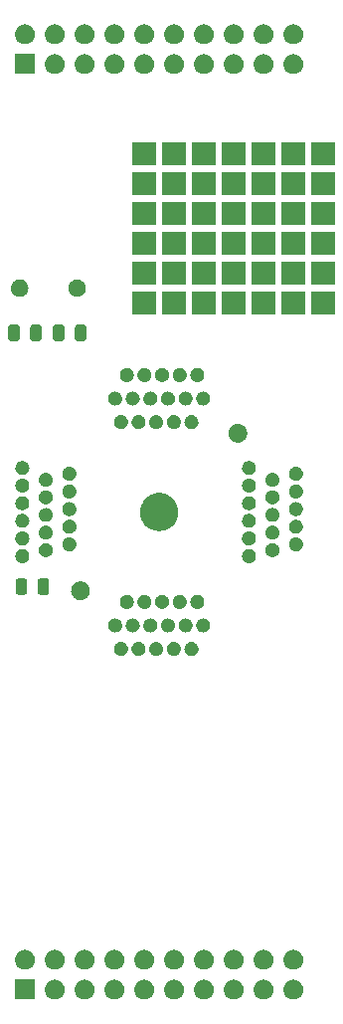
<source format=gbr>
G04 #@! TF.GenerationSoftware,KiCad,Pcbnew,8.0.0-8.0.0-1~ubuntu20.04.1*
G04 #@! TF.CreationDate,2024-03-05T18:45:30+01:00*
G04 #@! TF.ProjectId,stm32l476,73746d33-326c-4343-9736-2e6b69636164,rev?*
G04 #@! TF.SameCoordinates,Original*
G04 #@! TF.FileFunction,Soldermask,Bot*
G04 #@! TF.FilePolarity,Negative*
%FSLAX46Y46*%
G04 Gerber Fmt 4.6, Leading zero omitted, Abs format (unit mm)*
G04 Created by KiCad (PCBNEW 8.0.0-8.0.0-1~ubuntu20.04.1) date 2024-03-05 18:45:30*
%MOMM*%
%LPD*%
G01*
G04 APERTURE LIST*
G04 APERTURE END LIST*
G36*
X160870000Y-125310000D02*
G01*
X159170000Y-125310000D01*
X159170000Y-123610000D01*
X160870000Y-123610000D01*
X160870000Y-125310000D01*
G37*
G36*
X162601140Y-123614656D02*
G01*
X162648849Y-123614656D01*
X162690045Y-123623412D01*
X162725706Y-123626925D01*
X162770513Y-123640516D01*
X162822664Y-123651602D01*
X162856030Y-123666457D01*
X162885052Y-123675261D01*
X162931167Y-123699910D01*
X162985000Y-123723878D01*
X163010031Y-123742064D01*
X163031897Y-123753752D01*
X163076497Y-123790355D01*
X163128761Y-123828327D01*
X163145731Y-123847174D01*
X163160612Y-123859387D01*
X163200608Y-123908122D01*
X163247664Y-123960383D01*
X163257547Y-123977502D01*
X163266247Y-123988102D01*
X163298427Y-124048307D01*
X163336514Y-124114274D01*
X163340894Y-124127757D01*
X163344738Y-124134947D01*
X163365926Y-124204796D01*
X163391425Y-124283275D01*
X163392322Y-124291816D01*
X163393074Y-124294293D01*
X163400385Y-124368522D01*
X163410000Y-124460000D01*
X163400384Y-124551485D01*
X163393074Y-124625706D01*
X163392322Y-124628182D01*
X163391425Y-124636725D01*
X163365921Y-124715217D01*
X163344738Y-124785052D01*
X163340895Y-124792240D01*
X163336514Y-124805726D01*
X163298420Y-124871704D01*
X163266247Y-124931897D01*
X163257549Y-124942494D01*
X163247664Y-124959617D01*
X163200599Y-125011888D01*
X163160612Y-125060612D01*
X163145734Y-125072821D01*
X163128761Y-125091673D01*
X163076486Y-125129652D01*
X163031897Y-125166247D01*
X163010036Y-125177931D01*
X162985000Y-125196122D01*
X162931155Y-125220094D01*
X162885052Y-125244738D01*
X162856037Y-125253539D01*
X162822664Y-125268398D01*
X162770502Y-125279485D01*
X162725706Y-125293074D01*
X162690053Y-125296585D01*
X162648849Y-125305344D01*
X162601130Y-125305344D01*
X162560000Y-125309395D01*
X162518870Y-125305344D01*
X162471151Y-125305344D01*
X162429946Y-125296585D01*
X162394293Y-125293074D01*
X162349493Y-125279484D01*
X162297336Y-125268398D01*
X162263964Y-125253540D01*
X162234947Y-125244738D01*
X162188838Y-125220092D01*
X162135000Y-125196122D01*
X162109966Y-125177933D01*
X162088102Y-125166247D01*
X162043504Y-125129646D01*
X161991239Y-125091673D01*
X161974267Y-125072824D01*
X161959387Y-125060612D01*
X161919389Y-125011875D01*
X161872336Y-124959617D01*
X161862452Y-124942498D01*
X161853752Y-124931897D01*
X161821565Y-124871681D01*
X161783486Y-124805726D01*
X161779105Y-124792245D01*
X161775261Y-124785052D01*
X161754063Y-124715171D01*
X161728575Y-124636725D01*
X161727677Y-124628187D01*
X161726925Y-124625706D01*
X161719599Y-124551334D01*
X161710000Y-124460000D01*
X161719598Y-124368674D01*
X161726925Y-124294293D01*
X161727677Y-124291811D01*
X161728575Y-124283275D01*
X161754058Y-124204842D01*
X161775261Y-124134947D01*
X161779106Y-124127752D01*
X161783486Y-124114274D01*
X161821558Y-124048330D01*
X161853752Y-123988102D01*
X161862454Y-123977498D01*
X161872336Y-123960383D01*
X161919380Y-123908134D01*
X161959387Y-123859387D01*
X161974271Y-123847171D01*
X161991239Y-123828327D01*
X162043493Y-123790361D01*
X162088102Y-123753752D01*
X162109971Y-123742062D01*
X162135000Y-123723878D01*
X162188826Y-123699912D01*
X162234947Y-123675261D01*
X162263971Y-123666456D01*
X162297336Y-123651602D01*
X162349482Y-123640517D01*
X162394293Y-123626925D01*
X162429955Y-123623412D01*
X162471151Y-123614656D01*
X162518860Y-123614656D01*
X162560000Y-123610604D01*
X162601140Y-123614656D01*
G37*
G36*
X165141140Y-123614656D02*
G01*
X165188849Y-123614656D01*
X165230045Y-123623412D01*
X165265706Y-123626925D01*
X165310513Y-123640516D01*
X165362664Y-123651602D01*
X165396030Y-123666457D01*
X165425052Y-123675261D01*
X165471167Y-123699910D01*
X165525000Y-123723878D01*
X165550031Y-123742064D01*
X165571897Y-123753752D01*
X165616497Y-123790355D01*
X165668761Y-123828327D01*
X165685731Y-123847174D01*
X165700612Y-123859387D01*
X165740608Y-123908122D01*
X165787664Y-123960383D01*
X165797547Y-123977502D01*
X165806247Y-123988102D01*
X165838427Y-124048307D01*
X165876514Y-124114274D01*
X165880894Y-124127757D01*
X165884738Y-124134947D01*
X165905926Y-124204796D01*
X165931425Y-124283275D01*
X165932322Y-124291816D01*
X165933074Y-124294293D01*
X165940385Y-124368522D01*
X165950000Y-124460000D01*
X165940384Y-124551485D01*
X165933074Y-124625706D01*
X165932322Y-124628182D01*
X165931425Y-124636725D01*
X165905921Y-124715217D01*
X165884738Y-124785052D01*
X165880895Y-124792240D01*
X165876514Y-124805726D01*
X165838420Y-124871704D01*
X165806247Y-124931897D01*
X165797549Y-124942494D01*
X165787664Y-124959617D01*
X165740599Y-125011888D01*
X165700612Y-125060612D01*
X165685734Y-125072821D01*
X165668761Y-125091673D01*
X165616486Y-125129652D01*
X165571897Y-125166247D01*
X165550036Y-125177931D01*
X165525000Y-125196122D01*
X165471155Y-125220094D01*
X165425052Y-125244738D01*
X165396037Y-125253539D01*
X165362664Y-125268398D01*
X165310502Y-125279485D01*
X165265706Y-125293074D01*
X165230053Y-125296585D01*
X165188849Y-125305344D01*
X165141130Y-125305344D01*
X165100000Y-125309395D01*
X165058870Y-125305344D01*
X165011151Y-125305344D01*
X164969946Y-125296585D01*
X164934293Y-125293074D01*
X164889493Y-125279484D01*
X164837336Y-125268398D01*
X164803964Y-125253540D01*
X164774947Y-125244738D01*
X164728838Y-125220092D01*
X164675000Y-125196122D01*
X164649966Y-125177933D01*
X164628102Y-125166247D01*
X164583504Y-125129646D01*
X164531239Y-125091673D01*
X164514267Y-125072824D01*
X164499387Y-125060612D01*
X164459389Y-125011875D01*
X164412336Y-124959617D01*
X164402452Y-124942498D01*
X164393752Y-124931897D01*
X164361565Y-124871681D01*
X164323486Y-124805726D01*
X164319105Y-124792245D01*
X164315261Y-124785052D01*
X164294063Y-124715171D01*
X164268575Y-124636725D01*
X164267677Y-124628187D01*
X164266925Y-124625706D01*
X164259599Y-124551334D01*
X164250000Y-124460000D01*
X164259598Y-124368674D01*
X164266925Y-124294293D01*
X164267677Y-124291811D01*
X164268575Y-124283275D01*
X164294058Y-124204842D01*
X164315261Y-124134947D01*
X164319106Y-124127752D01*
X164323486Y-124114274D01*
X164361558Y-124048330D01*
X164393752Y-123988102D01*
X164402454Y-123977498D01*
X164412336Y-123960383D01*
X164459380Y-123908134D01*
X164499387Y-123859387D01*
X164514271Y-123847171D01*
X164531239Y-123828327D01*
X164583493Y-123790361D01*
X164628102Y-123753752D01*
X164649971Y-123742062D01*
X164675000Y-123723878D01*
X164728826Y-123699912D01*
X164774947Y-123675261D01*
X164803971Y-123666456D01*
X164837336Y-123651602D01*
X164889482Y-123640517D01*
X164934293Y-123626925D01*
X164969955Y-123623412D01*
X165011151Y-123614656D01*
X165058860Y-123614656D01*
X165100000Y-123610604D01*
X165141140Y-123614656D01*
G37*
G36*
X167681140Y-123614656D02*
G01*
X167728849Y-123614656D01*
X167770045Y-123623412D01*
X167805706Y-123626925D01*
X167850513Y-123640516D01*
X167902664Y-123651602D01*
X167936030Y-123666457D01*
X167965052Y-123675261D01*
X168011167Y-123699910D01*
X168065000Y-123723878D01*
X168090031Y-123742064D01*
X168111897Y-123753752D01*
X168156497Y-123790355D01*
X168208761Y-123828327D01*
X168225731Y-123847174D01*
X168240612Y-123859387D01*
X168280608Y-123908122D01*
X168327664Y-123960383D01*
X168337547Y-123977502D01*
X168346247Y-123988102D01*
X168378427Y-124048307D01*
X168416514Y-124114274D01*
X168420894Y-124127757D01*
X168424738Y-124134947D01*
X168445926Y-124204796D01*
X168471425Y-124283275D01*
X168472322Y-124291816D01*
X168473074Y-124294293D01*
X168480385Y-124368522D01*
X168490000Y-124460000D01*
X168480384Y-124551485D01*
X168473074Y-124625706D01*
X168472322Y-124628182D01*
X168471425Y-124636725D01*
X168445921Y-124715217D01*
X168424738Y-124785052D01*
X168420895Y-124792240D01*
X168416514Y-124805726D01*
X168378420Y-124871704D01*
X168346247Y-124931897D01*
X168337549Y-124942494D01*
X168327664Y-124959617D01*
X168280599Y-125011888D01*
X168240612Y-125060612D01*
X168225734Y-125072821D01*
X168208761Y-125091673D01*
X168156486Y-125129652D01*
X168111897Y-125166247D01*
X168090036Y-125177931D01*
X168065000Y-125196122D01*
X168011155Y-125220094D01*
X167965052Y-125244738D01*
X167936037Y-125253539D01*
X167902664Y-125268398D01*
X167850502Y-125279485D01*
X167805706Y-125293074D01*
X167770053Y-125296585D01*
X167728849Y-125305344D01*
X167681130Y-125305344D01*
X167640000Y-125309395D01*
X167598870Y-125305344D01*
X167551151Y-125305344D01*
X167509946Y-125296585D01*
X167474293Y-125293074D01*
X167429493Y-125279484D01*
X167377336Y-125268398D01*
X167343964Y-125253540D01*
X167314947Y-125244738D01*
X167268838Y-125220092D01*
X167215000Y-125196122D01*
X167189966Y-125177933D01*
X167168102Y-125166247D01*
X167123504Y-125129646D01*
X167071239Y-125091673D01*
X167054267Y-125072824D01*
X167039387Y-125060612D01*
X166999389Y-125011875D01*
X166952336Y-124959617D01*
X166942452Y-124942498D01*
X166933752Y-124931897D01*
X166901565Y-124871681D01*
X166863486Y-124805726D01*
X166859105Y-124792245D01*
X166855261Y-124785052D01*
X166834063Y-124715171D01*
X166808575Y-124636725D01*
X166807677Y-124628187D01*
X166806925Y-124625706D01*
X166799599Y-124551334D01*
X166790000Y-124460000D01*
X166799598Y-124368674D01*
X166806925Y-124294293D01*
X166807677Y-124291811D01*
X166808575Y-124283275D01*
X166834058Y-124204842D01*
X166855261Y-124134947D01*
X166859106Y-124127752D01*
X166863486Y-124114274D01*
X166901558Y-124048330D01*
X166933752Y-123988102D01*
X166942454Y-123977498D01*
X166952336Y-123960383D01*
X166999380Y-123908134D01*
X167039387Y-123859387D01*
X167054271Y-123847171D01*
X167071239Y-123828327D01*
X167123493Y-123790361D01*
X167168102Y-123753752D01*
X167189971Y-123742062D01*
X167215000Y-123723878D01*
X167268826Y-123699912D01*
X167314947Y-123675261D01*
X167343971Y-123666456D01*
X167377336Y-123651602D01*
X167429482Y-123640517D01*
X167474293Y-123626925D01*
X167509955Y-123623412D01*
X167551151Y-123614656D01*
X167598860Y-123614656D01*
X167640000Y-123610604D01*
X167681140Y-123614656D01*
G37*
G36*
X170221140Y-123614656D02*
G01*
X170268849Y-123614656D01*
X170310045Y-123623412D01*
X170345706Y-123626925D01*
X170390513Y-123640516D01*
X170442664Y-123651602D01*
X170476030Y-123666457D01*
X170505052Y-123675261D01*
X170551167Y-123699910D01*
X170605000Y-123723878D01*
X170630031Y-123742064D01*
X170651897Y-123753752D01*
X170696497Y-123790355D01*
X170748761Y-123828327D01*
X170765731Y-123847174D01*
X170780612Y-123859387D01*
X170820608Y-123908122D01*
X170867664Y-123960383D01*
X170877547Y-123977502D01*
X170886247Y-123988102D01*
X170918427Y-124048307D01*
X170956514Y-124114274D01*
X170960894Y-124127757D01*
X170964738Y-124134947D01*
X170985926Y-124204796D01*
X171011425Y-124283275D01*
X171012322Y-124291816D01*
X171013074Y-124294293D01*
X171020385Y-124368522D01*
X171030000Y-124460000D01*
X171020384Y-124551485D01*
X171013074Y-124625706D01*
X171012322Y-124628182D01*
X171011425Y-124636725D01*
X170985921Y-124715217D01*
X170964738Y-124785052D01*
X170960895Y-124792240D01*
X170956514Y-124805726D01*
X170918420Y-124871704D01*
X170886247Y-124931897D01*
X170877549Y-124942494D01*
X170867664Y-124959617D01*
X170820599Y-125011888D01*
X170780612Y-125060612D01*
X170765734Y-125072821D01*
X170748761Y-125091673D01*
X170696486Y-125129652D01*
X170651897Y-125166247D01*
X170630036Y-125177931D01*
X170605000Y-125196122D01*
X170551155Y-125220094D01*
X170505052Y-125244738D01*
X170476037Y-125253539D01*
X170442664Y-125268398D01*
X170390502Y-125279485D01*
X170345706Y-125293074D01*
X170310053Y-125296585D01*
X170268849Y-125305344D01*
X170221130Y-125305344D01*
X170180000Y-125309395D01*
X170138870Y-125305344D01*
X170091151Y-125305344D01*
X170049946Y-125296585D01*
X170014293Y-125293074D01*
X169969493Y-125279484D01*
X169917336Y-125268398D01*
X169883964Y-125253540D01*
X169854947Y-125244738D01*
X169808838Y-125220092D01*
X169755000Y-125196122D01*
X169729966Y-125177933D01*
X169708102Y-125166247D01*
X169663504Y-125129646D01*
X169611239Y-125091673D01*
X169594267Y-125072824D01*
X169579387Y-125060612D01*
X169539389Y-125011875D01*
X169492336Y-124959617D01*
X169482452Y-124942498D01*
X169473752Y-124931897D01*
X169441565Y-124871681D01*
X169403486Y-124805726D01*
X169399105Y-124792245D01*
X169395261Y-124785052D01*
X169374063Y-124715171D01*
X169348575Y-124636725D01*
X169347677Y-124628187D01*
X169346925Y-124625706D01*
X169339599Y-124551334D01*
X169330000Y-124460000D01*
X169339598Y-124368674D01*
X169346925Y-124294293D01*
X169347677Y-124291811D01*
X169348575Y-124283275D01*
X169374058Y-124204842D01*
X169395261Y-124134947D01*
X169399106Y-124127752D01*
X169403486Y-124114274D01*
X169441558Y-124048330D01*
X169473752Y-123988102D01*
X169482454Y-123977498D01*
X169492336Y-123960383D01*
X169539380Y-123908134D01*
X169579387Y-123859387D01*
X169594271Y-123847171D01*
X169611239Y-123828327D01*
X169663493Y-123790361D01*
X169708102Y-123753752D01*
X169729971Y-123742062D01*
X169755000Y-123723878D01*
X169808826Y-123699912D01*
X169854947Y-123675261D01*
X169883971Y-123666456D01*
X169917336Y-123651602D01*
X169969482Y-123640517D01*
X170014293Y-123626925D01*
X170049955Y-123623412D01*
X170091151Y-123614656D01*
X170138860Y-123614656D01*
X170180000Y-123610604D01*
X170221140Y-123614656D01*
G37*
G36*
X172761140Y-123614656D02*
G01*
X172808849Y-123614656D01*
X172850045Y-123623412D01*
X172885706Y-123626925D01*
X172930513Y-123640516D01*
X172982664Y-123651602D01*
X173016030Y-123666457D01*
X173045052Y-123675261D01*
X173091167Y-123699910D01*
X173145000Y-123723878D01*
X173170031Y-123742064D01*
X173191897Y-123753752D01*
X173236497Y-123790355D01*
X173288761Y-123828327D01*
X173305731Y-123847174D01*
X173320612Y-123859387D01*
X173360608Y-123908122D01*
X173407664Y-123960383D01*
X173417547Y-123977502D01*
X173426247Y-123988102D01*
X173458427Y-124048307D01*
X173496514Y-124114274D01*
X173500894Y-124127757D01*
X173504738Y-124134947D01*
X173525926Y-124204796D01*
X173551425Y-124283275D01*
X173552322Y-124291816D01*
X173553074Y-124294293D01*
X173560385Y-124368522D01*
X173570000Y-124460000D01*
X173560384Y-124551485D01*
X173553074Y-124625706D01*
X173552322Y-124628182D01*
X173551425Y-124636725D01*
X173525921Y-124715217D01*
X173504738Y-124785052D01*
X173500895Y-124792240D01*
X173496514Y-124805726D01*
X173458420Y-124871704D01*
X173426247Y-124931897D01*
X173417549Y-124942494D01*
X173407664Y-124959617D01*
X173360599Y-125011888D01*
X173320612Y-125060612D01*
X173305734Y-125072821D01*
X173288761Y-125091673D01*
X173236486Y-125129652D01*
X173191897Y-125166247D01*
X173170036Y-125177931D01*
X173145000Y-125196122D01*
X173091155Y-125220094D01*
X173045052Y-125244738D01*
X173016037Y-125253539D01*
X172982664Y-125268398D01*
X172930502Y-125279485D01*
X172885706Y-125293074D01*
X172850053Y-125296585D01*
X172808849Y-125305344D01*
X172761130Y-125305344D01*
X172720000Y-125309395D01*
X172678870Y-125305344D01*
X172631151Y-125305344D01*
X172589946Y-125296585D01*
X172554293Y-125293074D01*
X172509493Y-125279484D01*
X172457336Y-125268398D01*
X172423964Y-125253540D01*
X172394947Y-125244738D01*
X172348838Y-125220092D01*
X172295000Y-125196122D01*
X172269966Y-125177933D01*
X172248102Y-125166247D01*
X172203504Y-125129646D01*
X172151239Y-125091673D01*
X172134267Y-125072824D01*
X172119387Y-125060612D01*
X172079389Y-125011875D01*
X172032336Y-124959617D01*
X172022452Y-124942498D01*
X172013752Y-124931897D01*
X171981565Y-124871681D01*
X171943486Y-124805726D01*
X171939105Y-124792245D01*
X171935261Y-124785052D01*
X171914063Y-124715171D01*
X171888575Y-124636725D01*
X171887677Y-124628187D01*
X171886925Y-124625706D01*
X171879599Y-124551334D01*
X171870000Y-124460000D01*
X171879598Y-124368674D01*
X171886925Y-124294293D01*
X171887677Y-124291811D01*
X171888575Y-124283275D01*
X171914058Y-124204842D01*
X171935261Y-124134947D01*
X171939106Y-124127752D01*
X171943486Y-124114274D01*
X171981558Y-124048330D01*
X172013752Y-123988102D01*
X172022454Y-123977498D01*
X172032336Y-123960383D01*
X172079380Y-123908134D01*
X172119387Y-123859387D01*
X172134271Y-123847171D01*
X172151239Y-123828327D01*
X172203493Y-123790361D01*
X172248102Y-123753752D01*
X172269971Y-123742062D01*
X172295000Y-123723878D01*
X172348826Y-123699912D01*
X172394947Y-123675261D01*
X172423971Y-123666456D01*
X172457336Y-123651602D01*
X172509482Y-123640517D01*
X172554293Y-123626925D01*
X172589955Y-123623412D01*
X172631151Y-123614656D01*
X172678860Y-123614656D01*
X172720000Y-123610604D01*
X172761140Y-123614656D01*
G37*
G36*
X175301140Y-123614656D02*
G01*
X175348849Y-123614656D01*
X175390045Y-123623412D01*
X175425706Y-123626925D01*
X175470513Y-123640516D01*
X175522664Y-123651602D01*
X175556030Y-123666457D01*
X175585052Y-123675261D01*
X175631167Y-123699910D01*
X175685000Y-123723878D01*
X175710031Y-123742064D01*
X175731897Y-123753752D01*
X175776497Y-123790355D01*
X175828761Y-123828327D01*
X175845731Y-123847174D01*
X175860612Y-123859387D01*
X175900608Y-123908122D01*
X175947664Y-123960383D01*
X175957547Y-123977502D01*
X175966247Y-123988102D01*
X175998427Y-124048307D01*
X176036514Y-124114274D01*
X176040894Y-124127757D01*
X176044738Y-124134947D01*
X176065926Y-124204796D01*
X176091425Y-124283275D01*
X176092322Y-124291816D01*
X176093074Y-124294293D01*
X176100385Y-124368522D01*
X176110000Y-124460000D01*
X176100384Y-124551485D01*
X176093074Y-124625706D01*
X176092322Y-124628182D01*
X176091425Y-124636725D01*
X176065921Y-124715217D01*
X176044738Y-124785052D01*
X176040895Y-124792240D01*
X176036514Y-124805726D01*
X175998420Y-124871704D01*
X175966247Y-124931897D01*
X175957549Y-124942494D01*
X175947664Y-124959617D01*
X175900599Y-125011888D01*
X175860612Y-125060612D01*
X175845734Y-125072821D01*
X175828761Y-125091673D01*
X175776486Y-125129652D01*
X175731897Y-125166247D01*
X175710036Y-125177931D01*
X175685000Y-125196122D01*
X175631155Y-125220094D01*
X175585052Y-125244738D01*
X175556037Y-125253539D01*
X175522664Y-125268398D01*
X175470502Y-125279485D01*
X175425706Y-125293074D01*
X175390053Y-125296585D01*
X175348849Y-125305344D01*
X175301130Y-125305344D01*
X175260000Y-125309395D01*
X175218870Y-125305344D01*
X175171151Y-125305344D01*
X175129946Y-125296585D01*
X175094293Y-125293074D01*
X175049493Y-125279484D01*
X174997336Y-125268398D01*
X174963964Y-125253540D01*
X174934947Y-125244738D01*
X174888838Y-125220092D01*
X174835000Y-125196122D01*
X174809966Y-125177933D01*
X174788102Y-125166247D01*
X174743504Y-125129646D01*
X174691239Y-125091673D01*
X174674267Y-125072824D01*
X174659387Y-125060612D01*
X174619389Y-125011875D01*
X174572336Y-124959617D01*
X174562452Y-124942498D01*
X174553752Y-124931897D01*
X174521565Y-124871681D01*
X174483486Y-124805726D01*
X174479105Y-124792245D01*
X174475261Y-124785052D01*
X174454063Y-124715171D01*
X174428575Y-124636725D01*
X174427677Y-124628187D01*
X174426925Y-124625706D01*
X174419599Y-124551334D01*
X174410000Y-124460000D01*
X174419598Y-124368674D01*
X174426925Y-124294293D01*
X174427677Y-124291811D01*
X174428575Y-124283275D01*
X174454058Y-124204842D01*
X174475261Y-124134947D01*
X174479106Y-124127752D01*
X174483486Y-124114274D01*
X174521558Y-124048330D01*
X174553752Y-123988102D01*
X174562454Y-123977498D01*
X174572336Y-123960383D01*
X174619380Y-123908134D01*
X174659387Y-123859387D01*
X174674271Y-123847171D01*
X174691239Y-123828327D01*
X174743493Y-123790361D01*
X174788102Y-123753752D01*
X174809971Y-123742062D01*
X174835000Y-123723878D01*
X174888826Y-123699912D01*
X174934947Y-123675261D01*
X174963971Y-123666456D01*
X174997336Y-123651602D01*
X175049482Y-123640517D01*
X175094293Y-123626925D01*
X175129955Y-123623412D01*
X175171151Y-123614656D01*
X175218860Y-123614656D01*
X175260000Y-123610604D01*
X175301140Y-123614656D01*
G37*
G36*
X177841140Y-123614656D02*
G01*
X177888849Y-123614656D01*
X177930045Y-123623412D01*
X177965706Y-123626925D01*
X178010513Y-123640516D01*
X178062664Y-123651602D01*
X178096030Y-123666457D01*
X178125052Y-123675261D01*
X178171167Y-123699910D01*
X178225000Y-123723878D01*
X178250031Y-123742064D01*
X178271897Y-123753752D01*
X178316497Y-123790355D01*
X178368761Y-123828327D01*
X178385731Y-123847174D01*
X178400612Y-123859387D01*
X178440608Y-123908122D01*
X178487664Y-123960383D01*
X178497547Y-123977502D01*
X178506247Y-123988102D01*
X178538427Y-124048307D01*
X178576514Y-124114274D01*
X178580894Y-124127757D01*
X178584738Y-124134947D01*
X178605926Y-124204796D01*
X178631425Y-124283275D01*
X178632322Y-124291816D01*
X178633074Y-124294293D01*
X178640385Y-124368522D01*
X178650000Y-124460000D01*
X178640384Y-124551485D01*
X178633074Y-124625706D01*
X178632322Y-124628182D01*
X178631425Y-124636725D01*
X178605921Y-124715217D01*
X178584738Y-124785052D01*
X178580895Y-124792240D01*
X178576514Y-124805726D01*
X178538420Y-124871704D01*
X178506247Y-124931897D01*
X178497549Y-124942494D01*
X178487664Y-124959617D01*
X178440599Y-125011888D01*
X178400612Y-125060612D01*
X178385734Y-125072821D01*
X178368761Y-125091673D01*
X178316486Y-125129652D01*
X178271897Y-125166247D01*
X178250036Y-125177931D01*
X178225000Y-125196122D01*
X178171155Y-125220094D01*
X178125052Y-125244738D01*
X178096037Y-125253539D01*
X178062664Y-125268398D01*
X178010502Y-125279485D01*
X177965706Y-125293074D01*
X177930053Y-125296585D01*
X177888849Y-125305344D01*
X177841130Y-125305344D01*
X177800000Y-125309395D01*
X177758870Y-125305344D01*
X177711151Y-125305344D01*
X177669946Y-125296585D01*
X177634293Y-125293074D01*
X177589493Y-125279484D01*
X177537336Y-125268398D01*
X177503964Y-125253540D01*
X177474947Y-125244738D01*
X177428838Y-125220092D01*
X177375000Y-125196122D01*
X177349966Y-125177933D01*
X177328102Y-125166247D01*
X177283504Y-125129646D01*
X177231239Y-125091673D01*
X177214267Y-125072824D01*
X177199387Y-125060612D01*
X177159389Y-125011875D01*
X177112336Y-124959617D01*
X177102452Y-124942498D01*
X177093752Y-124931897D01*
X177061565Y-124871681D01*
X177023486Y-124805726D01*
X177019105Y-124792245D01*
X177015261Y-124785052D01*
X176994063Y-124715171D01*
X176968575Y-124636725D01*
X176967677Y-124628187D01*
X176966925Y-124625706D01*
X176959599Y-124551334D01*
X176950000Y-124460000D01*
X176959598Y-124368674D01*
X176966925Y-124294293D01*
X176967677Y-124291811D01*
X176968575Y-124283275D01*
X176994058Y-124204842D01*
X177015261Y-124134947D01*
X177019106Y-124127752D01*
X177023486Y-124114274D01*
X177061558Y-124048330D01*
X177093752Y-123988102D01*
X177102454Y-123977498D01*
X177112336Y-123960383D01*
X177159380Y-123908134D01*
X177199387Y-123859387D01*
X177214271Y-123847171D01*
X177231239Y-123828327D01*
X177283493Y-123790361D01*
X177328102Y-123753752D01*
X177349971Y-123742062D01*
X177375000Y-123723878D01*
X177428826Y-123699912D01*
X177474947Y-123675261D01*
X177503971Y-123666456D01*
X177537336Y-123651602D01*
X177589482Y-123640517D01*
X177634293Y-123626925D01*
X177669955Y-123623412D01*
X177711151Y-123614656D01*
X177758860Y-123614656D01*
X177800000Y-123610604D01*
X177841140Y-123614656D01*
G37*
G36*
X180381140Y-123614656D02*
G01*
X180428849Y-123614656D01*
X180470045Y-123623412D01*
X180505706Y-123626925D01*
X180550513Y-123640516D01*
X180602664Y-123651602D01*
X180636030Y-123666457D01*
X180665052Y-123675261D01*
X180711167Y-123699910D01*
X180765000Y-123723878D01*
X180790031Y-123742064D01*
X180811897Y-123753752D01*
X180856497Y-123790355D01*
X180908761Y-123828327D01*
X180925731Y-123847174D01*
X180940612Y-123859387D01*
X180980608Y-123908122D01*
X181027664Y-123960383D01*
X181037547Y-123977502D01*
X181046247Y-123988102D01*
X181078427Y-124048307D01*
X181116514Y-124114274D01*
X181120894Y-124127757D01*
X181124738Y-124134947D01*
X181145926Y-124204796D01*
X181171425Y-124283275D01*
X181172322Y-124291816D01*
X181173074Y-124294293D01*
X181180385Y-124368522D01*
X181190000Y-124460000D01*
X181180384Y-124551485D01*
X181173074Y-124625706D01*
X181172322Y-124628182D01*
X181171425Y-124636725D01*
X181145921Y-124715217D01*
X181124738Y-124785052D01*
X181120895Y-124792240D01*
X181116514Y-124805726D01*
X181078420Y-124871704D01*
X181046247Y-124931897D01*
X181037549Y-124942494D01*
X181027664Y-124959617D01*
X180980599Y-125011888D01*
X180940612Y-125060612D01*
X180925734Y-125072821D01*
X180908761Y-125091673D01*
X180856486Y-125129652D01*
X180811897Y-125166247D01*
X180790036Y-125177931D01*
X180765000Y-125196122D01*
X180711155Y-125220094D01*
X180665052Y-125244738D01*
X180636037Y-125253539D01*
X180602664Y-125268398D01*
X180550502Y-125279485D01*
X180505706Y-125293074D01*
X180470053Y-125296585D01*
X180428849Y-125305344D01*
X180381130Y-125305344D01*
X180340000Y-125309395D01*
X180298870Y-125305344D01*
X180251151Y-125305344D01*
X180209946Y-125296585D01*
X180174293Y-125293074D01*
X180129493Y-125279484D01*
X180077336Y-125268398D01*
X180043964Y-125253540D01*
X180014947Y-125244738D01*
X179968838Y-125220092D01*
X179915000Y-125196122D01*
X179889966Y-125177933D01*
X179868102Y-125166247D01*
X179823504Y-125129646D01*
X179771239Y-125091673D01*
X179754267Y-125072824D01*
X179739387Y-125060612D01*
X179699389Y-125011875D01*
X179652336Y-124959617D01*
X179642452Y-124942498D01*
X179633752Y-124931897D01*
X179601565Y-124871681D01*
X179563486Y-124805726D01*
X179559105Y-124792245D01*
X179555261Y-124785052D01*
X179534063Y-124715171D01*
X179508575Y-124636725D01*
X179507677Y-124628187D01*
X179506925Y-124625706D01*
X179499599Y-124551334D01*
X179490000Y-124460000D01*
X179499598Y-124368674D01*
X179506925Y-124294293D01*
X179507677Y-124291811D01*
X179508575Y-124283275D01*
X179534058Y-124204842D01*
X179555261Y-124134947D01*
X179559106Y-124127752D01*
X179563486Y-124114274D01*
X179601558Y-124048330D01*
X179633752Y-123988102D01*
X179642454Y-123977498D01*
X179652336Y-123960383D01*
X179699380Y-123908134D01*
X179739387Y-123859387D01*
X179754271Y-123847171D01*
X179771239Y-123828327D01*
X179823493Y-123790361D01*
X179868102Y-123753752D01*
X179889971Y-123742062D01*
X179915000Y-123723878D01*
X179968826Y-123699912D01*
X180014947Y-123675261D01*
X180043971Y-123666456D01*
X180077336Y-123651602D01*
X180129482Y-123640517D01*
X180174293Y-123626925D01*
X180209955Y-123623412D01*
X180251151Y-123614656D01*
X180298860Y-123614656D01*
X180340000Y-123610604D01*
X180381140Y-123614656D01*
G37*
G36*
X182921140Y-123614656D02*
G01*
X182968849Y-123614656D01*
X183010045Y-123623412D01*
X183045706Y-123626925D01*
X183090513Y-123640516D01*
X183142664Y-123651602D01*
X183176030Y-123666457D01*
X183205052Y-123675261D01*
X183251167Y-123699910D01*
X183305000Y-123723878D01*
X183330031Y-123742064D01*
X183351897Y-123753752D01*
X183396497Y-123790355D01*
X183448761Y-123828327D01*
X183465731Y-123847174D01*
X183480612Y-123859387D01*
X183520608Y-123908122D01*
X183567664Y-123960383D01*
X183577547Y-123977502D01*
X183586247Y-123988102D01*
X183618427Y-124048307D01*
X183656514Y-124114274D01*
X183660894Y-124127757D01*
X183664738Y-124134947D01*
X183685926Y-124204796D01*
X183711425Y-124283275D01*
X183712322Y-124291816D01*
X183713074Y-124294293D01*
X183720385Y-124368522D01*
X183730000Y-124460000D01*
X183720384Y-124551485D01*
X183713074Y-124625706D01*
X183712322Y-124628182D01*
X183711425Y-124636725D01*
X183685921Y-124715217D01*
X183664738Y-124785052D01*
X183660895Y-124792240D01*
X183656514Y-124805726D01*
X183618420Y-124871704D01*
X183586247Y-124931897D01*
X183577549Y-124942494D01*
X183567664Y-124959617D01*
X183520599Y-125011888D01*
X183480612Y-125060612D01*
X183465734Y-125072821D01*
X183448761Y-125091673D01*
X183396486Y-125129652D01*
X183351897Y-125166247D01*
X183330036Y-125177931D01*
X183305000Y-125196122D01*
X183251155Y-125220094D01*
X183205052Y-125244738D01*
X183176037Y-125253539D01*
X183142664Y-125268398D01*
X183090502Y-125279485D01*
X183045706Y-125293074D01*
X183010053Y-125296585D01*
X182968849Y-125305344D01*
X182921130Y-125305344D01*
X182880000Y-125309395D01*
X182838870Y-125305344D01*
X182791151Y-125305344D01*
X182749946Y-125296585D01*
X182714293Y-125293074D01*
X182669493Y-125279484D01*
X182617336Y-125268398D01*
X182583964Y-125253540D01*
X182554947Y-125244738D01*
X182508838Y-125220092D01*
X182455000Y-125196122D01*
X182429966Y-125177933D01*
X182408102Y-125166247D01*
X182363504Y-125129646D01*
X182311239Y-125091673D01*
X182294267Y-125072824D01*
X182279387Y-125060612D01*
X182239389Y-125011875D01*
X182192336Y-124959617D01*
X182182452Y-124942498D01*
X182173752Y-124931897D01*
X182141565Y-124871681D01*
X182103486Y-124805726D01*
X182099105Y-124792245D01*
X182095261Y-124785052D01*
X182074063Y-124715171D01*
X182048575Y-124636725D01*
X182047677Y-124628187D01*
X182046925Y-124625706D01*
X182039599Y-124551334D01*
X182030000Y-124460000D01*
X182039598Y-124368674D01*
X182046925Y-124294293D01*
X182047677Y-124291811D01*
X182048575Y-124283275D01*
X182074058Y-124204842D01*
X182095261Y-124134947D01*
X182099106Y-124127752D01*
X182103486Y-124114274D01*
X182141558Y-124048330D01*
X182173752Y-123988102D01*
X182182454Y-123977498D01*
X182192336Y-123960383D01*
X182239380Y-123908134D01*
X182279387Y-123859387D01*
X182294271Y-123847171D01*
X182311239Y-123828327D01*
X182363493Y-123790361D01*
X182408102Y-123753752D01*
X182429971Y-123742062D01*
X182455000Y-123723878D01*
X182508826Y-123699912D01*
X182554947Y-123675261D01*
X182583971Y-123666456D01*
X182617336Y-123651602D01*
X182669482Y-123640517D01*
X182714293Y-123626925D01*
X182749955Y-123623412D01*
X182791151Y-123614656D01*
X182838860Y-123614656D01*
X182880000Y-123610604D01*
X182921140Y-123614656D01*
G37*
G36*
X160061140Y-121074656D02*
G01*
X160108849Y-121074656D01*
X160150045Y-121083412D01*
X160185706Y-121086925D01*
X160230513Y-121100516D01*
X160282664Y-121111602D01*
X160316030Y-121126457D01*
X160345052Y-121135261D01*
X160391167Y-121159910D01*
X160445000Y-121183878D01*
X160470031Y-121202064D01*
X160491897Y-121213752D01*
X160536497Y-121250355D01*
X160588761Y-121288327D01*
X160605731Y-121307174D01*
X160620612Y-121319387D01*
X160660608Y-121368122D01*
X160707664Y-121420383D01*
X160717547Y-121437502D01*
X160726247Y-121448102D01*
X160758427Y-121508307D01*
X160796514Y-121574274D01*
X160800894Y-121587757D01*
X160804738Y-121594947D01*
X160825926Y-121664796D01*
X160851425Y-121743275D01*
X160852322Y-121751816D01*
X160853074Y-121754293D01*
X160860385Y-121828522D01*
X160870000Y-121920000D01*
X160860384Y-122011485D01*
X160853074Y-122085706D01*
X160852322Y-122088182D01*
X160851425Y-122096725D01*
X160825921Y-122175217D01*
X160804738Y-122245052D01*
X160800895Y-122252240D01*
X160796514Y-122265726D01*
X160758420Y-122331704D01*
X160726247Y-122391897D01*
X160717549Y-122402494D01*
X160707664Y-122419617D01*
X160660599Y-122471888D01*
X160620612Y-122520612D01*
X160605734Y-122532821D01*
X160588761Y-122551673D01*
X160536486Y-122589652D01*
X160491897Y-122626247D01*
X160470036Y-122637931D01*
X160445000Y-122656122D01*
X160391155Y-122680094D01*
X160345052Y-122704738D01*
X160316037Y-122713539D01*
X160282664Y-122728398D01*
X160230502Y-122739485D01*
X160185706Y-122753074D01*
X160150053Y-122756585D01*
X160108849Y-122765344D01*
X160061130Y-122765344D01*
X160020000Y-122769395D01*
X159978870Y-122765344D01*
X159931151Y-122765344D01*
X159889946Y-122756585D01*
X159854293Y-122753074D01*
X159809493Y-122739484D01*
X159757336Y-122728398D01*
X159723964Y-122713540D01*
X159694947Y-122704738D01*
X159648838Y-122680092D01*
X159595000Y-122656122D01*
X159569966Y-122637933D01*
X159548102Y-122626247D01*
X159503504Y-122589646D01*
X159451239Y-122551673D01*
X159434267Y-122532824D01*
X159419387Y-122520612D01*
X159379389Y-122471875D01*
X159332336Y-122419617D01*
X159322452Y-122402498D01*
X159313752Y-122391897D01*
X159281565Y-122331681D01*
X159243486Y-122265726D01*
X159239105Y-122252245D01*
X159235261Y-122245052D01*
X159214063Y-122175171D01*
X159188575Y-122096725D01*
X159187677Y-122088187D01*
X159186925Y-122085706D01*
X159179599Y-122011334D01*
X159170000Y-121920000D01*
X159179598Y-121828674D01*
X159186925Y-121754293D01*
X159187677Y-121751811D01*
X159188575Y-121743275D01*
X159214058Y-121664842D01*
X159235261Y-121594947D01*
X159239106Y-121587752D01*
X159243486Y-121574274D01*
X159281558Y-121508330D01*
X159313752Y-121448102D01*
X159322454Y-121437498D01*
X159332336Y-121420383D01*
X159379380Y-121368134D01*
X159419387Y-121319387D01*
X159434271Y-121307171D01*
X159451239Y-121288327D01*
X159503493Y-121250361D01*
X159548102Y-121213752D01*
X159569971Y-121202062D01*
X159595000Y-121183878D01*
X159648826Y-121159912D01*
X159694947Y-121135261D01*
X159723971Y-121126456D01*
X159757336Y-121111602D01*
X159809482Y-121100517D01*
X159854293Y-121086925D01*
X159889955Y-121083412D01*
X159931151Y-121074656D01*
X159978860Y-121074656D01*
X160020000Y-121070604D01*
X160061140Y-121074656D01*
G37*
G36*
X162601140Y-121074656D02*
G01*
X162648849Y-121074656D01*
X162690045Y-121083412D01*
X162725706Y-121086925D01*
X162770513Y-121100516D01*
X162822664Y-121111602D01*
X162856030Y-121126457D01*
X162885052Y-121135261D01*
X162931167Y-121159910D01*
X162985000Y-121183878D01*
X163010031Y-121202064D01*
X163031897Y-121213752D01*
X163076497Y-121250355D01*
X163128761Y-121288327D01*
X163145731Y-121307174D01*
X163160612Y-121319387D01*
X163200608Y-121368122D01*
X163247664Y-121420383D01*
X163257547Y-121437502D01*
X163266247Y-121448102D01*
X163298427Y-121508307D01*
X163336514Y-121574274D01*
X163340894Y-121587757D01*
X163344738Y-121594947D01*
X163365926Y-121664796D01*
X163391425Y-121743275D01*
X163392322Y-121751816D01*
X163393074Y-121754293D01*
X163400385Y-121828522D01*
X163410000Y-121920000D01*
X163400384Y-122011485D01*
X163393074Y-122085706D01*
X163392322Y-122088182D01*
X163391425Y-122096725D01*
X163365921Y-122175217D01*
X163344738Y-122245052D01*
X163340895Y-122252240D01*
X163336514Y-122265726D01*
X163298420Y-122331704D01*
X163266247Y-122391897D01*
X163257549Y-122402494D01*
X163247664Y-122419617D01*
X163200599Y-122471888D01*
X163160612Y-122520612D01*
X163145734Y-122532821D01*
X163128761Y-122551673D01*
X163076486Y-122589652D01*
X163031897Y-122626247D01*
X163010036Y-122637931D01*
X162985000Y-122656122D01*
X162931155Y-122680094D01*
X162885052Y-122704738D01*
X162856037Y-122713539D01*
X162822664Y-122728398D01*
X162770502Y-122739485D01*
X162725706Y-122753074D01*
X162690053Y-122756585D01*
X162648849Y-122765344D01*
X162601130Y-122765344D01*
X162560000Y-122769395D01*
X162518870Y-122765344D01*
X162471151Y-122765344D01*
X162429946Y-122756585D01*
X162394293Y-122753074D01*
X162349493Y-122739484D01*
X162297336Y-122728398D01*
X162263964Y-122713540D01*
X162234947Y-122704738D01*
X162188838Y-122680092D01*
X162135000Y-122656122D01*
X162109966Y-122637933D01*
X162088102Y-122626247D01*
X162043504Y-122589646D01*
X161991239Y-122551673D01*
X161974267Y-122532824D01*
X161959387Y-122520612D01*
X161919389Y-122471875D01*
X161872336Y-122419617D01*
X161862452Y-122402498D01*
X161853752Y-122391897D01*
X161821565Y-122331681D01*
X161783486Y-122265726D01*
X161779105Y-122252245D01*
X161775261Y-122245052D01*
X161754063Y-122175171D01*
X161728575Y-122096725D01*
X161727677Y-122088187D01*
X161726925Y-122085706D01*
X161719599Y-122011334D01*
X161710000Y-121920000D01*
X161719598Y-121828674D01*
X161726925Y-121754293D01*
X161727677Y-121751811D01*
X161728575Y-121743275D01*
X161754058Y-121664842D01*
X161775261Y-121594947D01*
X161779106Y-121587752D01*
X161783486Y-121574274D01*
X161821558Y-121508330D01*
X161853752Y-121448102D01*
X161862454Y-121437498D01*
X161872336Y-121420383D01*
X161919380Y-121368134D01*
X161959387Y-121319387D01*
X161974271Y-121307171D01*
X161991239Y-121288327D01*
X162043493Y-121250361D01*
X162088102Y-121213752D01*
X162109971Y-121202062D01*
X162135000Y-121183878D01*
X162188826Y-121159912D01*
X162234947Y-121135261D01*
X162263971Y-121126456D01*
X162297336Y-121111602D01*
X162349482Y-121100517D01*
X162394293Y-121086925D01*
X162429955Y-121083412D01*
X162471151Y-121074656D01*
X162518860Y-121074656D01*
X162560000Y-121070604D01*
X162601140Y-121074656D01*
G37*
G36*
X165141140Y-121074656D02*
G01*
X165188849Y-121074656D01*
X165230045Y-121083412D01*
X165265706Y-121086925D01*
X165310513Y-121100516D01*
X165362664Y-121111602D01*
X165396030Y-121126457D01*
X165425052Y-121135261D01*
X165471167Y-121159910D01*
X165525000Y-121183878D01*
X165550031Y-121202064D01*
X165571897Y-121213752D01*
X165616497Y-121250355D01*
X165668761Y-121288327D01*
X165685731Y-121307174D01*
X165700612Y-121319387D01*
X165740608Y-121368122D01*
X165787664Y-121420383D01*
X165797547Y-121437502D01*
X165806247Y-121448102D01*
X165838427Y-121508307D01*
X165876514Y-121574274D01*
X165880894Y-121587757D01*
X165884738Y-121594947D01*
X165905926Y-121664796D01*
X165931425Y-121743275D01*
X165932322Y-121751816D01*
X165933074Y-121754293D01*
X165940385Y-121828522D01*
X165950000Y-121920000D01*
X165940384Y-122011485D01*
X165933074Y-122085706D01*
X165932322Y-122088182D01*
X165931425Y-122096725D01*
X165905921Y-122175217D01*
X165884738Y-122245052D01*
X165880895Y-122252240D01*
X165876514Y-122265726D01*
X165838420Y-122331704D01*
X165806247Y-122391897D01*
X165797549Y-122402494D01*
X165787664Y-122419617D01*
X165740599Y-122471888D01*
X165700612Y-122520612D01*
X165685734Y-122532821D01*
X165668761Y-122551673D01*
X165616486Y-122589652D01*
X165571897Y-122626247D01*
X165550036Y-122637931D01*
X165525000Y-122656122D01*
X165471155Y-122680094D01*
X165425052Y-122704738D01*
X165396037Y-122713539D01*
X165362664Y-122728398D01*
X165310502Y-122739485D01*
X165265706Y-122753074D01*
X165230053Y-122756585D01*
X165188849Y-122765344D01*
X165141130Y-122765344D01*
X165100000Y-122769395D01*
X165058870Y-122765344D01*
X165011151Y-122765344D01*
X164969946Y-122756585D01*
X164934293Y-122753074D01*
X164889493Y-122739484D01*
X164837336Y-122728398D01*
X164803964Y-122713540D01*
X164774947Y-122704738D01*
X164728838Y-122680092D01*
X164675000Y-122656122D01*
X164649966Y-122637933D01*
X164628102Y-122626247D01*
X164583504Y-122589646D01*
X164531239Y-122551673D01*
X164514267Y-122532824D01*
X164499387Y-122520612D01*
X164459389Y-122471875D01*
X164412336Y-122419617D01*
X164402452Y-122402498D01*
X164393752Y-122391897D01*
X164361565Y-122331681D01*
X164323486Y-122265726D01*
X164319105Y-122252245D01*
X164315261Y-122245052D01*
X164294063Y-122175171D01*
X164268575Y-122096725D01*
X164267677Y-122088187D01*
X164266925Y-122085706D01*
X164259599Y-122011334D01*
X164250000Y-121920000D01*
X164259598Y-121828674D01*
X164266925Y-121754293D01*
X164267677Y-121751811D01*
X164268575Y-121743275D01*
X164294058Y-121664842D01*
X164315261Y-121594947D01*
X164319106Y-121587752D01*
X164323486Y-121574274D01*
X164361558Y-121508330D01*
X164393752Y-121448102D01*
X164402454Y-121437498D01*
X164412336Y-121420383D01*
X164459380Y-121368134D01*
X164499387Y-121319387D01*
X164514271Y-121307171D01*
X164531239Y-121288327D01*
X164583493Y-121250361D01*
X164628102Y-121213752D01*
X164649971Y-121202062D01*
X164675000Y-121183878D01*
X164728826Y-121159912D01*
X164774947Y-121135261D01*
X164803971Y-121126456D01*
X164837336Y-121111602D01*
X164889482Y-121100517D01*
X164934293Y-121086925D01*
X164969955Y-121083412D01*
X165011151Y-121074656D01*
X165058860Y-121074656D01*
X165100000Y-121070604D01*
X165141140Y-121074656D01*
G37*
G36*
X167681140Y-121074656D02*
G01*
X167728849Y-121074656D01*
X167770045Y-121083412D01*
X167805706Y-121086925D01*
X167850513Y-121100516D01*
X167902664Y-121111602D01*
X167936030Y-121126457D01*
X167965052Y-121135261D01*
X168011167Y-121159910D01*
X168065000Y-121183878D01*
X168090031Y-121202064D01*
X168111897Y-121213752D01*
X168156497Y-121250355D01*
X168208761Y-121288327D01*
X168225731Y-121307174D01*
X168240612Y-121319387D01*
X168280608Y-121368122D01*
X168327664Y-121420383D01*
X168337547Y-121437502D01*
X168346247Y-121448102D01*
X168378427Y-121508307D01*
X168416514Y-121574274D01*
X168420894Y-121587757D01*
X168424738Y-121594947D01*
X168445926Y-121664796D01*
X168471425Y-121743275D01*
X168472322Y-121751816D01*
X168473074Y-121754293D01*
X168480385Y-121828522D01*
X168490000Y-121920000D01*
X168480384Y-122011485D01*
X168473074Y-122085706D01*
X168472322Y-122088182D01*
X168471425Y-122096725D01*
X168445921Y-122175217D01*
X168424738Y-122245052D01*
X168420895Y-122252240D01*
X168416514Y-122265726D01*
X168378420Y-122331704D01*
X168346247Y-122391897D01*
X168337549Y-122402494D01*
X168327664Y-122419617D01*
X168280599Y-122471888D01*
X168240612Y-122520612D01*
X168225734Y-122532821D01*
X168208761Y-122551673D01*
X168156486Y-122589652D01*
X168111897Y-122626247D01*
X168090036Y-122637931D01*
X168065000Y-122656122D01*
X168011155Y-122680094D01*
X167965052Y-122704738D01*
X167936037Y-122713539D01*
X167902664Y-122728398D01*
X167850502Y-122739485D01*
X167805706Y-122753074D01*
X167770053Y-122756585D01*
X167728849Y-122765344D01*
X167681130Y-122765344D01*
X167640000Y-122769395D01*
X167598870Y-122765344D01*
X167551151Y-122765344D01*
X167509946Y-122756585D01*
X167474293Y-122753074D01*
X167429493Y-122739484D01*
X167377336Y-122728398D01*
X167343964Y-122713540D01*
X167314947Y-122704738D01*
X167268838Y-122680092D01*
X167215000Y-122656122D01*
X167189966Y-122637933D01*
X167168102Y-122626247D01*
X167123504Y-122589646D01*
X167071239Y-122551673D01*
X167054267Y-122532824D01*
X167039387Y-122520612D01*
X166999389Y-122471875D01*
X166952336Y-122419617D01*
X166942452Y-122402498D01*
X166933752Y-122391897D01*
X166901565Y-122331681D01*
X166863486Y-122265726D01*
X166859105Y-122252245D01*
X166855261Y-122245052D01*
X166834063Y-122175171D01*
X166808575Y-122096725D01*
X166807677Y-122088187D01*
X166806925Y-122085706D01*
X166799599Y-122011334D01*
X166790000Y-121920000D01*
X166799598Y-121828674D01*
X166806925Y-121754293D01*
X166807677Y-121751811D01*
X166808575Y-121743275D01*
X166834058Y-121664842D01*
X166855261Y-121594947D01*
X166859106Y-121587752D01*
X166863486Y-121574274D01*
X166901558Y-121508330D01*
X166933752Y-121448102D01*
X166942454Y-121437498D01*
X166952336Y-121420383D01*
X166999380Y-121368134D01*
X167039387Y-121319387D01*
X167054271Y-121307171D01*
X167071239Y-121288327D01*
X167123493Y-121250361D01*
X167168102Y-121213752D01*
X167189971Y-121202062D01*
X167215000Y-121183878D01*
X167268826Y-121159912D01*
X167314947Y-121135261D01*
X167343971Y-121126456D01*
X167377336Y-121111602D01*
X167429482Y-121100517D01*
X167474293Y-121086925D01*
X167509955Y-121083412D01*
X167551151Y-121074656D01*
X167598860Y-121074656D01*
X167640000Y-121070604D01*
X167681140Y-121074656D01*
G37*
G36*
X170221140Y-121074656D02*
G01*
X170268849Y-121074656D01*
X170310045Y-121083412D01*
X170345706Y-121086925D01*
X170390513Y-121100516D01*
X170442664Y-121111602D01*
X170476030Y-121126457D01*
X170505052Y-121135261D01*
X170551167Y-121159910D01*
X170605000Y-121183878D01*
X170630031Y-121202064D01*
X170651897Y-121213752D01*
X170696497Y-121250355D01*
X170748761Y-121288327D01*
X170765731Y-121307174D01*
X170780612Y-121319387D01*
X170820608Y-121368122D01*
X170867664Y-121420383D01*
X170877547Y-121437502D01*
X170886247Y-121448102D01*
X170918427Y-121508307D01*
X170956514Y-121574274D01*
X170960894Y-121587757D01*
X170964738Y-121594947D01*
X170985926Y-121664796D01*
X171011425Y-121743275D01*
X171012322Y-121751816D01*
X171013074Y-121754293D01*
X171020385Y-121828522D01*
X171030000Y-121920000D01*
X171020384Y-122011485D01*
X171013074Y-122085706D01*
X171012322Y-122088182D01*
X171011425Y-122096725D01*
X170985921Y-122175217D01*
X170964738Y-122245052D01*
X170960895Y-122252240D01*
X170956514Y-122265726D01*
X170918420Y-122331704D01*
X170886247Y-122391897D01*
X170877549Y-122402494D01*
X170867664Y-122419617D01*
X170820599Y-122471888D01*
X170780612Y-122520612D01*
X170765734Y-122532821D01*
X170748761Y-122551673D01*
X170696486Y-122589652D01*
X170651897Y-122626247D01*
X170630036Y-122637931D01*
X170605000Y-122656122D01*
X170551155Y-122680094D01*
X170505052Y-122704738D01*
X170476037Y-122713539D01*
X170442664Y-122728398D01*
X170390502Y-122739485D01*
X170345706Y-122753074D01*
X170310053Y-122756585D01*
X170268849Y-122765344D01*
X170221130Y-122765344D01*
X170180000Y-122769395D01*
X170138870Y-122765344D01*
X170091151Y-122765344D01*
X170049946Y-122756585D01*
X170014293Y-122753074D01*
X169969493Y-122739484D01*
X169917336Y-122728398D01*
X169883964Y-122713540D01*
X169854947Y-122704738D01*
X169808838Y-122680092D01*
X169755000Y-122656122D01*
X169729966Y-122637933D01*
X169708102Y-122626247D01*
X169663504Y-122589646D01*
X169611239Y-122551673D01*
X169594267Y-122532824D01*
X169579387Y-122520612D01*
X169539389Y-122471875D01*
X169492336Y-122419617D01*
X169482452Y-122402498D01*
X169473752Y-122391897D01*
X169441565Y-122331681D01*
X169403486Y-122265726D01*
X169399105Y-122252245D01*
X169395261Y-122245052D01*
X169374063Y-122175171D01*
X169348575Y-122096725D01*
X169347677Y-122088187D01*
X169346925Y-122085706D01*
X169339599Y-122011334D01*
X169330000Y-121920000D01*
X169339598Y-121828674D01*
X169346925Y-121754293D01*
X169347677Y-121751811D01*
X169348575Y-121743275D01*
X169374058Y-121664842D01*
X169395261Y-121594947D01*
X169399106Y-121587752D01*
X169403486Y-121574274D01*
X169441558Y-121508330D01*
X169473752Y-121448102D01*
X169482454Y-121437498D01*
X169492336Y-121420383D01*
X169539380Y-121368134D01*
X169579387Y-121319387D01*
X169594271Y-121307171D01*
X169611239Y-121288327D01*
X169663493Y-121250361D01*
X169708102Y-121213752D01*
X169729971Y-121202062D01*
X169755000Y-121183878D01*
X169808826Y-121159912D01*
X169854947Y-121135261D01*
X169883971Y-121126456D01*
X169917336Y-121111602D01*
X169969482Y-121100517D01*
X170014293Y-121086925D01*
X170049955Y-121083412D01*
X170091151Y-121074656D01*
X170138860Y-121074656D01*
X170180000Y-121070604D01*
X170221140Y-121074656D01*
G37*
G36*
X172761140Y-121074656D02*
G01*
X172808849Y-121074656D01*
X172850045Y-121083412D01*
X172885706Y-121086925D01*
X172930513Y-121100516D01*
X172982664Y-121111602D01*
X173016030Y-121126457D01*
X173045052Y-121135261D01*
X173091167Y-121159910D01*
X173145000Y-121183878D01*
X173170031Y-121202064D01*
X173191897Y-121213752D01*
X173236497Y-121250355D01*
X173288761Y-121288327D01*
X173305731Y-121307174D01*
X173320612Y-121319387D01*
X173360608Y-121368122D01*
X173407664Y-121420383D01*
X173417547Y-121437502D01*
X173426247Y-121448102D01*
X173458427Y-121508307D01*
X173496514Y-121574274D01*
X173500894Y-121587757D01*
X173504738Y-121594947D01*
X173525926Y-121664796D01*
X173551425Y-121743275D01*
X173552322Y-121751816D01*
X173553074Y-121754293D01*
X173560385Y-121828522D01*
X173570000Y-121920000D01*
X173560384Y-122011485D01*
X173553074Y-122085706D01*
X173552322Y-122088182D01*
X173551425Y-122096725D01*
X173525921Y-122175217D01*
X173504738Y-122245052D01*
X173500895Y-122252240D01*
X173496514Y-122265726D01*
X173458420Y-122331704D01*
X173426247Y-122391897D01*
X173417549Y-122402494D01*
X173407664Y-122419617D01*
X173360599Y-122471888D01*
X173320612Y-122520612D01*
X173305734Y-122532821D01*
X173288761Y-122551673D01*
X173236486Y-122589652D01*
X173191897Y-122626247D01*
X173170036Y-122637931D01*
X173145000Y-122656122D01*
X173091155Y-122680094D01*
X173045052Y-122704738D01*
X173016037Y-122713539D01*
X172982664Y-122728398D01*
X172930502Y-122739485D01*
X172885706Y-122753074D01*
X172850053Y-122756585D01*
X172808849Y-122765344D01*
X172761130Y-122765344D01*
X172720000Y-122769395D01*
X172678870Y-122765344D01*
X172631151Y-122765344D01*
X172589946Y-122756585D01*
X172554293Y-122753074D01*
X172509493Y-122739484D01*
X172457336Y-122728398D01*
X172423964Y-122713540D01*
X172394947Y-122704738D01*
X172348838Y-122680092D01*
X172295000Y-122656122D01*
X172269966Y-122637933D01*
X172248102Y-122626247D01*
X172203504Y-122589646D01*
X172151239Y-122551673D01*
X172134267Y-122532824D01*
X172119387Y-122520612D01*
X172079389Y-122471875D01*
X172032336Y-122419617D01*
X172022452Y-122402498D01*
X172013752Y-122391897D01*
X171981565Y-122331681D01*
X171943486Y-122265726D01*
X171939105Y-122252245D01*
X171935261Y-122245052D01*
X171914063Y-122175171D01*
X171888575Y-122096725D01*
X171887677Y-122088187D01*
X171886925Y-122085706D01*
X171879599Y-122011334D01*
X171870000Y-121920000D01*
X171879598Y-121828674D01*
X171886925Y-121754293D01*
X171887677Y-121751811D01*
X171888575Y-121743275D01*
X171914058Y-121664842D01*
X171935261Y-121594947D01*
X171939106Y-121587752D01*
X171943486Y-121574274D01*
X171981558Y-121508330D01*
X172013752Y-121448102D01*
X172022454Y-121437498D01*
X172032336Y-121420383D01*
X172079380Y-121368134D01*
X172119387Y-121319387D01*
X172134271Y-121307171D01*
X172151239Y-121288327D01*
X172203493Y-121250361D01*
X172248102Y-121213752D01*
X172269971Y-121202062D01*
X172295000Y-121183878D01*
X172348826Y-121159912D01*
X172394947Y-121135261D01*
X172423971Y-121126456D01*
X172457336Y-121111602D01*
X172509482Y-121100517D01*
X172554293Y-121086925D01*
X172589955Y-121083412D01*
X172631151Y-121074656D01*
X172678860Y-121074656D01*
X172720000Y-121070604D01*
X172761140Y-121074656D01*
G37*
G36*
X175301140Y-121074656D02*
G01*
X175348849Y-121074656D01*
X175390045Y-121083412D01*
X175425706Y-121086925D01*
X175470513Y-121100516D01*
X175522664Y-121111602D01*
X175556030Y-121126457D01*
X175585052Y-121135261D01*
X175631167Y-121159910D01*
X175685000Y-121183878D01*
X175710031Y-121202064D01*
X175731897Y-121213752D01*
X175776497Y-121250355D01*
X175828761Y-121288327D01*
X175845731Y-121307174D01*
X175860612Y-121319387D01*
X175900608Y-121368122D01*
X175947664Y-121420383D01*
X175957547Y-121437502D01*
X175966247Y-121448102D01*
X175998427Y-121508307D01*
X176036514Y-121574274D01*
X176040894Y-121587757D01*
X176044738Y-121594947D01*
X176065926Y-121664796D01*
X176091425Y-121743275D01*
X176092322Y-121751816D01*
X176093074Y-121754293D01*
X176100385Y-121828522D01*
X176110000Y-121920000D01*
X176100384Y-122011485D01*
X176093074Y-122085706D01*
X176092322Y-122088182D01*
X176091425Y-122096725D01*
X176065921Y-122175217D01*
X176044738Y-122245052D01*
X176040895Y-122252240D01*
X176036514Y-122265726D01*
X175998420Y-122331704D01*
X175966247Y-122391897D01*
X175957549Y-122402494D01*
X175947664Y-122419617D01*
X175900599Y-122471888D01*
X175860612Y-122520612D01*
X175845734Y-122532821D01*
X175828761Y-122551673D01*
X175776486Y-122589652D01*
X175731897Y-122626247D01*
X175710036Y-122637931D01*
X175685000Y-122656122D01*
X175631155Y-122680094D01*
X175585052Y-122704738D01*
X175556037Y-122713539D01*
X175522664Y-122728398D01*
X175470502Y-122739485D01*
X175425706Y-122753074D01*
X175390053Y-122756585D01*
X175348849Y-122765344D01*
X175301130Y-122765344D01*
X175260000Y-122769395D01*
X175218870Y-122765344D01*
X175171151Y-122765344D01*
X175129946Y-122756585D01*
X175094293Y-122753074D01*
X175049493Y-122739484D01*
X174997336Y-122728398D01*
X174963964Y-122713540D01*
X174934947Y-122704738D01*
X174888838Y-122680092D01*
X174835000Y-122656122D01*
X174809966Y-122637933D01*
X174788102Y-122626247D01*
X174743504Y-122589646D01*
X174691239Y-122551673D01*
X174674267Y-122532824D01*
X174659387Y-122520612D01*
X174619389Y-122471875D01*
X174572336Y-122419617D01*
X174562452Y-122402498D01*
X174553752Y-122391897D01*
X174521565Y-122331681D01*
X174483486Y-122265726D01*
X174479105Y-122252245D01*
X174475261Y-122245052D01*
X174454063Y-122175171D01*
X174428575Y-122096725D01*
X174427677Y-122088187D01*
X174426925Y-122085706D01*
X174419599Y-122011334D01*
X174410000Y-121920000D01*
X174419598Y-121828674D01*
X174426925Y-121754293D01*
X174427677Y-121751811D01*
X174428575Y-121743275D01*
X174454058Y-121664842D01*
X174475261Y-121594947D01*
X174479106Y-121587752D01*
X174483486Y-121574274D01*
X174521558Y-121508330D01*
X174553752Y-121448102D01*
X174562454Y-121437498D01*
X174572336Y-121420383D01*
X174619380Y-121368134D01*
X174659387Y-121319387D01*
X174674271Y-121307171D01*
X174691239Y-121288327D01*
X174743493Y-121250361D01*
X174788102Y-121213752D01*
X174809971Y-121202062D01*
X174835000Y-121183878D01*
X174888826Y-121159912D01*
X174934947Y-121135261D01*
X174963971Y-121126456D01*
X174997336Y-121111602D01*
X175049482Y-121100517D01*
X175094293Y-121086925D01*
X175129955Y-121083412D01*
X175171151Y-121074656D01*
X175218860Y-121074656D01*
X175260000Y-121070604D01*
X175301140Y-121074656D01*
G37*
G36*
X177841140Y-121074656D02*
G01*
X177888849Y-121074656D01*
X177930045Y-121083412D01*
X177965706Y-121086925D01*
X178010513Y-121100516D01*
X178062664Y-121111602D01*
X178096030Y-121126457D01*
X178125052Y-121135261D01*
X178171167Y-121159910D01*
X178225000Y-121183878D01*
X178250031Y-121202064D01*
X178271897Y-121213752D01*
X178316497Y-121250355D01*
X178368761Y-121288327D01*
X178385731Y-121307174D01*
X178400612Y-121319387D01*
X178440608Y-121368122D01*
X178487664Y-121420383D01*
X178497547Y-121437502D01*
X178506247Y-121448102D01*
X178538427Y-121508307D01*
X178576514Y-121574274D01*
X178580894Y-121587757D01*
X178584738Y-121594947D01*
X178605926Y-121664796D01*
X178631425Y-121743275D01*
X178632322Y-121751816D01*
X178633074Y-121754293D01*
X178640385Y-121828522D01*
X178650000Y-121920000D01*
X178640384Y-122011485D01*
X178633074Y-122085706D01*
X178632322Y-122088182D01*
X178631425Y-122096725D01*
X178605921Y-122175217D01*
X178584738Y-122245052D01*
X178580895Y-122252240D01*
X178576514Y-122265726D01*
X178538420Y-122331704D01*
X178506247Y-122391897D01*
X178497549Y-122402494D01*
X178487664Y-122419617D01*
X178440599Y-122471888D01*
X178400612Y-122520612D01*
X178385734Y-122532821D01*
X178368761Y-122551673D01*
X178316486Y-122589652D01*
X178271897Y-122626247D01*
X178250036Y-122637931D01*
X178225000Y-122656122D01*
X178171155Y-122680094D01*
X178125052Y-122704738D01*
X178096037Y-122713539D01*
X178062664Y-122728398D01*
X178010502Y-122739485D01*
X177965706Y-122753074D01*
X177930053Y-122756585D01*
X177888849Y-122765344D01*
X177841130Y-122765344D01*
X177800000Y-122769395D01*
X177758870Y-122765344D01*
X177711151Y-122765344D01*
X177669946Y-122756585D01*
X177634293Y-122753074D01*
X177589493Y-122739484D01*
X177537336Y-122728398D01*
X177503964Y-122713540D01*
X177474947Y-122704738D01*
X177428838Y-122680092D01*
X177375000Y-122656122D01*
X177349966Y-122637933D01*
X177328102Y-122626247D01*
X177283504Y-122589646D01*
X177231239Y-122551673D01*
X177214267Y-122532824D01*
X177199387Y-122520612D01*
X177159389Y-122471875D01*
X177112336Y-122419617D01*
X177102452Y-122402498D01*
X177093752Y-122391897D01*
X177061565Y-122331681D01*
X177023486Y-122265726D01*
X177019105Y-122252245D01*
X177015261Y-122245052D01*
X176994063Y-122175171D01*
X176968575Y-122096725D01*
X176967677Y-122088187D01*
X176966925Y-122085706D01*
X176959599Y-122011334D01*
X176950000Y-121920000D01*
X176959598Y-121828674D01*
X176966925Y-121754293D01*
X176967677Y-121751811D01*
X176968575Y-121743275D01*
X176994058Y-121664842D01*
X177015261Y-121594947D01*
X177019106Y-121587752D01*
X177023486Y-121574274D01*
X177061558Y-121508330D01*
X177093752Y-121448102D01*
X177102454Y-121437498D01*
X177112336Y-121420383D01*
X177159380Y-121368134D01*
X177199387Y-121319387D01*
X177214271Y-121307171D01*
X177231239Y-121288327D01*
X177283493Y-121250361D01*
X177328102Y-121213752D01*
X177349971Y-121202062D01*
X177375000Y-121183878D01*
X177428826Y-121159912D01*
X177474947Y-121135261D01*
X177503971Y-121126456D01*
X177537336Y-121111602D01*
X177589482Y-121100517D01*
X177634293Y-121086925D01*
X177669955Y-121083412D01*
X177711151Y-121074656D01*
X177758860Y-121074656D01*
X177800000Y-121070604D01*
X177841140Y-121074656D01*
G37*
G36*
X180381140Y-121074656D02*
G01*
X180428849Y-121074656D01*
X180470045Y-121083412D01*
X180505706Y-121086925D01*
X180550513Y-121100516D01*
X180602664Y-121111602D01*
X180636030Y-121126457D01*
X180665052Y-121135261D01*
X180711167Y-121159910D01*
X180765000Y-121183878D01*
X180790031Y-121202064D01*
X180811897Y-121213752D01*
X180856497Y-121250355D01*
X180908761Y-121288327D01*
X180925731Y-121307174D01*
X180940612Y-121319387D01*
X180980608Y-121368122D01*
X181027664Y-121420383D01*
X181037547Y-121437502D01*
X181046247Y-121448102D01*
X181078427Y-121508307D01*
X181116514Y-121574274D01*
X181120894Y-121587757D01*
X181124738Y-121594947D01*
X181145926Y-121664796D01*
X181171425Y-121743275D01*
X181172322Y-121751816D01*
X181173074Y-121754293D01*
X181180385Y-121828522D01*
X181190000Y-121920000D01*
X181180384Y-122011485D01*
X181173074Y-122085706D01*
X181172322Y-122088182D01*
X181171425Y-122096725D01*
X181145921Y-122175217D01*
X181124738Y-122245052D01*
X181120895Y-122252240D01*
X181116514Y-122265726D01*
X181078420Y-122331704D01*
X181046247Y-122391897D01*
X181037549Y-122402494D01*
X181027664Y-122419617D01*
X180980599Y-122471888D01*
X180940612Y-122520612D01*
X180925734Y-122532821D01*
X180908761Y-122551673D01*
X180856486Y-122589652D01*
X180811897Y-122626247D01*
X180790036Y-122637931D01*
X180765000Y-122656122D01*
X180711155Y-122680094D01*
X180665052Y-122704738D01*
X180636037Y-122713539D01*
X180602664Y-122728398D01*
X180550502Y-122739485D01*
X180505706Y-122753074D01*
X180470053Y-122756585D01*
X180428849Y-122765344D01*
X180381130Y-122765344D01*
X180340000Y-122769395D01*
X180298870Y-122765344D01*
X180251151Y-122765344D01*
X180209946Y-122756585D01*
X180174293Y-122753074D01*
X180129493Y-122739484D01*
X180077336Y-122728398D01*
X180043964Y-122713540D01*
X180014947Y-122704738D01*
X179968838Y-122680092D01*
X179915000Y-122656122D01*
X179889966Y-122637933D01*
X179868102Y-122626247D01*
X179823504Y-122589646D01*
X179771239Y-122551673D01*
X179754267Y-122532824D01*
X179739387Y-122520612D01*
X179699389Y-122471875D01*
X179652336Y-122419617D01*
X179642452Y-122402498D01*
X179633752Y-122391897D01*
X179601565Y-122331681D01*
X179563486Y-122265726D01*
X179559105Y-122252245D01*
X179555261Y-122245052D01*
X179534063Y-122175171D01*
X179508575Y-122096725D01*
X179507677Y-122088187D01*
X179506925Y-122085706D01*
X179499599Y-122011334D01*
X179490000Y-121920000D01*
X179499598Y-121828674D01*
X179506925Y-121754293D01*
X179507677Y-121751811D01*
X179508575Y-121743275D01*
X179534058Y-121664842D01*
X179555261Y-121594947D01*
X179559106Y-121587752D01*
X179563486Y-121574274D01*
X179601558Y-121508330D01*
X179633752Y-121448102D01*
X179642454Y-121437498D01*
X179652336Y-121420383D01*
X179699380Y-121368134D01*
X179739387Y-121319387D01*
X179754271Y-121307171D01*
X179771239Y-121288327D01*
X179823493Y-121250361D01*
X179868102Y-121213752D01*
X179889971Y-121202062D01*
X179915000Y-121183878D01*
X179968826Y-121159912D01*
X180014947Y-121135261D01*
X180043971Y-121126456D01*
X180077336Y-121111602D01*
X180129482Y-121100517D01*
X180174293Y-121086925D01*
X180209955Y-121083412D01*
X180251151Y-121074656D01*
X180298860Y-121074656D01*
X180340000Y-121070604D01*
X180381140Y-121074656D01*
G37*
G36*
X182921140Y-121074656D02*
G01*
X182968849Y-121074656D01*
X183010045Y-121083412D01*
X183045706Y-121086925D01*
X183090513Y-121100516D01*
X183142664Y-121111602D01*
X183176030Y-121126457D01*
X183205052Y-121135261D01*
X183251167Y-121159910D01*
X183305000Y-121183878D01*
X183330031Y-121202064D01*
X183351897Y-121213752D01*
X183396497Y-121250355D01*
X183448761Y-121288327D01*
X183465731Y-121307174D01*
X183480612Y-121319387D01*
X183520608Y-121368122D01*
X183567664Y-121420383D01*
X183577547Y-121437502D01*
X183586247Y-121448102D01*
X183618427Y-121508307D01*
X183656514Y-121574274D01*
X183660894Y-121587757D01*
X183664738Y-121594947D01*
X183685926Y-121664796D01*
X183711425Y-121743275D01*
X183712322Y-121751816D01*
X183713074Y-121754293D01*
X183720385Y-121828522D01*
X183730000Y-121920000D01*
X183720384Y-122011485D01*
X183713074Y-122085706D01*
X183712322Y-122088182D01*
X183711425Y-122096725D01*
X183685921Y-122175217D01*
X183664738Y-122245052D01*
X183660895Y-122252240D01*
X183656514Y-122265726D01*
X183618420Y-122331704D01*
X183586247Y-122391897D01*
X183577549Y-122402494D01*
X183567664Y-122419617D01*
X183520599Y-122471888D01*
X183480612Y-122520612D01*
X183465734Y-122532821D01*
X183448761Y-122551673D01*
X183396486Y-122589652D01*
X183351897Y-122626247D01*
X183330036Y-122637931D01*
X183305000Y-122656122D01*
X183251155Y-122680094D01*
X183205052Y-122704738D01*
X183176037Y-122713539D01*
X183142664Y-122728398D01*
X183090502Y-122739485D01*
X183045706Y-122753074D01*
X183010053Y-122756585D01*
X182968849Y-122765344D01*
X182921130Y-122765344D01*
X182880000Y-122769395D01*
X182838870Y-122765344D01*
X182791151Y-122765344D01*
X182749946Y-122756585D01*
X182714293Y-122753074D01*
X182669493Y-122739484D01*
X182617336Y-122728398D01*
X182583964Y-122713540D01*
X182554947Y-122704738D01*
X182508838Y-122680092D01*
X182455000Y-122656122D01*
X182429966Y-122637933D01*
X182408102Y-122626247D01*
X182363504Y-122589646D01*
X182311239Y-122551673D01*
X182294267Y-122532824D01*
X182279387Y-122520612D01*
X182239389Y-122471875D01*
X182192336Y-122419617D01*
X182182452Y-122402498D01*
X182173752Y-122391897D01*
X182141565Y-122331681D01*
X182103486Y-122265726D01*
X182099105Y-122252245D01*
X182095261Y-122245052D01*
X182074063Y-122175171D01*
X182048575Y-122096725D01*
X182047677Y-122088187D01*
X182046925Y-122085706D01*
X182039599Y-122011334D01*
X182030000Y-121920000D01*
X182039598Y-121828674D01*
X182046925Y-121754293D01*
X182047677Y-121751811D01*
X182048575Y-121743275D01*
X182074058Y-121664842D01*
X182095261Y-121594947D01*
X182099106Y-121587752D01*
X182103486Y-121574274D01*
X182141558Y-121508330D01*
X182173752Y-121448102D01*
X182182454Y-121437498D01*
X182192336Y-121420383D01*
X182239380Y-121368134D01*
X182279387Y-121319387D01*
X182294271Y-121307171D01*
X182311239Y-121288327D01*
X182363493Y-121250361D01*
X182408102Y-121213752D01*
X182429971Y-121202062D01*
X182455000Y-121183878D01*
X182508826Y-121159912D01*
X182554947Y-121135261D01*
X182583971Y-121126456D01*
X182617336Y-121111602D01*
X182669482Y-121100517D01*
X182714293Y-121086925D01*
X182749955Y-121083412D01*
X182791151Y-121074656D01*
X182838860Y-121074656D01*
X182880000Y-121070604D01*
X182921140Y-121074656D01*
G37*
G36*
X168241613Y-94875478D02*
G01*
X168333334Y-94885813D01*
X168341311Y-94888604D01*
X168355291Y-94890445D01*
X168402749Y-94910102D01*
X168459989Y-94930132D01*
X168477174Y-94940930D01*
X168500000Y-94950385D01*
X168535168Y-94977370D01*
X168573597Y-95001517D01*
X168596551Y-95024471D01*
X168624264Y-95045736D01*
X168645528Y-95073448D01*
X168668482Y-95096402D01*
X168692627Y-95134829D01*
X168719615Y-95170000D01*
X168729070Y-95192827D01*
X168739867Y-95210010D01*
X168759893Y-95267240D01*
X168779555Y-95314709D01*
X168781395Y-95328691D01*
X168784186Y-95336665D01*
X168794514Y-95428335D01*
X168800000Y-95470000D01*
X168794514Y-95511666D01*
X168784186Y-95603334D01*
X168781396Y-95611307D01*
X168779555Y-95625291D01*
X168759890Y-95672764D01*
X168739867Y-95729989D01*
X168729071Y-95747169D01*
X168719615Y-95770000D01*
X168692624Y-95805175D01*
X168668482Y-95843597D01*
X168645531Y-95866547D01*
X168624264Y-95894264D01*
X168596547Y-95915531D01*
X168573597Y-95938482D01*
X168535175Y-95962624D01*
X168500000Y-95989615D01*
X168477169Y-95999071D01*
X168459989Y-96009867D01*
X168402764Y-96029890D01*
X168355291Y-96049555D01*
X168341307Y-96051396D01*
X168333334Y-96054186D01*
X168241666Y-96064514D01*
X168200000Y-96070000D01*
X168158335Y-96064514D01*
X168066665Y-96054186D01*
X168058691Y-96051395D01*
X168044709Y-96049555D01*
X167997240Y-96029893D01*
X167940010Y-96009867D01*
X167922827Y-95999070D01*
X167900000Y-95989615D01*
X167864829Y-95962627D01*
X167826402Y-95938482D01*
X167803448Y-95915528D01*
X167775736Y-95894264D01*
X167754471Y-95866551D01*
X167731517Y-95843597D01*
X167707370Y-95805168D01*
X167680385Y-95770000D01*
X167670930Y-95747174D01*
X167660132Y-95729989D01*
X167640102Y-95672749D01*
X167620445Y-95625291D01*
X167618604Y-95611311D01*
X167615813Y-95603334D01*
X167605478Y-95511613D01*
X167600000Y-95470000D01*
X167605478Y-95428388D01*
X167615813Y-95336665D01*
X167618604Y-95328686D01*
X167620445Y-95314709D01*
X167640100Y-95267256D01*
X167660132Y-95210010D01*
X167670931Y-95192822D01*
X167680385Y-95170000D01*
X167707366Y-95134836D01*
X167731517Y-95096402D01*
X167754474Y-95073444D01*
X167775736Y-95045736D01*
X167803444Y-95024474D01*
X167826402Y-95001517D01*
X167864836Y-94977366D01*
X167900000Y-94950385D01*
X167922822Y-94940931D01*
X167940010Y-94930132D01*
X167997256Y-94910100D01*
X168044709Y-94890445D01*
X168058686Y-94888604D01*
X168066665Y-94885813D01*
X168158388Y-94875478D01*
X168200000Y-94870000D01*
X168241613Y-94875478D01*
G37*
G36*
X169741613Y-94875478D02*
G01*
X169833334Y-94885813D01*
X169841311Y-94888604D01*
X169855291Y-94890445D01*
X169902749Y-94910102D01*
X169959989Y-94930132D01*
X169977174Y-94940930D01*
X170000000Y-94950385D01*
X170035168Y-94977370D01*
X170073597Y-95001517D01*
X170096551Y-95024471D01*
X170124264Y-95045736D01*
X170145528Y-95073448D01*
X170168482Y-95096402D01*
X170192627Y-95134829D01*
X170219615Y-95170000D01*
X170229070Y-95192827D01*
X170239867Y-95210010D01*
X170259893Y-95267240D01*
X170279555Y-95314709D01*
X170281395Y-95328691D01*
X170284186Y-95336665D01*
X170294514Y-95428335D01*
X170300000Y-95470000D01*
X170294514Y-95511666D01*
X170284186Y-95603334D01*
X170281396Y-95611307D01*
X170279555Y-95625291D01*
X170259890Y-95672764D01*
X170239867Y-95729989D01*
X170229071Y-95747169D01*
X170219615Y-95770000D01*
X170192624Y-95805175D01*
X170168482Y-95843597D01*
X170145531Y-95866547D01*
X170124264Y-95894264D01*
X170096547Y-95915531D01*
X170073597Y-95938482D01*
X170035175Y-95962624D01*
X170000000Y-95989615D01*
X169977169Y-95999071D01*
X169959989Y-96009867D01*
X169902764Y-96029890D01*
X169855291Y-96049555D01*
X169841307Y-96051396D01*
X169833334Y-96054186D01*
X169741666Y-96064514D01*
X169700000Y-96070000D01*
X169658335Y-96064514D01*
X169566665Y-96054186D01*
X169558691Y-96051395D01*
X169544709Y-96049555D01*
X169497240Y-96029893D01*
X169440010Y-96009867D01*
X169422827Y-95999070D01*
X169400000Y-95989615D01*
X169364829Y-95962627D01*
X169326402Y-95938482D01*
X169303448Y-95915528D01*
X169275736Y-95894264D01*
X169254471Y-95866551D01*
X169231517Y-95843597D01*
X169207370Y-95805168D01*
X169180385Y-95770000D01*
X169170930Y-95747174D01*
X169160132Y-95729989D01*
X169140102Y-95672749D01*
X169120445Y-95625291D01*
X169118604Y-95611311D01*
X169115813Y-95603334D01*
X169105478Y-95511613D01*
X169100000Y-95470000D01*
X169105478Y-95428388D01*
X169115813Y-95336665D01*
X169118604Y-95328686D01*
X169120445Y-95314709D01*
X169140100Y-95267256D01*
X169160132Y-95210010D01*
X169170931Y-95192822D01*
X169180385Y-95170000D01*
X169207366Y-95134836D01*
X169231517Y-95096402D01*
X169254474Y-95073444D01*
X169275736Y-95045736D01*
X169303444Y-95024474D01*
X169326402Y-95001517D01*
X169364836Y-94977366D01*
X169400000Y-94950385D01*
X169422822Y-94940931D01*
X169440010Y-94930132D01*
X169497256Y-94910100D01*
X169544709Y-94890445D01*
X169558686Y-94888604D01*
X169566665Y-94885813D01*
X169658388Y-94875478D01*
X169700000Y-94870000D01*
X169741613Y-94875478D01*
G37*
G36*
X171241613Y-94875478D02*
G01*
X171333334Y-94885813D01*
X171341311Y-94888604D01*
X171355291Y-94890445D01*
X171402749Y-94910102D01*
X171459989Y-94930132D01*
X171477174Y-94940930D01*
X171500000Y-94950385D01*
X171535168Y-94977370D01*
X171573597Y-95001517D01*
X171596551Y-95024471D01*
X171624264Y-95045736D01*
X171645528Y-95073448D01*
X171668482Y-95096402D01*
X171692627Y-95134829D01*
X171719615Y-95170000D01*
X171729070Y-95192827D01*
X171739867Y-95210010D01*
X171759893Y-95267240D01*
X171779555Y-95314709D01*
X171781395Y-95328691D01*
X171784186Y-95336665D01*
X171794514Y-95428335D01*
X171800000Y-95470000D01*
X171794514Y-95511666D01*
X171784186Y-95603334D01*
X171781396Y-95611307D01*
X171779555Y-95625291D01*
X171759890Y-95672764D01*
X171739867Y-95729989D01*
X171729071Y-95747169D01*
X171719615Y-95770000D01*
X171692624Y-95805175D01*
X171668482Y-95843597D01*
X171645531Y-95866547D01*
X171624264Y-95894264D01*
X171596547Y-95915531D01*
X171573597Y-95938482D01*
X171535175Y-95962624D01*
X171500000Y-95989615D01*
X171477169Y-95999071D01*
X171459989Y-96009867D01*
X171402764Y-96029890D01*
X171355291Y-96049555D01*
X171341307Y-96051396D01*
X171333334Y-96054186D01*
X171241666Y-96064514D01*
X171200000Y-96070000D01*
X171158335Y-96064514D01*
X171066665Y-96054186D01*
X171058691Y-96051395D01*
X171044709Y-96049555D01*
X170997240Y-96029893D01*
X170940010Y-96009867D01*
X170922827Y-95999070D01*
X170900000Y-95989615D01*
X170864829Y-95962627D01*
X170826402Y-95938482D01*
X170803448Y-95915528D01*
X170775736Y-95894264D01*
X170754471Y-95866551D01*
X170731517Y-95843597D01*
X170707370Y-95805168D01*
X170680385Y-95770000D01*
X170670930Y-95747174D01*
X170660132Y-95729989D01*
X170640102Y-95672749D01*
X170620445Y-95625291D01*
X170618604Y-95611311D01*
X170615813Y-95603334D01*
X170605478Y-95511613D01*
X170600000Y-95470000D01*
X170605478Y-95428388D01*
X170615813Y-95336665D01*
X170618604Y-95328686D01*
X170620445Y-95314709D01*
X170640100Y-95267256D01*
X170660132Y-95210010D01*
X170670931Y-95192822D01*
X170680385Y-95170000D01*
X170707366Y-95134836D01*
X170731517Y-95096402D01*
X170754474Y-95073444D01*
X170775736Y-95045736D01*
X170803444Y-95024474D01*
X170826402Y-95001517D01*
X170864836Y-94977366D01*
X170900000Y-94950385D01*
X170922822Y-94940931D01*
X170940010Y-94930132D01*
X170997256Y-94910100D01*
X171044709Y-94890445D01*
X171058686Y-94888604D01*
X171066665Y-94885813D01*
X171158388Y-94875478D01*
X171200000Y-94870000D01*
X171241613Y-94875478D01*
G37*
G36*
X172741613Y-94875478D02*
G01*
X172833334Y-94885813D01*
X172841311Y-94888604D01*
X172855291Y-94890445D01*
X172902749Y-94910102D01*
X172959989Y-94930132D01*
X172977174Y-94940930D01*
X173000000Y-94950385D01*
X173035168Y-94977370D01*
X173073597Y-95001517D01*
X173096551Y-95024471D01*
X173124264Y-95045736D01*
X173145528Y-95073448D01*
X173168482Y-95096402D01*
X173192627Y-95134829D01*
X173219615Y-95170000D01*
X173229070Y-95192827D01*
X173239867Y-95210010D01*
X173259893Y-95267240D01*
X173279555Y-95314709D01*
X173281395Y-95328691D01*
X173284186Y-95336665D01*
X173294514Y-95428335D01*
X173300000Y-95470000D01*
X173294514Y-95511666D01*
X173284186Y-95603334D01*
X173281396Y-95611307D01*
X173279555Y-95625291D01*
X173259890Y-95672764D01*
X173239867Y-95729989D01*
X173229071Y-95747169D01*
X173219615Y-95770000D01*
X173192624Y-95805175D01*
X173168482Y-95843597D01*
X173145531Y-95866547D01*
X173124264Y-95894264D01*
X173096547Y-95915531D01*
X173073597Y-95938482D01*
X173035175Y-95962624D01*
X173000000Y-95989615D01*
X172977169Y-95999071D01*
X172959989Y-96009867D01*
X172902764Y-96029890D01*
X172855291Y-96049555D01*
X172841307Y-96051396D01*
X172833334Y-96054186D01*
X172741666Y-96064514D01*
X172700000Y-96070000D01*
X172658335Y-96064514D01*
X172566665Y-96054186D01*
X172558691Y-96051395D01*
X172544709Y-96049555D01*
X172497240Y-96029893D01*
X172440010Y-96009867D01*
X172422827Y-95999070D01*
X172400000Y-95989615D01*
X172364829Y-95962627D01*
X172326402Y-95938482D01*
X172303448Y-95915528D01*
X172275736Y-95894264D01*
X172254471Y-95866551D01*
X172231517Y-95843597D01*
X172207370Y-95805168D01*
X172180385Y-95770000D01*
X172170930Y-95747174D01*
X172160132Y-95729989D01*
X172140102Y-95672749D01*
X172120445Y-95625291D01*
X172118604Y-95611311D01*
X172115813Y-95603334D01*
X172105478Y-95511613D01*
X172100000Y-95470000D01*
X172105478Y-95428388D01*
X172115813Y-95336665D01*
X172118604Y-95328686D01*
X172120445Y-95314709D01*
X172140100Y-95267256D01*
X172160132Y-95210010D01*
X172170931Y-95192822D01*
X172180385Y-95170000D01*
X172207366Y-95134836D01*
X172231517Y-95096402D01*
X172254474Y-95073444D01*
X172275736Y-95045736D01*
X172303444Y-95024474D01*
X172326402Y-95001517D01*
X172364836Y-94977366D01*
X172400000Y-94950385D01*
X172422822Y-94940931D01*
X172440010Y-94930132D01*
X172497256Y-94910100D01*
X172544709Y-94890445D01*
X172558686Y-94888604D01*
X172566665Y-94885813D01*
X172658388Y-94875478D01*
X172700000Y-94870000D01*
X172741613Y-94875478D01*
G37*
G36*
X174241613Y-94875478D02*
G01*
X174333334Y-94885813D01*
X174341311Y-94888604D01*
X174355291Y-94890445D01*
X174402749Y-94910102D01*
X174459989Y-94930132D01*
X174477174Y-94940930D01*
X174500000Y-94950385D01*
X174535168Y-94977370D01*
X174573597Y-95001517D01*
X174596551Y-95024471D01*
X174624264Y-95045736D01*
X174645528Y-95073448D01*
X174668482Y-95096402D01*
X174692627Y-95134829D01*
X174719615Y-95170000D01*
X174729070Y-95192827D01*
X174739867Y-95210010D01*
X174759893Y-95267240D01*
X174779555Y-95314709D01*
X174781395Y-95328691D01*
X174784186Y-95336665D01*
X174794514Y-95428335D01*
X174800000Y-95470000D01*
X174794514Y-95511666D01*
X174784186Y-95603334D01*
X174781396Y-95611307D01*
X174779555Y-95625291D01*
X174759890Y-95672764D01*
X174739867Y-95729989D01*
X174729071Y-95747169D01*
X174719615Y-95770000D01*
X174692624Y-95805175D01*
X174668482Y-95843597D01*
X174645531Y-95866547D01*
X174624264Y-95894264D01*
X174596547Y-95915531D01*
X174573597Y-95938482D01*
X174535175Y-95962624D01*
X174500000Y-95989615D01*
X174477169Y-95999071D01*
X174459989Y-96009867D01*
X174402764Y-96029890D01*
X174355291Y-96049555D01*
X174341307Y-96051396D01*
X174333334Y-96054186D01*
X174241666Y-96064514D01*
X174200000Y-96070000D01*
X174158335Y-96064514D01*
X174066665Y-96054186D01*
X174058691Y-96051395D01*
X174044709Y-96049555D01*
X173997240Y-96029893D01*
X173940010Y-96009867D01*
X173922827Y-95999070D01*
X173900000Y-95989615D01*
X173864829Y-95962627D01*
X173826402Y-95938482D01*
X173803448Y-95915528D01*
X173775736Y-95894264D01*
X173754471Y-95866551D01*
X173731517Y-95843597D01*
X173707370Y-95805168D01*
X173680385Y-95770000D01*
X173670930Y-95747174D01*
X173660132Y-95729989D01*
X173640102Y-95672749D01*
X173620445Y-95625291D01*
X173618604Y-95611311D01*
X173615813Y-95603334D01*
X173605478Y-95511613D01*
X173600000Y-95470000D01*
X173605478Y-95428388D01*
X173615813Y-95336665D01*
X173618604Y-95328686D01*
X173620445Y-95314709D01*
X173640100Y-95267256D01*
X173660132Y-95210010D01*
X173670931Y-95192822D01*
X173680385Y-95170000D01*
X173707366Y-95134836D01*
X173731517Y-95096402D01*
X173754474Y-95073444D01*
X173775736Y-95045736D01*
X173803444Y-95024474D01*
X173826402Y-95001517D01*
X173864836Y-94977366D01*
X173900000Y-94950385D01*
X173922822Y-94940931D01*
X173940010Y-94930132D01*
X173997256Y-94910100D01*
X174044709Y-94890445D01*
X174058686Y-94888604D01*
X174066665Y-94885813D01*
X174158388Y-94875478D01*
X174200000Y-94870000D01*
X174241613Y-94875478D01*
G37*
G36*
X167741613Y-92875478D02*
G01*
X167833334Y-92885813D01*
X167841311Y-92888604D01*
X167855291Y-92890445D01*
X167902749Y-92910102D01*
X167959989Y-92930132D01*
X167977174Y-92940930D01*
X168000000Y-92950385D01*
X168035168Y-92977370D01*
X168073597Y-93001517D01*
X168096551Y-93024471D01*
X168124264Y-93045736D01*
X168145528Y-93073448D01*
X168168482Y-93096402D01*
X168192627Y-93134829D01*
X168219615Y-93170000D01*
X168229070Y-93192827D01*
X168239867Y-93210010D01*
X168259893Y-93267240D01*
X168279555Y-93314709D01*
X168281395Y-93328691D01*
X168284186Y-93336665D01*
X168294514Y-93428335D01*
X168300000Y-93470000D01*
X168294514Y-93511666D01*
X168284186Y-93603334D01*
X168281396Y-93611307D01*
X168279555Y-93625291D01*
X168259890Y-93672764D01*
X168239867Y-93729989D01*
X168229071Y-93747169D01*
X168219615Y-93770000D01*
X168192624Y-93805175D01*
X168168482Y-93843597D01*
X168145531Y-93866547D01*
X168124264Y-93894264D01*
X168096547Y-93915531D01*
X168073597Y-93938482D01*
X168035175Y-93962624D01*
X168000000Y-93989615D01*
X167977169Y-93999071D01*
X167959989Y-94009867D01*
X167902764Y-94029890D01*
X167855291Y-94049555D01*
X167841307Y-94051396D01*
X167833334Y-94054186D01*
X167741666Y-94064514D01*
X167700000Y-94070000D01*
X167658335Y-94064514D01*
X167566665Y-94054186D01*
X167558691Y-94051395D01*
X167544709Y-94049555D01*
X167497240Y-94029893D01*
X167440010Y-94009867D01*
X167422827Y-93999070D01*
X167400000Y-93989615D01*
X167364829Y-93962627D01*
X167326402Y-93938482D01*
X167303448Y-93915528D01*
X167275736Y-93894264D01*
X167254471Y-93866551D01*
X167231517Y-93843597D01*
X167207370Y-93805168D01*
X167180385Y-93770000D01*
X167170930Y-93747174D01*
X167160132Y-93729989D01*
X167140102Y-93672749D01*
X167120445Y-93625291D01*
X167118604Y-93611311D01*
X167115813Y-93603334D01*
X167105478Y-93511613D01*
X167100000Y-93470000D01*
X167105478Y-93428388D01*
X167115813Y-93336665D01*
X167118604Y-93328686D01*
X167120445Y-93314709D01*
X167140100Y-93267256D01*
X167160132Y-93210010D01*
X167170931Y-93192822D01*
X167180385Y-93170000D01*
X167207366Y-93134836D01*
X167231517Y-93096402D01*
X167254474Y-93073444D01*
X167275736Y-93045736D01*
X167303444Y-93024474D01*
X167326402Y-93001517D01*
X167364836Y-92977366D01*
X167400000Y-92950385D01*
X167422822Y-92940931D01*
X167440010Y-92930132D01*
X167497256Y-92910100D01*
X167544709Y-92890445D01*
X167558686Y-92888604D01*
X167566665Y-92885813D01*
X167658388Y-92875478D01*
X167700000Y-92870000D01*
X167741613Y-92875478D01*
G37*
G36*
X169241613Y-92875478D02*
G01*
X169333334Y-92885813D01*
X169341311Y-92888604D01*
X169355291Y-92890445D01*
X169402749Y-92910102D01*
X169459989Y-92930132D01*
X169477174Y-92940930D01*
X169500000Y-92950385D01*
X169535168Y-92977370D01*
X169573597Y-93001517D01*
X169596551Y-93024471D01*
X169624264Y-93045736D01*
X169645528Y-93073448D01*
X169668482Y-93096402D01*
X169692627Y-93134829D01*
X169719615Y-93170000D01*
X169729070Y-93192827D01*
X169739867Y-93210010D01*
X169759893Y-93267240D01*
X169779555Y-93314709D01*
X169781395Y-93328691D01*
X169784186Y-93336665D01*
X169794514Y-93428335D01*
X169800000Y-93470000D01*
X169794514Y-93511666D01*
X169784186Y-93603334D01*
X169781396Y-93611307D01*
X169779555Y-93625291D01*
X169759890Y-93672764D01*
X169739867Y-93729989D01*
X169729071Y-93747169D01*
X169719615Y-93770000D01*
X169692624Y-93805175D01*
X169668482Y-93843597D01*
X169645531Y-93866547D01*
X169624264Y-93894264D01*
X169596547Y-93915531D01*
X169573597Y-93938482D01*
X169535175Y-93962624D01*
X169500000Y-93989615D01*
X169477169Y-93999071D01*
X169459989Y-94009867D01*
X169402764Y-94029890D01*
X169355291Y-94049555D01*
X169341307Y-94051396D01*
X169333334Y-94054186D01*
X169241666Y-94064514D01*
X169200000Y-94070000D01*
X169158335Y-94064514D01*
X169066665Y-94054186D01*
X169058691Y-94051395D01*
X169044709Y-94049555D01*
X168997240Y-94029893D01*
X168940010Y-94009867D01*
X168922827Y-93999070D01*
X168900000Y-93989615D01*
X168864829Y-93962627D01*
X168826402Y-93938482D01*
X168803448Y-93915528D01*
X168775736Y-93894264D01*
X168754471Y-93866551D01*
X168731517Y-93843597D01*
X168707370Y-93805168D01*
X168680385Y-93770000D01*
X168670930Y-93747174D01*
X168660132Y-93729989D01*
X168640102Y-93672749D01*
X168620445Y-93625291D01*
X168618604Y-93611311D01*
X168615813Y-93603334D01*
X168605478Y-93511613D01*
X168600000Y-93470000D01*
X168605478Y-93428388D01*
X168615813Y-93336665D01*
X168618604Y-93328686D01*
X168620445Y-93314709D01*
X168640100Y-93267256D01*
X168660132Y-93210010D01*
X168670931Y-93192822D01*
X168680385Y-93170000D01*
X168707366Y-93134836D01*
X168731517Y-93096402D01*
X168754474Y-93073444D01*
X168775736Y-93045736D01*
X168803444Y-93024474D01*
X168826402Y-93001517D01*
X168864836Y-92977366D01*
X168900000Y-92950385D01*
X168922822Y-92940931D01*
X168940010Y-92930132D01*
X168997256Y-92910100D01*
X169044709Y-92890445D01*
X169058686Y-92888604D01*
X169066665Y-92885813D01*
X169158388Y-92875478D01*
X169200000Y-92870000D01*
X169241613Y-92875478D01*
G37*
G36*
X170741613Y-92875478D02*
G01*
X170833334Y-92885813D01*
X170841311Y-92888604D01*
X170855291Y-92890445D01*
X170902749Y-92910102D01*
X170959989Y-92930132D01*
X170977174Y-92940930D01*
X171000000Y-92950385D01*
X171035168Y-92977370D01*
X171073597Y-93001517D01*
X171096551Y-93024471D01*
X171124264Y-93045736D01*
X171145528Y-93073448D01*
X171168482Y-93096402D01*
X171192627Y-93134829D01*
X171219615Y-93170000D01*
X171229070Y-93192827D01*
X171239867Y-93210010D01*
X171259893Y-93267240D01*
X171279555Y-93314709D01*
X171281395Y-93328691D01*
X171284186Y-93336665D01*
X171294514Y-93428335D01*
X171300000Y-93470000D01*
X171294514Y-93511666D01*
X171284186Y-93603334D01*
X171281396Y-93611307D01*
X171279555Y-93625291D01*
X171259890Y-93672764D01*
X171239867Y-93729989D01*
X171229071Y-93747169D01*
X171219615Y-93770000D01*
X171192624Y-93805175D01*
X171168482Y-93843597D01*
X171145531Y-93866547D01*
X171124264Y-93894264D01*
X171096547Y-93915531D01*
X171073597Y-93938482D01*
X171035175Y-93962624D01*
X171000000Y-93989615D01*
X170977169Y-93999071D01*
X170959989Y-94009867D01*
X170902764Y-94029890D01*
X170855291Y-94049555D01*
X170841307Y-94051396D01*
X170833334Y-94054186D01*
X170741666Y-94064514D01*
X170700000Y-94070000D01*
X170658335Y-94064514D01*
X170566665Y-94054186D01*
X170558691Y-94051395D01*
X170544709Y-94049555D01*
X170497240Y-94029893D01*
X170440010Y-94009867D01*
X170422827Y-93999070D01*
X170400000Y-93989615D01*
X170364829Y-93962627D01*
X170326402Y-93938482D01*
X170303448Y-93915528D01*
X170275736Y-93894264D01*
X170254471Y-93866551D01*
X170231517Y-93843597D01*
X170207370Y-93805168D01*
X170180385Y-93770000D01*
X170170930Y-93747174D01*
X170160132Y-93729989D01*
X170140102Y-93672749D01*
X170120445Y-93625291D01*
X170118604Y-93611311D01*
X170115813Y-93603334D01*
X170105478Y-93511613D01*
X170100000Y-93470000D01*
X170105478Y-93428388D01*
X170115813Y-93336665D01*
X170118604Y-93328686D01*
X170120445Y-93314709D01*
X170140100Y-93267256D01*
X170160132Y-93210010D01*
X170170931Y-93192822D01*
X170180385Y-93170000D01*
X170207366Y-93134836D01*
X170231517Y-93096402D01*
X170254474Y-93073444D01*
X170275736Y-93045736D01*
X170303444Y-93024474D01*
X170326402Y-93001517D01*
X170364836Y-92977366D01*
X170400000Y-92950385D01*
X170422822Y-92940931D01*
X170440010Y-92930132D01*
X170497256Y-92910100D01*
X170544709Y-92890445D01*
X170558686Y-92888604D01*
X170566665Y-92885813D01*
X170658388Y-92875478D01*
X170700000Y-92870000D01*
X170741613Y-92875478D01*
G37*
G36*
X172241613Y-92875478D02*
G01*
X172333334Y-92885813D01*
X172341311Y-92888604D01*
X172355291Y-92890445D01*
X172402749Y-92910102D01*
X172459989Y-92930132D01*
X172477174Y-92940930D01*
X172500000Y-92950385D01*
X172535168Y-92977370D01*
X172573597Y-93001517D01*
X172596551Y-93024471D01*
X172624264Y-93045736D01*
X172645528Y-93073448D01*
X172668482Y-93096402D01*
X172692627Y-93134829D01*
X172719615Y-93170000D01*
X172729070Y-93192827D01*
X172739867Y-93210010D01*
X172759893Y-93267240D01*
X172779555Y-93314709D01*
X172781395Y-93328691D01*
X172784186Y-93336665D01*
X172794514Y-93428335D01*
X172800000Y-93470000D01*
X172794514Y-93511666D01*
X172784186Y-93603334D01*
X172781396Y-93611307D01*
X172779555Y-93625291D01*
X172759890Y-93672764D01*
X172739867Y-93729989D01*
X172729071Y-93747169D01*
X172719615Y-93770000D01*
X172692624Y-93805175D01*
X172668482Y-93843597D01*
X172645531Y-93866547D01*
X172624264Y-93894264D01*
X172596547Y-93915531D01*
X172573597Y-93938482D01*
X172535175Y-93962624D01*
X172500000Y-93989615D01*
X172477169Y-93999071D01*
X172459989Y-94009867D01*
X172402764Y-94029890D01*
X172355291Y-94049555D01*
X172341307Y-94051396D01*
X172333334Y-94054186D01*
X172241666Y-94064514D01*
X172200000Y-94070000D01*
X172158335Y-94064514D01*
X172066665Y-94054186D01*
X172058691Y-94051395D01*
X172044709Y-94049555D01*
X171997240Y-94029893D01*
X171940010Y-94009867D01*
X171922827Y-93999070D01*
X171900000Y-93989615D01*
X171864829Y-93962627D01*
X171826402Y-93938482D01*
X171803448Y-93915528D01*
X171775736Y-93894264D01*
X171754471Y-93866551D01*
X171731517Y-93843597D01*
X171707370Y-93805168D01*
X171680385Y-93770000D01*
X171670930Y-93747174D01*
X171660132Y-93729989D01*
X171640102Y-93672749D01*
X171620445Y-93625291D01*
X171618604Y-93611311D01*
X171615813Y-93603334D01*
X171605478Y-93511613D01*
X171600000Y-93470000D01*
X171605478Y-93428388D01*
X171615813Y-93336665D01*
X171618604Y-93328686D01*
X171620445Y-93314709D01*
X171640100Y-93267256D01*
X171660132Y-93210010D01*
X171670931Y-93192822D01*
X171680385Y-93170000D01*
X171707366Y-93134836D01*
X171731517Y-93096402D01*
X171754474Y-93073444D01*
X171775736Y-93045736D01*
X171803444Y-93024474D01*
X171826402Y-93001517D01*
X171864836Y-92977366D01*
X171900000Y-92950385D01*
X171922822Y-92940931D01*
X171940010Y-92930132D01*
X171997256Y-92910100D01*
X172044709Y-92890445D01*
X172058686Y-92888604D01*
X172066665Y-92885813D01*
X172158388Y-92875478D01*
X172200000Y-92870000D01*
X172241613Y-92875478D01*
G37*
G36*
X173741613Y-92875478D02*
G01*
X173833334Y-92885813D01*
X173841311Y-92888604D01*
X173855291Y-92890445D01*
X173902749Y-92910102D01*
X173959989Y-92930132D01*
X173977174Y-92940930D01*
X174000000Y-92950385D01*
X174035168Y-92977370D01*
X174073597Y-93001517D01*
X174096551Y-93024471D01*
X174124264Y-93045736D01*
X174145528Y-93073448D01*
X174168482Y-93096402D01*
X174192627Y-93134829D01*
X174219615Y-93170000D01*
X174229070Y-93192827D01*
X174239867Y-93210010D01*
X174259893Y-93267240D01*
X174279555Y-93314709D01*
X174281395Y-93328691D01*
X174284186Y-93336665D01*
X174294514Y-93428335D01*
X174300000Y-93470000D01*
X174294514Y-93511666D01*
X174284186Y-93603334D01*
X174281396Y-93611307D01*
X174279555Y-93625291D01*
X174259890Y-93672764D01*
X174239867Y-93729989D01*
X174229071Y-93747169D01*
X174219615Y-93770000D01*
X174192624Y-93805175D01*
X174168482Y-93843597D01*
X174145531Y-93866547D01*
X174124264Y-93894264D01*
X174096547Y-93915531D01*
X174073597Y-93938482D01*
X174035175Y-93962624D01*
X174000000Y-93989615D01*
X173977169Y-93999071D01*
X173959989Y-94009867D01*
X173902764Y-94029890D01*
X173855291Y-94049555D01*
X173841307Y-94051396D01*
X173833334Y-94054186D01*
X173741666Y-94064514D01*
X173700000Y-94070000D01*
X173658335Y-94064514D01*
X173566665Y-94054186D01*
X173558691Y-94051395D01*
X173544709Y-94049555D01*
X173497240Y-94029893D01*
X173440010Y-94009867D01*
X173422827Y-93999070D01*
X173400000Y-93989615D01*
X173364829Y-93962627D01*
X173326402Y-93938482D01*
X173303448Y-93915528D01*
X173275736Y-93894264D01*
X173254471Y-93866551D01*
X173231517Y-93843597D01*
X173207370Y-93805168D01*
X173180385Y-93770000D01*
X173170930Y-93747174D01*
X173160132Y-93729989D01*
X173140102Y-93672749D01*
X173120445Y-93625291D01*
X173118604Y-93611311D01*
X173115813Y-93603334D01*
X173105478Y-93511613D01*
X173100000Y-93470000D01*
X173105478Y-93428388D01*
X173115813Y-93336665D01*
X173118604Y-93328686D01*
X173120445Y-93314709D01*
X173140100Y-93267256D01*
X173160132Y-93210010D01*
X173170931Y-93192822D01*
X173180385Y-93170000D01*
X173207366Y-93134836D01*
X173231517Y-93096402D01*
X173254474Y-93073444D01*
X173275736Y-93045736D01*
X173303444Y-93024474D01*
X173326402Y-93001517D01*
X173364836Y-92977366D01*
X173400000Y-92950385D01*
X173422822Y-92940931D01*
X173440010Y-92930132D01*
X173497256Y-92910100D01*
X173544709Y-92890445D01*
X173558686Y-92888604D01*
X173566665Y-92885813D01*
X173658388Y-92875478D01*
X173700000Y-92870000D01*
X173741613Y-92875478D01*
G37*
G36*
X175241613Y-92875478D02*
G01*
X175333334Y-92885813D01*
X175341311Y-92888604D01*
X175355291Y-92890445D01*
X175402749Y-92910102D01*
X175459989Y-92930132D01*
X175477174Y-92940930D01*
X175500000Y-92950385D01*
X175535168Y-92977370D01*
X175573597Y-93001517D01*
X175596551Y-93024471D01*
X175624264Y-93045736D01*
X175645528Y-93073448D01*
X175668482Y-93096402D01*
X175692627Y-93134829D01*
X175719615Y-93170000D01*
X175729070Y-93192827D01*
X175739867Y-93210010D01*
X175759893Y-93267240D01*
X175779555Y-93314709D01*
X175781395Y-93328691D01*
X175784186Y-93336665D01*
X175794514Y-93428335D01*
X175800000Y-93470000D01*
X175794514Y-93511666D01*
X175784186Y-93603334D01*
X175781396Y-93611307D01*
X175779555Y-93625291D01*
X175759890Y-93672764D01*
X175739867Y-93729989D01*
X175729071Y-93747169D01*
X175719615Y-93770000D01*
X175692624Y-93805175D01*
X175668482Y-93843597D01*
X175645531Y-93866547D01*
X175624264Y-93894264D01*
X175596547Y-93915531D01*
X175573597Y-93938482D01*
X175535175Y-93962624D01*
X175500000Y-93989615D01*
X175477169Y-93999071D01*
X175459989Y-94009867D01*
X175402764Y-94029890D01*
X175355291Y-94049555D01*
X175341307Y-94051396D01*
X175333334Y-94054186D01*
X175241666Y-94064514D01*
X175200000Y-94070000D01*
X175158335Y-94064514D01*
X175066665Y-94054186D01*
X175058691Y-94051395D01*
X175044709Y-94049555D01*
X174997240Y-94029893D01*
X174940010Y-94009867D01*
X174922827Y-93999070D01*
X174900000Y-93989615D01*
X174864829Y-93962627D01*
X174826402Y-93938482D01*
X174803448Y-93915528D01*
X174775736Y-93894264D01*
X174754471Y-93866551D01*
X174731517Y-93843597D01*
X174707370Y-93805168D01*
X174680385Y-93770000D01*
X174670930Y-93747174D01*
X174660132Y-93729989D01*
X174640102Y-93672749D01*
X174620445Y-93625291D01*
X174618604Y-93611311D01*
X174615813Y-93603334D01*
X174605478Y-93511613D01*
X174600000Y-93470000D01*
X174605478Y-93428388D01*
X174615813Y-93336665D01*
X174618604Y-93328686D01*
X174620445Y-93314709D01*
X174640100Y-93267256D01*
X174660132Y-93210010D01*
X174670931Y-93192822D01*
X174680385Y-93170000D01*
X174707366Y-93134836D01*
X174731517Y-93096402D01*
X174754474Y-93073444D01*
X174775736Y-93045736D01*
X174803444Y-93024474D01*
X174826402Y-93001517D01*
X174864836Y-92977366D01*
X174900000Y-92950385D01*
X174922822Y-92940931D01*
X174940010Y-92930132D01*
X174997256Y-92910100D01*
X175044709Y-92890445D01*
X175058686Y-92888604D01*
X175066665Y-92885813D01*
X175158388Y-92875478D01*
X175200000Y-92870000D01*
X175241613Y-92875478D01*
G37*
G36*
X168741613Y-90875478D02*
G01*
X168833334Y-90885813D01*
X168841311Y-90888604D01*
X168855291Y-90890445D01*
X168902749Y-90910102D01*
X168959989Y-90930132D01*
X168977174Y-90940930D01*
X169000000Y-90950385D01*
X169035168Y-90977370D01*
X169073597Y-91001517D01*
X169096551Y-91024471D01*
X169124264Y-91045736D01*
X169145528Y-91073448D01*
X169168482Y-91096402D01*
X169192627Y-91134829D01*
X169219615Y-91170000D01*
X169229070Y-91192827D01*
X169239867Y-91210010D01*
X169259893Y-91267240D01*
X169279555Y-91314709D01*
X169281395Y-91328691D01*
X169284186Y-91336665D01*
X169294514Y-91428335D01*
X169300000Y-91470000D01*
X169294514Y-91511666D01*
X169284186Y-91603334D01*
X169281396Y-91611307D01*
X169279555Y-91625291D01*
X169259890Y-91672764D01*
X169239867Y-91729989D01*
X169229071Y-91747169D01*
X169219615Y-91770000D01*
X169192624Y-91805175D01*
X169168482Y-91843597D01*
X169145531Y-91866547D01*
X169124264Y-91894264D01*
X169096547Y-91915531D01*
X169073597Y-91938482D01*
X169035175Y-91962624D01*
X169000000Y-91989615D01*
X168977169Y-91999071D01*
X168959989Y-92009867D01*
X168902764Y-92029890D01*
X168855291Y-92049555D01*
X168841307Y-92051396D01*
X168833334Y-92054186D01*
X168741666Y-92064514D01*
X168700000Y-92070000D01*
X168658335Y-92064514D01*
X168566665Y-92054186D01*
X168558691Y-92051395D01*
X168544709Y-92049555D01*
X168497240Y-92029893D01*
X168440010Y-92009867D01*
X168422827Y-91999070D01*
X168400000Y-91989615D01*
X168364829Y-91962627D01*
X168326402Y-91938482D01*
X168303448Y-91915528D01*
X168275736Y-91894264D01*
X168254471Y-91866551D01*
X168231517Y-91843597D01*
X168207370Y-91805168D01*
X168180385Y-91770000D01*
X168170930Y-91747174D01*
X168160132Y-91729989D01*
X168140102Y-91672749D01*
X168120445Y-91625291D01*
X168118604Y-91611311D01*
X168115813Y-91603334D01*
X168105478Y-91511613D01*
X168100000Y-91470000D01*
X168105478Y-91428388D01*
X168115813Y-91336665D01*
X168118604Y-91328686D01*
X168120445Y-91314709D01*
X168140100Y-91267256D01*
X168160132Y-91210010D01*
X168170931Y-91192822D01*
X168180385Y-91170000D01*
X168207366Y-91134836D01*
X168231517Y-91096402D01*
X168254474Y-91073444D01*
X168275736Y-91045736D01*
X168303444Y-91024474D01*
X168326402Y-91001517D01*
X168364836Y-90977366D01*
X168400000Y-90950385D01*
X168422822Y-90940931D01*
X168440010Y-90930132D01*
X168497256Y-90910100D01*
X168544709Y-90890445D01*
X168558686Y-90888604D01*
X168566665Y-90885813D01*
X168658388Y-90875478D01*
X168700000Y-90870000D01*
X168741613Y-90875478D01*
G37*
G36*
X170241613Y-90875478D02*
G01*
X170333334Y-90885813D01*
X170341311Y-90888604D01*
X170355291Y-90890445D01*
X170402749Y-90910102D01*
X170459989Y-90930132D01*
X170477174Y-90940930D01*
X170500000Y-90950385D01*
X170535168Y-90977370D01*
X170573597Y-91001517D01*
X170596551Y-91024471D01*
X170624264Y-91045736D01*
X170645528Y-91073448D01*
X170668482Y-91096402D01*
X170692627Y-91134829D01*
X170719615Y-91170000D01*
X170729070Y-91192827D01*
X170739867Y-91210010D01*
X170759893Y-91267240D01*
X170779555Y-91314709D01*
X170781395Y-91328691D01*
X170784186Y-91336665D01*
X170794514Y-91428335D01*
X170800000Y-91470000D01*
X170794514Y-91511666D01*
X170784186Y-91603334D01*
X170781396Y-91611307D01*
X170779555Y-91625291D01*
X170759890Y-91672764D01*
X170739867Y-91729989D01*
X170729071Y-91747169D01*
X170719615Y-91770000D01*
X170692624Y-91805175D01*
X170668482Y-91843597D01*
X170645531Y-91866547D01*
X170624264Y-91894264D01*
X170596547Y-91915531D01*
X170573597Y-91938482D01*
X170535175Y-91962624D01*
X170500000Y-91989615D01*
X170477169Y-91999071D01*
X170459989Y-92009867D01*
X170402764Y-92029890D01*
X170355291Y-92049555D01*
X170341307Y-92051396D01*
X170333334Y-92054186D01*
X170241666Y-92064514D01*
X170200000Y-92070000D01*
X170158335Y-92064514D01*
X170066665Y-92054186D01*
X170058691Y-92051395D01*
X170044709Y-92049555D01*
X169997240Y-92029893D01*
X169940010Y-92009867D01*
X169922827Y-91999070D01*
X169900000Y-91989615D01*
X169864829Y-91962627D01*
X169826402Y-91938482D01*
X169803448Y-91915528D01*
X169775736Y-91894264D01*
X169754471Y-91866551D01*
X169731517Y-91843597D01*
X169707370Y-91805168D01*
X169680385Y-91770000D01*
X169670930Y-91747174D01*
X169660132Y-91729989D01*
X169640102Y-91672749D01*
X169620445Y-91625291D01*
X169618604Y-91611311D01*
X169615813Y-91603334D01*
X169605478Y-91511613D01*
X169600000Y-91470000D01*
X169605478Y-91428388D01*
X169615813Y-91336665D01*
X169618604Y-91328686D01*
X169620445Y-91314709D01*
X169640100Y-91267256D01*
X169660132Y-91210010D01*
X169670931Y-91192822D01*
X169680385Y-91170000D01*
X169707366Y-91134836D01*
X169731517Y-91096402D01*
X169754474Y-91073444D01*
X169775736Y-91045736D01*
X169803444Y-91024474D01*
X169826402Y-91001517D01*
X169864836Y-90977366D01*
X169900000Y-90950385D01*
X169922822Y-90940931D01*
X169940010Y-90930132D01*
X169997256Y-90910100D01*
X170044709Y-90890445D01*
X170058686Y-90888604D01*
X170066665Y-90885813D01*
X170158388Y-90875478D01*
X170200000Y-90870000D01*
X170241613Y-90875478D01*
G37*
G36*
X171741613Y-90875478D02*
G01*
X171833334Y-90885813D01*
X171841311Y-90888604D01*
X171855291Y-90890445D01*
X171902749Y-90910102D01*
X171959989Y-90930132D01*
X171977174Y-90940930D01*
X172000000Y-90950385D01*
X172035168Y-90977370D01*
X172073597Y-91001517D01*
X172096551Y-91024471D01*
X172124264Y-91045736D01*
X172145528Y-91073448D01*
X172168482Y-91096402D01*
X172192627Y-91134829D01*
X172219615Y-91170000D01*
X172229070Y-91192827D01*
X172239867Y-91210010D01*
X172259893Y-91267240D01*
X172279555Y-91314709D01*
X172281395Y-91328691D01*
X172284186Y-91336665D01*
X172294514Y-91428335D01*
X172300000Y-91470000D01*
X172294514Y-91511666D01*
X172284186Y-91603334D01*
X172281396Y-91611307D01*
X172279555Y-91625291D01*
X172259890Y-91672764D01*
X172239867Y-91729989D01*
X172229071Y-91747169D01*
X172219615Y-91770000D01*
X172192624Y-91805175D01*
X172168482Y-91843597D01*
X172145531Y-91866547D01*
X172124264Y-91894264D01*
X172096547Y-91915531D01*
X172073597Y-91938482D01*
X172035175Y-91962624D01*
X172000000Y-91989615D01*
X171977169Y-91999071D01*
X171959989Y-92009867D01*
X171902764Y-92029890D01*
X171855291Y-92049555D01*
X171841307Y-92051396D01*
X171833334Y-92054186D01*
X171741666Y-92064514D01*
X171700000Y-92070000D01*
X171658335Y-92064514D01*
X171566665Y-92054186D01*
X171558691Y-92051395D01*
X171544709Y-92049555D01*
X171497240Y-92029893D01*
X171440010Y-92009867D01*
X171422827Y-91999070D01*
X171400000Y-91989615D01*
X171364829Y-91962627D01*
X171326402Y-91938482D01*
X171303448Y-91915528D01*
X171275736Y-91894264D01*
X171254471Y-91866551D01*
X171231517Y-91843597D01*
X171207370Y-91805168D01*
X171180385Y-91770000D01*
X171170930Y-91747174D01*
X171160132Y-91729989D01*
X171140102Y-91672749D01*
X171120445Y-91625291D01*
X171118604Y-91611311D01*
X171115813Y-91603334D01*
X171105478Y-91511613D01*
X171100000Y-91470000D01*
X171105478Y-91428388D01*
X171115813Y-91336665D01*
X171118604Y-91328686D01*
X171120445Y-91314709D01*
X171140100Y-91267256D01*
X171160132Y-91210010D01*
X171170931Y-91192822D01*
X171180385Y-91170000D01*
X171207366Y-91134836D01*
X171231517Y-91096402D01*
X171254474Y-91073444D01*
X171275736Y-91045736D01*
X171303444Y-91024474D01*
X171326402Y-91001517D01*
X171364836Y-90977366D01*
X171400000Y-90950385D01*
X171422822Y-90940931D01*
X171440010Y-90930132D01*
X171497256Y-90910100D01*
X171544709Y-90890445D01*
X171558686Y-90888604D01*
X171566665Y-90885813D01*
X171658388Y-90875478D01*
X171700000Y-90870000D01*
X171741613Y-90875478D01*
G37*
G36*
X173241613Y-90875478D02*
G01*
X173333334Y-90885813D01*
X173341311Y-90888604D01*
X173355291Y-90890445D01*
X173402749Y-90910102D01*
X173459989Y-90930132D01*
X173477174Y-90940930D01*
X173500000Y-90950385D01*
X173535168Y-90977370D01*
X173573597Y-91001517D01*
X173596551Y-91024471D01*
X173624264Y-91045736D01*
X173645528Y-91073448D01*
X173668482Y-91096402D01*
X173692627Y-91134829D01*
X173719615Y-91170000D01*
X173729070Y-91192827D01*
X173739867Y-91210010D01*
X173759893Y-91267240D01*
X173779555Y-91314709D01*
X173781395Y-91328691D01*
X173784186Y-91336665D01*
X173794514Y-91428335D01*
X173800000Y-91470000D01*
X173794514Y-91511666D01*
X173784186Y-91603334D01*
X173781396Y-91611307D01*
X173779555Y-91625291D01*
X173759890Y-91672764D01*
X173739867Y-91729989D01*
X173729071Y-91747169D01*
X173719615Y-91770000D01*
X173692624Y-91805175D01*
X173668482Y-91843597D01*
X173645531Y-91866547D01*
X173624264Y-91894264D01*
X173596547Y-91915531D01*
X173573597Y-91938482D01*
X173535175Y-91962624D01*
X173500000Y-91989615D01*
X173477169Y-91999071D01*
X173459989Y-92009867D01*
X173402764Y-92029890D01*
X173355291Y-92049555D01*
X173341307Y-92051396D01*
X173333334Y-92054186D01*
X173241666Y-92064514D01*
X173200000Y-92070000D01*
X173158335Y-92064514D01*
X173066665Y-92054186D01*
X173058691Y-92051395D01*
X173044709Y-92049555D01*
X172997240Y-92029893D01*
X172940010Y-92009867D01*
X172922827Y-91999070D01*
X172900000Y-91989615D01*
X172864829Y-91962627D01*
X172826402Y-91938482D01*
X172803448Y-91915528D01*
X172775736Y-91894264D01*
X172754471Y-91866551D01*
X172731517Y-91843597D01*
X172707370Y-91805168D01*
X172680385Y-91770000D01*
X172670930Y-91747174D01*
X172660132Y-91729989D01*
X172640102Y-91672749D01*
X172620445Y-91625291D01*
X172618604Y-91611311D01*
X172615813Y-91603334D01*
X172605478Y-91511613D01*
X172600000Y-91470000D01*
X172605478Y-91428388D01*
X172615813Y-91336665D01*
X172618604Y-91328686D01*
X172620445Y-91314709D01*
X172640100Y-91267256D01*
X172660132Y-91210010D01*
X172670931Y-91192822D01*
X172680385Y-91170000D01*
X172707366Y-91134836D01*
X172731517Y-91096402D01*
X172754474Y-91073444D01*
X172775736Y-91045736D01*
X172803444Y-91024474D01*
X172826402Y-91001517D01*
X172864836Y-90977366D01*
X172900000Y-90950385D01*
X172922822Y-90940931D01*
X172940010Y-90930132D01*
X172997256Y-90910100D01*
X173044709Y-90890445D01*
X173058686Y-90888604D01*
X173066665Y-90885813D01*
X173158388Y-90875478D01*
X173200000Y-90870000D01*
X173241613Y-90875478D01*
G37*
G36*
X174741613Y-90875478D02*
G01*
X174833334Y-90885813D01*
X174841311Y-90888604D01*
X174855291Y-90890445D01*
X174902749Y-90910102D01*
X174959989Y-90930132D01*
X174977174Y-90940930D01*
X175000000Y-90950385D01*
X175035168Y-90977370D01*
X175073597Y-91001517D01*
X175096551Y-91024471D01*
X175124264Y-91045736D01*
X175145528Y-91073448D01*
X175168482Y-91096402D01*
X175192627Y-91134829D01*
X175219615Y-91170000D01*
X175229070Y-91192827D01*
X175239867Y-91210010D01*
X175259893Y-91267240D01*
X175279555Y-91314709D01*
X175281395Y-91328691D01*
X175284186Y-91336665D01*
X175294514Y-91428335D01*
X175300000Y-91470000D01*
X175294514Y-91511666D01*
X175284186Y-91603334D01*
X175281396Y-91611307D01*
X175279555Y-91625291D01*
X175259890Y-91672764D01*
X175239867Y-91729989D01*
X175229071Y-91747169D01*
X175219615Y-91770000D01*
X175192624Y-91805175D01*
X175168482Y-91843597D01*
X175145531Y-91866547D01*
X175124264Y-91894264D01*
X175096547Y-91915531D01*
X175073597Y-91938482D01*
X175035175Y-91962624D01*
X175000000Y-91989615D01*
X174977169Y-91999071D01*
X174959989Y-92009867D01*
X174902764Y-92029890D01*
X174855291Y-92049555D01*
X174841307Y-92051396D01*
X174833334Y-92054186D01*
X174741666Y-92064514D01*
X174700000Y-92070000D01*
X174658335Y-92064514D01*
X174566665Y-92054186D01*
X174558691Y-92051395D01*
X174544709Y-92049555D01*
X174497240Y-92029893D01*
X174440010Y-92009867D01*
X174422827Y-91999070D01*
X174400000Y-91989615D01*
X174364829Y-91962627D01*
X174326402Y-91938482D01*
X174303448Y-91915528D01*
X174275736Y-91894264D01*
X174254471Y-91866551D01*
X174231517Y-91843597D01*
X174207370Y-91805168D01*
X174180385Y-91770000D01*
X174170930Y-91747174D01*
X174160132Y-91729989D01*
X174140102Y-91672749D01*
X174120445Y-91625291D01*
X174118604Y-91611311D01*
X174115813Y-91603334D01*
X174105478Y-91511613D01*
X174100000Y-91470000D01*
X174105478Y-91428388D01*
X174115813Y-91336665D01*
X174118604Y-91328686D01*
X174120445Y-91314709D01*
X174140100Y-91267256D01*
X174160132Y-91210010D01*
X174170931Y-91192822D01*
X174180385Y-91170000D01*
X174207366Y-91134836D01*
X174231517Y-91096402D01*
X174254474Y-91073444D01*
X174275736Y-91045736D01*
X174303444Y-91024474D01*
X174326402Y-91001517D01*
X174364836Y-90977366D01*
X174400000Y-90950385D01*
X174422822Y-90940931D01*
X174440010Y-90930132D01*
X174497256Y-90910100D01*
X174544709Y-90890445D01*
X174558686Y-90888604D01*
X174566665Y-90885813D01*
X174658388Y-90875478D01*
X174700000Y-90870000D01*
X174741613Y-90875478D01*
G37*
G36*
X164794970Y-89725067D02*
G01*
X164833553Y-89725067D01*
X164877077Y-89734318D01*
X164928017Y-89740058D01*
X164965059Y-89753019D01*
X164996996Y-89759808D01*
X165043023Y-89780300D01*
X165097107Y-89799225D01*
X165125255Y-89816912D01*
X165149657Y-89827776D01*
X165195153Y-89860831D01*
X165248792Y-89894535D01*
X165268057Y-89913800D01*
X165284843Y-89925996D01*
X165326342Y-89972085D01*
X165375465Y-90021208D01*
X165386763Y-90039189D01*
X165396656Y-90050176D01*
X165430502Y-90108800D01*
X165470775Y-90172893D01*
X165475802Y-90187261D01*
X165480207Y-90194890D01*
X165502763Y-90264310D01*
X165529942Y-90341983D01*
X165530972Y-90351128D01*
X165531845Y-90353814D01*
X165539752Y-90429049D01*
X165550000Y-90520000D01*
X165539751Y-90610958D01*
X165531845Y-90686185D01*
X165530972Y-90688869D01*
X165529942Y-90698017D01*
X165502758Y-90775702D01*
X165480207Y-90845109D01*
X165475803Y-90852735D01*
X165470775Y-90867107D01*
X165430495Y-90931210D01*
X165396656Y-90989823D01*
X165386765Y-91000807D01*
X165375465Y-91018792D01*
X165326333Y-91067923D01*
X165284843Y-91114003D01*
X165268060Y-91126196D01*
X165248792Y-91145465D01*
X165195143Y-91179174D01*
X165149657Y-91212223D01*
X165125261Y-91223084D01*
X165097107Y-91240775D01*
X165043012Y-91259703D01*
X164996996Y-91280191D01*
X164965065Y-91286978D01*
X164928017Y-91299942D01*
X164877074Y-91305681D01*
X164833553Y-91314933D01*
X164794970Y-91314933D01*
X164750000Y-91320000D01*
X164705030Y-91314933D01*
X164666447Y-91314933D01*
X164622924Y-91305681D01*
X164571983Y-91299942D01*
X164534936Y-91286978D01*
X164503003Y-91280191D01*
X164456982Y-91259701D01*
X164402893Y-91240775D01*
X164374741Y-91223086D01*
X164350342Y-91212223D01*
X164304849Y-91179169D01*
X164251208Y-91145465D01*
X164231941Y-91126198D01*
X164215156Y-91114003D01*
X164173656Y-91067913D01*
X164124535Y-91018792D01*
X164113236Y-91000811D01*
X164103343Y-90989823D01*
X164069491Y-90931191D01*
X164029225Y-90867107D01*
X164024197Y-90852740D01*
X164019792Y-90845109D01*
X163997227Y-90775662D01*
X163970058Y-90698017D01*
X163969027Y-90688874D01*
X163968154Y-90686185D01*
X163960233Y-90610826D01*
X163950000Y-90520000D01*
X163960232Y-90429181D01*
X163968154Y-90353814D01*
X163969028Y-90351124D01*
X163970058Y-90341983D01*
X163997222Y-90264350D01*
X164019792Y-90194890D01*
X164024198Y-90187257D01*
X164029225Y-90172893D01*
X164069484Y-90108819D01*
X164103343Y-90050176D01*
X164113239Y-90039185D01*
X164124535Y-90021208D01*
X164173647Y-89972095D01*
X164215156Y-89925996D01*
X164231945Y-89913797D01*
X164251208Y-89894535D01*
X164304845Y-89860832D01*
X164350346Y-89827774D01*
X164374748Y-89816909D01*
X164402893Y-89799225D01*
X164456962Y-89780305D01*
X164502998Y-89759809D01*
X164534942Y-89753019D01*
X164571983Y-89740058D01*
X164622922Y-89734318D01*
X164666447Y-89725067D01*
X164705030Y-89725067D01*
X164750000Y-89720000D01*
X164794970Y-89725067D01*
G37*
G36*
X159986048Y-89474932D02*
G01*
X160029116Y-89481207D01*
X160037020Y-89485071D01*
X160054529Y-89488554D01*
X160082841Y-89507472D01*
X160101881Y-89516780D01*
X160112170Y-89527069D01*
X160133607Y-89541393D01*
X160147930Y-89562829D01*
X160158219Y-89573118D01*
X160167526Y-89592155D01*
X160186446Y-89620471D01*
X160189928Y-89637980D01*
X160193792Y-89645883D01*
X160200064Y-89688937D01*
X160205000Y-89713750D01*
X160205000Y-90626250D01*
X160200063Y-90651066D01*
X160193792Y-90694116D01*
X160189929Y-90702017D01*
X160186446Y-90719529D01*
X160167524Y-90747846D01*
X160158219Y-90766881D01*
X160147932Y-90777167D01*
X160133607Y-90798607D01*
X160112167Y-90812932D01*
X160101881Y-90823219D01*
X160082846Y-90832524D01*
X160054529Y-90851446D01*
X160037017Y-90854929D01*
X160029116Y-90858792D01*
X159986065Y-90865064D01*
X159961250Y-90870000D01*
X159473750Y-90870000D01*
X159448935Y-90865064D01*
X159405883Y-90858792D01*
X159397980Y-90854928D01*
X159380471Y-90851446D01*
X159352155Y-90832526D01*
X159333118Y-90823219D01*
X159322829Y-90812930D01*
X159301393Y-90798607D01*
X159287069Y-90777170D01*
X159276780Y-90766881D01*
X159267472Y-90747841D01*
X159248554Y-90719529D01*
X159245071Y-90702020D01*
X159241207Y-90694116D01*
X159234932Y-90651046D01*
X159230000Y-90626250D01*
X159230000Y-89713750D01*
X159234931Y-89688954D01*
X159241207Y-89645883D01*
X159245071Y-89637977D01*
X159248554Y-89620471D01*
X159267470Y-89592161D01*
X159276780Y-89573118D01*
X159287071Y-89562826D01*
X159301393Y-89541393D01*
X159322826Y-89527071D01*
X159333118Y-89516780D01*
X159352161Y-89507470D01*
X159380471Y-89488554D01*
X159397977Y-89485071D01*
X159405883Y-89481207D01*
X159448956Y-89474931D01*
X159473750Y-89470000D01*
X159961250Y-89470000D01*
X159986048Y-89474932D01*
G37*
G36*
X161861048Y-89474932D02*
G01*
X161904116Y-89481207D01*
X161912020Y-89485071D01*
X161929529Y-89488554D01*
X161957841Y-89507472D01*
X161976881Y-89516780D01*
X161987170Y-89527069D01*
X162008607Y-89541393D01*
X162022930Y-89562829D01*
X162033219Y-89573118D01*
X162042526Y-89592155D01*
X162061446Y-89620471D01*
X162064928Y-89637980D01*
X162068792Y-89645883D01*
X162075064Y-89688937D01*
X162080000Y-89713750D01*
X162080000Y-90626250D01*
X162075063Y-90651066D01*
X162068792Y-90694116D01*
X162064929Y-90702017D01*
X162061446Y-90719529D01*
X162042524Y-90747846D01*
X162033219Y-90766881D01*
X162022932Y-90777167D01*
X162008607Y-90798607D01*
X161987167Y-90812932D01*
X161976881Y-90823219D01*
X161957846Y-90832524D01*
X161929529Y-90851446D01*
X161912017Y-90854929D01*
X161904116Y-90858792D01*
X161861065Y-90865064D01*
X161836250Y-90870000D01*
X161348750Y-90870000D01*
X161323935Y-90865064D01*
X161280883Y-90858792D01*
X161272980Y-90854928D01*
X161255471Y-90851446D01*
X161227155Y-90832526D01*
X161208118Y-90823219D01*
X161197829Y-90812930D01*
X161176393Y-90798607D01*
X161162069Y-90777170D01*
X161151780Y-90766881D01*
X161142472Y-90747841D01*
X161123554Y-90719529D01*
X161120071Y-90702020D01*
X161116207Y-90694116D01*
X161109932Y-90651046D01*
X161105000Y-90626250D01*
X161105000Y-89713750D01*
X161109931Y-89688954D01*
X161116207Y-89645883D01*
X161120071Y-89637977D01*
X161123554Y-89620471D01*
X161142470Y-89592161D01*
X161151780Y-89573118D01*
X161162071Y-89562826D01*
X161176393Y-89541393D01*
X161197826Y-89527071D01*
X161208118Y-89516780D01*
X161227161Y-89507470D01*
X161255471Y-89488554D01*
X161272977Y-89485071D01*
X161280883Y-89481207D01*
X161323956Y-89474931D01*
X161348750Y-89470000D01*
X161836250Y-89470000D01*
X161861048Y-89474932D01*
G37*
G36*
X159841613Y-86975478D02*
G01*
X159933334Y-86985813D01*
X159941311Y-86988604D01*
X159955291Y-86990445D01*
X160002749Y-87010102D01*
X160059989Y-87030132D01*
X160077174Y-87040930D01*
X160100000Y-87050385D01*
X160135168Y-87077370D01*
X160173597Y-87101517D01*
X160196551Y-87124471D01*
X160224264Y-87145736D01*
X160245528Y-87173448D01*
X160268482Y-87196402D01*
X160292627Y-87234829D01*
X160319615Y-87270000D01*
X160329070Y-87292827D01*
X160339867Y-87310010D01*
X160359893Y-87367240D01*
X160379555Y-87414709D01*
X160381395Y-87428691D01*
X160384186Y-87436665D01*
X160394514Y-87528335D01*
X160400000Y-87570000D01*
X160394514Y-87611666D01*
X160384186Y-87703334D01*
X160381396Y-87711307D01*
X160379555Y-87725291D01*
X160359890Y-87772764D01*
X160339867Y-87829989D01*
X160329071Y-87847169D01*
X160319615Y-87870000D01*
X160292624Y-87905175D01*
X160268482Y-87943597D01*
X160245531Y-87966547D01*
X160224264Y-87994264D01*
X160196547Y-88015531D01*
X160173597Y-88038482D01*
X160135175Y-88062624D01*
X160100000Y-88089615D01*
X160077169Y-88099071D01*
X160059989Y-88109867D01*
X160002764Y-88129890D01*
X159955291Y-88149555D01*
X159941307Y-88151396D01*
X159933334Y-88154186D01*
X159841666Y-88164514D01*
X159800000Y-88170000D01*
X159758335Y-88164514D01*
X159666665Y-88154186D01*
X159658691Y-88151395D01*
X159644709Y-88149555D01*
X159597240Y-88129893D01*
X159540010Y-88109867D01*
X159522827Y-88099070D01*
X159500000Y-88089615D01*
X159464829Y-88062627D01*
X159426402Y-88038482D01*
X159403448Y-88015528D01*
X159375736Y-87994264D01*
X159354471Y-87966551D01*
X159331517Y-87943597D01*
X159307370Y-87905168D01*
X159280385Y-87870000D01*
X159270930Y-87847174D01*
X159260132Y-87829989D01*
X159240102Y-87772749D01*
X159220445Y-87725291D01*
X159218604Y-87711311D01*
X159215813Y-87703334D01*
X159205478Y-87611613D01*
X159200000Y-87570000D01*
X159205478Y-87528388D01*
X159215813Y-87436665D01*
X159218604Y-87428686D01*
X159220445Y-87414709D01*
X159240100Y-87367256D01*
X159260132Y-87310010D01*
X159270931Y-87292822D01*
X159280385Y-87270000D01*
X159307366Y-87234836D01*
X159331517Y-87196402D01*
X159354474Y-87173444D01*
X159375736Y-87145736D01*
X159403444Y-87124474D01*
X159426402Y-87101517D01*
X159464836Y-87077366D01*
X159500000Y-87050385D01*
X159522822Y-87040931D01*
X159540010Y-87030132D01*
X159597256Y-87010100D01*
X159644709Y-86990445D01*
X159658686Y-86988604D01*
X159666665Y-86985813D01*
X159758388Y-86975478D01*
X159800000Y-86970000D01*
X159841613Y-86975478D01*
G37*
G36*
X179141613Y-86975478D02*
G01*
X179233334Y-86985813D01*
X179241311Y-86988604D01*
X179255291Y-86990445D01*
X179302749Y-87010102D01*
X179359989Y-87030132D01*
X179377174Y-87040930D01*
X179400000Y-87050385D01*
X179435168Y-87077370D01*
X179473597Y-87101517D01*
X179496551Y-87124471D01*
X179524264Y-87145736D01*
X179545528Y-87173448D01*
X179568482Y-87196402D01*
X179592627Y-87234829D01*
X179619615Y-87270000D01*
X179629070Y-87292827D01*
X179639867Y-87310010D01*
X179659893Y-87367240D01*
X179679555Y-87414709D01*
X179681395Y-87428691D01*
X179684186Y-87436665D01*
X179694514Y-87528335D01*
X179700000Y-87570000D01*
X179694514Y-87611666D01*
X179684186Y-87703334D01*
X179681396Y-87711307D01*
X179679555Y-87725291D01*
X179659890Y-87772764D01*
X179639867Y-87829989D01*
X179629071Y-87847169D01*
X179619615Y-87870000D01*
X179592624Y-87905175D01*
X179568482Y-87943597D01*
X179545531Y-87966547D01*
X179524264Y-87994264D01*
X179496547Y-88015531D01*
X179473597Y-88038482D01*
X179435175Y-88062624D01*
X179400000Y-88089615D01*
X179377169Y-88099071D01*
X179359989Y-88109867D01*
X179302764Y-88129890D01*
X179255291Y-88149555D01*
X179241307Y-88151396D01*
X179233334Y-88154186D01*
X179141666Y-88164514D01*
X179100000Y-88170000D01*
X179058335Y-88164514D01*
X178966665Y-88154186D01*
X178958691Y-88151395D01*
X178944709Y-88149555D01*
X178897240Y-88129893D01*
X178840010Y-88109867D01*
X178822827Y-88099070D01*
X178800000Y-88089615D01*
X178764829Y-88062627D01*
X178726402Y-88038482D01*
X178703448Y-88015528D01*
X178675736Y-87994264D01*
X178654471Y-87966551D01*
X178631517Y-87943597D01*
X178607370Y-87905168D01*
X178580385Y-87870000D01*
X178570930Y-87847174D01*
X178560132Y-87829989D01*
X178540102Y-87772749D01*
X178520445Y-87725291D01*
X178518604Y-87711311D01*
X178515813Y-87703334D01*
X178505478Y-87611613D01*
X178500000Y-87570000D01*
X178505478Y-87528388D01*
X178515813Y-87436665D01*
X178518604Y-87428686D01*
X178520445Y-87414709D01*
X178540100Y-87367256D01*
X178560132Y-87310010D01*
X178570931Y-87292822D01*
X178580385Y-87270000D01*
X178607366Y-87234836D01*
X178631517Y-87196402D01*
X178654474Y-87173444D01*
X178675736Y-87145736D01*
X178703444Y-87124474D01*
X178726402Y-87101517D01*
X178764836Y-87077366D01*
X178800000Y-87050385D01*
X178822822Y-87040931D01*
X178840010Y-87030132D01*
X178897256Y-87010100D01*
X178944709Y-86990445D01*
X178958686Y-86988604D01*
X178966665Y-86985813D01*
X179058388Y-86975478D01*
X179100000Y-86970000D01*
X179141613Y-86975478D01*
G37*
G36*
X161841613Y-86475478D02*
G01*
X161933334Y-86485813D01*
X161941311Y-86488604D01*
X161955291Y-86490445D01*
X162002749Y-86510102D01*
X162059989Y-86530132D01*
X162077174Y-86540930D01*
X162100000Y-86550385D01*
X162135168Y-86577370D01*
X162173597Y-86601517D01*
X162196551Y-86624471D01*
X162224264Y-86645736D01*
X162245528Y-86673448D01*
X162268482Y-86696402D01*
X162292627Y-86734829D01*
X162319615Y-86770000D01*
X162329070Y-86792827D01*
X162339867Y-86810010D01*
X162359893Y-86867240D01*
X162379555Y-86914709D01*
X162381395Y-86928691D01*
X162384186Y-86936665D01*
X162394514Y-87028335D01*
X162400000Y-87070000D01*
X162394514Y-87111666D01*
X162384186Y-87203334D01*
X162381396Y-87211307D01*
X162379555Y-87225291D01*
X162359890Y-87272764D01*
X162339867Y-87329989D01*
X162329071Y-87347169D01*
X162319615Y-87370000D01*
X162292624Y-87405175D01*
X162268482Y-87443597D01*
X162245531Y-87466547D01*
X162224264Y-87494264D01*
X162196547Y-87515531D01*
X162173597Y-87538482D01*
X162135175Y-87562624D01*
X162100000Y-87589615D01*
X162077169Y-87599071D01*
X162059989Y-87609867D01*
X162002764Y-87629890D01*
X161955291Y-87649555D01*
X161941307Y-87651396D01*
X161933334Y-87654186D01*
X161841666Y-87664514D01*
X161800000Y-87670000D01*
X161758335Y-87664514D01*
X161666665Y-87654186D01*
X161658691Y-87651395D01*
X161644709Y-87649555D01*
X161597240Y-87629893D01*
X161540010Y-87609867D01*
X161522827Y-87599070D01*
X161500000Y-87589615D01*
X161464829Y-87562627D01*
X161426402Y-87538482D01*
X161403448Y-87515528D01*
X161375736Y-87494264D01*
X161354471Y-87466551D01*
X161331517Y-87443597D01*
X161307370Y-87405168D01*
X161280385Y-87370000D01*
X161270930Y-87347174D01*
X161260132Y-87329989D01*
X161240102Y-87272749D01*
X161220445Y-87225291D01*
X161218604Y-87211311D01*
X161215813Y-87203334D01*
X161205478Y-87111613D01*
X161200000Y-87070000D01*
X161205478Y-87028388D01*
X161215813Y-86936665D01*
X161218604Y-86928686D01*
X161220445Y-86914709D01*
X161240100Y-86867256D01*
X161260132Y-86810010D01*
X161270931Y-86792822D01*
X161280385Y-86770000D01*
X161307366Y-86734836D01*
X161331517Y-86696402D01*
X161354474Y-86673444D01*
X161375736Y-86645736D01*
X161403444Y-86624474D01*
X161426402Y-86601517D01*
X161464836Y-86577366D01*
X161500000Y-86550385D01*
X161522822Y-86540931D01*
X161540010Y-86530132D01*
X161597256Y-86510100D01*
X161644709Y-86490445D01*
X161658686Y-86488604D01*
X161666665Y-86485813D01*
X161758388Y-86475478D01*
X161800000Y-86470000D01*
X161841613Y-86475478D01*
G37*
G36*
X181141613Y-86475478D02*
G01*
X181233334Y-86485813D01*
X181241311Y-86488604D01*
X181255291Y-86490445D01*
X181302749Y-86510102D01*
X181359989Y-86530132D01*
X181377174Y-86540930D01*
X181400000Y-86550385D01*
X181435168Y-86577370D01*
X181473597Y-86601517D01*
X181496551Y-86624471D01*
X181524264Y-86645736D01*
X181545528Y-86673448D01*
X181568482Y-86696402D01*
X181592627Y-86734829D01*
X181619615Y-86770000D01*
X181629070Y-86792827D01*
X181639867Y-86810010D01*
X181659893Y-86867240D01*
X181679555Y-86914709D01*
X181681395Y-86928691D01*
X181684186Y-86936665D01*
X181694514Y-87028335D01*
X181700000Y-87070000D01*
X181694514Y-87111666D01*
X181684186Y-87203334D01*
X181681396Y-87211307D01*
X181679555Y-87225291D01*
X181659890Y-87272764D01*
X181639867Y-87329989D01*
X181629071Y-87347169D01*
X181619615Y-87370000D01*
X181592624Y-87405175D01*
X181568482Y-87443597D01*
X181545531Y-87466547D01*
X181524264Y-87494264D01*
X181496547Y-87515531D01*
X181473597Y-87538482D01*
X181435175Y-87562624D01*
X181400000Y-87589615D01*
X181377169Y-87599071D01*
X181359989Y-87609867D01*
X181302764Y-87629890D01*
X181255291Y-87649555D01*
X181241307Y-87651396D01*
X181233334Y-87654186D01*
X181141666Y-87664514D01*
X181100000Y-87670000D01*
X181058335Y-87664514D01*
X180966665Y-87654186D01*
X180958691Y-87651395D01*
X180944709Y-87649555D01*
X180897240Y-87629893D01*
X180840010Y-87609867D01*
X180822827Y-87599070D01*
X180800000Y-87589615D01*
X180764829Y-87562627D01*
X180726402Y-87538482D01*
X180703448Y-87515528D01*
X180675736Y-87494264D01*
X180654471Y-87466551D01*
X180631517Y-87443597D01*
X180607370Y-87405168D01*
X180580385Y-87370000D01*
X180570930Y-87347174D01*
X180560132Y-87329989D01*
X180540102Y-87272749D01*
X180520445Y-87225291D01*
X180518604Y-87211311D01*
X180515813Y-87203334D01*
X180505478Y-87111613D01*
X180500000Y-87070000D01*
X180505478Y-87028388D01*
X180515813Y-86936665D01*
X180518604Y-86928686D01*
X180520445Y-86914709D01*
X180540100Y-86867256D01*
X180560132Y-86810010D01*
X180570931Y-86792822D01*
X180580385Y-86770000D01*
X180607366Y-86734836D01*
X180631517Y-86696402D01*
X180654474Y-86673444D01*
X180675736Y-86645736D01*
X180703444Y-86624474D01*
X180726402Y-86601517D01*
X180764836Y-86577366D01*
X180800000Y-86550385D01*
X180822822Y-86540931D01*
X180840010Y-86530132D01*
X180897256Y-86510100D01*
X180944709Y-86490445D01*
X180958686Y-86488604D01*
X180966665Y-86485813D01*
X181058388Y-86475478D01*
X181100000Y-86470000D01*
X181141613Y-86475478D01*
G37*
G36*
X163841613Y-85975478D02*
G01*
X163933334Y-85985813D01*
X163941311Y-85988604D01*
X163955291Y-85990445D01*
X164002749Y-86010102D01*
X164059989Y-86030132D01*
X164077174Y-86040930D01*
X164100000Y-86050385D01*
X164135168Y-86077370D01*
X164173597Y-86101517D01*
X164196551Y-86124471D01*
X164224264Y-86145736D01*
X164245528Y-86173448D01*
X164268482Y-86196402D01*
X164292627Y-86234829D01*
X164319615Y-86270000D01*
X164329070Y-86292827D01*
X164339867Y-86310010D01*
X164359893Y-86367240D01*
X164379555Y-86414709D01*
X164381395Y-86428691D01*
X164384186Y-86436665D01*
X164394514Y-86528335D01*
X164400000Y-86570000D01*
X164394514Y-86611666D01*
X164384186Y-86703334D01*
X164381396Y-86711307D01*
X164379555Y-86725291D01*
X164359890Y-86772764D01*
X164339867Y-86829989D01*
X164329071Y-86847169D01*
X164319615Y-86870000D01*
X164292624Y-86905175D01*
X164268482Y-86943597D01*
X164245531Y-86966547D01*
X164224264Y-86994264D01*
X164196547Y-87015531D01*
X164173597Y-87038482D01*
X164135175Y-87062624D01*
X164100000Y-87089615D01*
X164077169Y-87099071D01*
X164059989Y-87109867D01*
X164002764Y-87129890D01*
X163955291Y-87149555D01*
X163941307Y-87151396D01*
X163933334Y-87154186D01*
X163841666Y-87164514D01*
X163800000Y-87170000D01*
X163758335Y-87164514D01*
X163666665Y-87154186D01*
X163658691Y-87151395D01*
X163644709Y-87149555D01*
X163597240Y-87129893D01*
X163540010Y-87109867D01*
X163522827Y-87099070D01*
X163500000Y-87089615D01*
X163464829Y-87062627D01*
X163426402Y-87038482D01*
X163403448Y-87015528D01*
X163375736Y-86994264D01*
X163354471Y-86966551D01*
X163331517Y-86943597D01*
X163307370Y-86905168D01*
X163280385Y-86870000D01*
X163270930Y-86847174D01*
X163260132Y-86829989D01*
X163240102Y-86772749D01*
X163220445Y-86725291D01*
X163218604Y-86711311D01*
X163215813Y-86703334D01*
X163205478Y-86611613D01*
X163200000Y-86570000D01*
X163205478Y-86528388D01*
X163215813Y-86436665D01*
X163218604Y-86428686D01*
X163220445Y-86414709D01*
X163240100Y-86367256D01*
X163260132Y-86310010D01*
X163270931Y-86292822D01*
X163280385Y-86270000D01*
X163307366Y-86234836D01*
X163331517Y-86196402D01*
X163354474Y-86173444D01*
X163375736Y-86145736D01*
X163403444Y-86124474D01*
X163426402Y-86101517D01*
X163464836Y-86077366D01*
X163500000Y-86050385D01*
X163522822Y-86040931D01*
X163540010Y-86030132D01*
X163597256Y-86010100D01*
X163644709Y-85990445D01*
X163658686Y-85988604D01*
X163666665Y-85985813D01*
X163758388Y-85975478D01*
X163800000Y-85970000D01*
X163841613Y-85975478D01*
G37*
G36*
X183141613Y-85975478D02*
G01*
X183233334Y-85985813D01*
X183241311Y-85988604D01*
X183255291Y-85990445D01*
X183302749Y-86010102D01*
X183359989Y-86030132D01*
X183377174Y-86040930D01*
X183400000Y-86050385D01*
X183435168Y-86077370D01*
X183473597Y-86101517D01*
X183496551Y-86124471D01*
X183524264Y-86145736D01*
X183545528Y-86173448D01*
X183568482Y-86196402D01*
X183592627Y-86234829D01*
X183619615Y-86270000D01*
X183629070Y-86292827D01*
X183639867Y-86310010D01*
X183659893Y-86367240D01*
X183679555Y-86414709D01*
X183681395Y-86428691D01*
X183684186Y-86436665D01*
X183694514Y-86528335D01*
X183700000Y-86570000D01*
X183694514Y-86611666D01*
X183684186Y-86703334D01*
X183681396Y-86711307D01*
X183679555Y-86725291D01*
X183659890Y-86772764D01*
X183639867Y-86829989D01*
X183629071Y-86847169D01*
X183619615Y-86870000D01*
X183592624Y-86905175D01*
X183568482Y-86943597D01*
X183545531Y-86966547D01*
X183524264Y-86994264D01*
X183496547Y-87015531D01*
X183473597Y-87038482D01*
X183435175Y-87062624D01*
X183400000Y-87089615D01*
X183377169Y-87099071D01*
X183359989Y-87109867D01*
X183302764Y-87129890D01*
X183255291Y-87149555D01*
X183241307Y-87151396D01*
X183233334Y-87154186D01*
X183141666Y-87164514D01*
X183100000Y-87170000D01*
X183058335Y-87164514D01*
X182966665Y-87154186D01*
X182958691Y-87151395D01*
X182944709Y-87149555D01*
X182897240Y-87129893D01*
X182840010Y-87109867D01*
X182822827Y-87099070D01*
X182800000Y-87089615D01*
X182764829Y-87062627D01*
X182726402Y-87038482D01*
X182703448Y-87015528D01*
X182675736Y-86994264D01*
X182654471Y-86966551D01*
X182631517Y-86943597D01*
X182607370Y-86905168D01*
X182580385Y-86870000D01*
X182570930Y-86847174D01*
X182560132Y-86829989D01*
X182540102Y-86772749D01*
X182520445Y-86725291D01*
X182518604Y-86711311D01*
X182515813Y-86703334D01*
X182505478Y-86611613D01*
X182500000Y-86570000D01*
X182505478Y-86528388D01*
X182515813Y-86436665D01*
X182518604Y-86428686D01*
X182520445Y-86414709D01*
X182540100Y-86367256D01*
X182560132Y-86310010D01*
X182570931Y-86292822D01*
X182580385Y-86270000D01*
X182607366Y-86234836D01*
X182631517Y-86196402D01*
X182654474Y-86173444D01*
X182675736Y-86145736D01*
X182703444Y-86124474D01*
X182726402Y-86101517D01*
X182764836Y-86077366D01*
X182800000Y-86050385D01*
X182822822Y-86040931D01*
X182840010Y-86030132D01*
X182897256Y-86010100D01*
X182944709Y-85990445D01*
X182958686Y-85988604D01*
X182966665Y-85985813D01*
X183058388Y-85975478D01*
X183100000Y-85970000D01*
X183141613Y-85975478D01*
G37*
G36*
X159841613Y-85475478D02*
G01*
X159933334Y-85485813D01*
X159941311Y-85488604D01*
X159955291Y-85490445D01*
X160002749Y-85510102D01*
X160059989Y-85530132D01*
X160077174Y-85540930D01*
X160100000Y-85550385D01*
X160135168Y-85577370D01*
X160173597Y-85601517D01*
X160196551Y-85624471D01*
X160224264Y-85645736D01*
X160245528Y-85673448D01*
X160268482Y-85696402D01*
X160292627Y-85734829D01*
X160319615Y-85770000D01*
X160329070Y-85792827D01*
X160339867Y-85810010D01*
X160359893Y-85867240D01*
X160379555Y-85914709D01*
X160381395Y-85928691D01*
X160384186Y-85936665D01*
X160394514Y-86028335D01*
X160400000Y-86070000D01*
X160394514Y-86111666D01*
X160384186Y-86203334D01*
X160381396Y-86211307D01*
X160379555Y-86225291D01*
X160359890Y-86272764D01*
X160339867Y-86329989D01*
X160329071Y-86347169D01*
X160319615Y-86370000D01*
X160292624Y-86405175D01*
X160268482Y-86443597D01*
X160245531Y-86466547D01*
X160224264Y-86494264D01*
X160196547Y-86515531D01*
X160173597Y-86538482D01*
X160135175Y-86562624D01*
X160100000Y-86589615D01*
X160077169Y-86599071D01*
X160059989Y-86609867D01*
X160002764Y-86629890D01*
X159955291Y-86649555D01*
X159941307Y-86651396D01*
X159933334Y-86654186D01*
X159841666Y-86664514D01*
X159800000Y-86670000D01*
X159758335Y-86664514D01*
X159666665Y-86654186D01*
X159658691Y-86651395D01*
X159644709Y-86649555D01*
X159597240Y-86629893D01*
X159540010Y-86609867D01*
X159522827Y-86599070D01*
X159500000Y-86589615D01*
X159464829Y-86562627D01*
X159426402Y-86538482D01*
X159403448Y-86515528D01*
X159375736Y-86494264D01*
X159354471Y-86466551D01*
X159331517Y-86443597D01*
X159307370Y-86405168D01*
X159280385Y-86370000D01*
X159270930Y-86347174D01*
X159260132Y-86329989D01*
X159240102Y-86272749D01*
X159220445Y-86225291D01*
X159218604Y-86211311D01*
X159215813Y-86203334D01*
X159205478Y-86111613D01*
X159200000Y-86070000D01*
X159205478Y-86028388D01*
X159215813Y-85936665D01*
X159218604Y-85928686D01*
X159220445Y-85914709D01*
X159240100Y-85867256D01*
X159260132Y-85810010D01*
X159270931Y-85792822D01*
X159280385Y-85770000D01*
X159307366Y-85734836D01*
X159331517Y-85696402D01*
X159354474Y-85673444D01*
X159375736Y-85645736D01*
X159403444Y-85624474D01*
X159426402Y-85601517D01*
X159464836Y-85577366D01*
X159500000Y-85550385D01*
X159522822Y-85540931D01*
X159540010Y-85530132D01*
X159597256Y-85510100D01*
X159644709Y-85490445D01*
X159658686Y-85488604D01*
X159666665Y-85485813D01*
X159758388Y-85475478D01*
X159800000Y-85470000D01*
X159841613Y-85475478D01*
G37*
G36*
X179141613Y-85475478D02*
G01*
X179233334Y-85485813D01*
X179241311Y-85488604D01*
X179255291Y-85490445D01*
X179302749Y-85510102D01*
X179359989Y-85530132D01*
X179377174Y-85540930D01*
X179400000Y-85550385D01*
X179435168Y-85577370D01*
X179473597Y-85601517D01*
X179496551Y-85624471D01*
X179524264Y-85645736D01*
X179545528Y-85673448D01*
X179568482Y-85696402D01*
X179592627Y-85734829D01*
X179619615Y-85770000D01*
X179629070Y-85792827D01*
X179639867Y-85810010D01*
X179659893Y-85867240D01*
X179679555Y-85914709D01*
X179681395Y-85928691D01*
X179684186Y-85936665D01*
X179694514Y-86028335D01*
X179700000Y-86070000D01*
X179694514Y-86111666D01*
X179684186Y-86203334D01*
X179681396Y-86211307D01*
X179679555Y-86225291D01*
X179659890Y-86272764D01*
X179639867Y-86329989D01*
X179629071Y-86347169D01*
X179619615Y-86370000D01*
X179592624Y-86405175D01*
X179568482Y-86443597D01*
X179545531Y-86466547D01*
X179524264Y-86494264D01*
X179496547Y-86515531D01*
X179473597Y-86538482D01*
X179435175Y-86562624D01*
X179400000Y-86589615D01*
X179377169Y-86599071D01*
X179359989Y-86609867D01*
X179302764Y-86629890D01*
X179255291Y-86649555D01*
X179241307Y-86651396D01*
X179233334Y-86654186D01*
X179141666Y-86664514D01*
X179100000Y-86670000D01*
X179058335Y-86664514D01*
X178966665Y-86654186D01*
X178958691Y-86651395D01*
X178944709Y-86649555D01*
X178897240Y-86629893D01*
X178840010Y-86609867D01*
X178822827Y-86599070D01*
X178800000Y-86589615D01*
X178764829Y-86562627D01*
X178726402Y-86538482D01*
X178703448Y-86515528D01*
X178675736Y-86494264D01*
X178654471Y-86466551D01*
X178631517Y-86443597D01*
X178607370Y-86405168D01*
X178580385Y-86370000D01*
X178570930Y-86347174D01*
X178560132Y-86329989D01*
X178540102Y-86272749D01*
X178520445Y-86225291D01*
X178518604Y-86211311D01*
X178515813Y-86203334D01*
X178505478Y-86111613D01*
X178500000Y-86070000D01*
X178505478Y-86028388D01*
X178515813Y-85936665D01*
X178518604Y-85928686D01*
X178520445Y-85914709D01*
X178540100Y-85867256D01*
X178560132Y-85810010D01*
X178570931Y-85792822D01*
X178580385Y-85770000D01*
X178607366Y-85734836D01*
X178631517Y-85696402D01*
X178654474Y-85673444D01*
X178675736Y-85645736D01*
X178703444Y-85624474D01*
X178726402Y-85601517D01*
X178764836Y-85577366D01*
X178800000Y-85550385D01*
X178822822Y-85540931D01*
X178840010Y-85530132D01*
X178897256Y-85510100D01*
X178944709Y-85490445D01*
X178958686Y-85488604D01*
X178966665Y-85485813D01*
X179058388Y-85475478D01*
X179100000Y-85470000D01*
X179141613Y-85475478D01*
G37*
G36*
X161841613Y-84975478D02*
G01*
X161933334Y-84985813D01*
X161941311Y-84988604D01*
X161955291Y-84990445D01*
X162002749Y-85010102D01*
X162059989Y-85030132D01*
X162077174Y-85040930D01*
X162100000Y-85050385D01*
X162135168Y-85077370D01*
X162173597Y-85101517D01*
X162196551Y-85124471D01*
X162224264Y-85145736D01*
X162245528Y-85173448D01*
X162268482Y-85196402D01*
X162292627Y-85234829D01*
X162319615Y-85270000D01*
X162329070Y-85292827D01*
X162339867Y-85310010D01*
X162359893Y-85367240D01*
X162379555Y-85414709D01*
X162381395Y-85428691D01*
X162384186Y-85436665D01*
X162394514Y-85528335D01*
X162400000Y-85570000D01*
X162394514Y-85611666D01*
X162384186Y-85703334D01*
X162381396Y-85711307D01*
X162379555Y-85725291D01*
X162359890Y-85772764D01*
X162339867Y-85829989D01*
X162329071Y-85847169D01*
X162319615Y-85870000D01*
X162292624Y-85905175D01*
X162268482Y-85943597D01*
X162245531Y-85966547D01*
X162224264Y-85994264D01*
X162196547Y-86015531D01*
X162173597Y-86038482D01*
X162135175Y-86062624D01*
X162100000Y-86089615D01*
X162077169Y-86099071D01*
X162059989Y-86109867D01*
X162002764Y-86129890D01*
X161955291Y-86149555D01*
X161941307Y-86151396D01*
X161933334Y-86154186D01*
X161841666Y-86164514D01*
X161800000Y-86170000D01*
X161758335Y-86164514D01*
X161666665Y-86154186D01*
X161658691Y-86151395D01*
X161644709Y-86149555D01*
X161597240Y-86129893D01*
X161540010Y-86109867D01*
X161522827Y-86099070D01*
X161500000Y-86089615D01*
X161464829Y-86062627D01*
X161426402Y-86038482D01*
X161403448Y-86015528D01*
X161375736Y-85994264D01*
X161354471Y-85966551D01*
X161331517Y-85943597D01*
X161307370Y-85905168D01*
X161280385Y-85870000D01*
X161270930Y-85847174D01*
X161260132Y-85829989D01*
X161240102Y-85772749D01*
X161220445Y-85725291D01*
X161218604Y-85711311D01*
X161215813Y-85703334D01*
X161205478Y-85611613D01*
X161200000Y-85570000D01*
X161205478Y-85528388D01*
X161215813Y-85436665D01*
X161218604Y-85428686D01*
X161220445Y-85414709D01*
X161240100Y-85367256D01*
X161260132Y-85310010D01*
X161270931Y-85292822D01*
X161280385Y-85270000D01*
X161307366Y-85234836D01*
X161331517Y-85196402D01*
X161354474Y-85173444D01*
X161375736Y-85145736D01*
X161403444Y-85124474D01*
X161426402Y-85101517D01*
X161464836Y-85077366D01*
X161500000Y-85050385D01*
X161522822Y-85040931D01*
X161540010Y-85030132D01*
X161597256Y-85010100D01*
X161644709Y-84990445D01*
X161658686Y-84988604D01*
X161666665Y-84985813D01*
X161758388Y-84975478D01*
X161800000Y-84970000D01*
X161841613Y-84975478D01*
G37*
G36*
X181141613Y-84975478D02*
G01*
X181233334Y-84985813D01*
X181241311Y-84988604D01*
X181255291Y-84990445D01*
X181302749Y-85010102D01*
X181359989Y-85030132D01*
X181377174Y-85040930D01*
X181400000Y-85050385D01*
X181435168Y-85077370D01*
X181473597Y-85101517D01*
X181496551Y-85124471D01*
X181524264Y-85145736D01*
X181545528Y-85173448D01*
X181568482Y-85196402D01*
X181592627Y-85234829D01*
X181619615Y-85270000D01*
X181629070Y-85292827D01*
X181639867Y-85310010D01*
X181659893Y-85367240D01*
X181679555Y-85414709D01*
X181681395Y-85428691D01*
X181684186Y-85436665D01*
X181694514Y-85528335D01*
X181700000Y-85570000D01*
X181694514Y-85611666D01*
X181684186Y-85703334D01*
X181681396Y-85711307D01*
X181679555Y-85725291D01*
X181659890Y-85772764D01*
X181639867Y-85829989D01*
X181629071Y-85847169D01*
X181619615Y-85870000D01*
X181592624Y-85905175D01*
X181568482Y-85943597D01*
X181545531Y-85966547D01*
X181524264Y-85994264D01*
X181496547Y-86015531D01*
X181473597Y-86038482D01*
X181435175Y-86062624D01*
X181400000Y-86089615D01*
X181377169Y-86099071D01*
X181359989Y-86109867D01*
X181302764Y-86129890D01*
X181255291Y-86149555D01*
X181241307Y-86151396D01*
X181233334Y-86154186D01*
X181141666Y-86164514D01*
X181100000Y-86170000D01*
X181058335Y-86164514D01*
X180966665Y-86154186D01*
X180958691Y-86151395D01*
X180944709Y-86149555D01*
X180897240Y-86129893D01*
X180840010Y-86109867D01*
X180822827Y-86099070D01*
X180800000Y-86089615D01*
X180764829Y-86062627D01*
X180726402Y-86038482D01*
X180703448Y-86015528D01*
X180675736Y-85994264D01*
X180654471Y-85966551D01*
X180631517Y-85943597D01*
X180607370Y-85905168D01*
X180580385Y-85870000D01*
X180570930Y-85847174D01*
X180560132Y-85829989D01*
X180540102Y-85772749D01*
X180520445Y-85725291D01*
X180518604Y-85711311D01*
X180515813Y-85703334D01*
X180505478Y-85611613D01*
X180500000Y-85570000D01*
X180505478Y-85528388D01*
X180515813Y-85436665D01*
X180518604Y-85428686D01*
X180520445Y-85414709D01*
X180540100Y-85367256D01*
X180560132Y-85310010D01*
X180570931Y-85292822D01*
X180580385Y-85270000D01*
X180607366Y-85234836D01*
X180631517Y-85196402D01*
X180654474Y-85173444D01*
X180675736Y-85145736D01*
X180703444Y-85124474D01*
X180726402Y-85101517D01*
X180764836Y-85077366D01*
X180800000Y-85050385D01*
X180822822Y-85040931D01*
X180840010Y-85030132D01*
X180897256Y-85010100D01*
X180944709Y-84990445D01*
X180958686Y-84988604D01*
X180966665Y-84985813D01*
X181058388Y-84975478D01*
X181100000Y-84970000D01*
X181141613Y-84975478D01*
G37*
G36*
X163841613Y-84475478D02*
G01*
X163933334Y-84485813D01*
X163941311Y-84488604D01*
X163955291Y-84490445D01*
X164002749Y-84510102D01*
X164059989Y-84530132D01*
X164077174Y-84540930D01*
X164100000Y-84550385D01*
X164135168Y-84577370D01*
X164173597Y-84601517D01*
X164196551Y-84624471D01*
X164224264Y-84645736D01*
X164245528Y-84673448D01*
X164268482Y-84696402D01*
X164292627Y-84734829D01*
X164319615Y-84770000D01*
X164329070Y-84792827D01*
X164339867Y-84810010D01*
X164359893Y-84867240D01*
X164379555Y-84914709D01*
X164381395Y-84928691D01*
X164384186Y-84936665D01*
X164394514Y-85028335D01*
X164400000Y-85070000D01*
X164394514Y-85111666D01*
X164384186Y-85203334D01*
X164381396Y-85211307D01*
X164379555Y-85225291D01*
X164359890Y-85272764D01*
X164339867Y-85329989D01*
X164329071Y-85347169D01*
X164319615Y-85370000D01*
X164292624Y-85405175D01*
X164268482Y-85443597D01*
X164245531Y-85466547D01*
X164224264Y-85494264D01*
X164196547Y-85515531D01*
X164173597Y-85538482D01*
X164135175Y-85562624D01*
X164100000Y-85589615D01*
X164077169Y-85599071D01*
X164059989Y-85609867D01*
X164002764Y-85629890D01*
X163955291Y-85649555D01*
X163941307Y-85651396D01*
X163933334Y-85654186D01*
X163841666Y-85664514D01*
X163800000Y-85670000D01*
X163758335Y-85664514D01*
X163666665Y-85654186D01*
X163658691Y-85651395D01*
X163644709Y-85649555D01*
X163597240Y-85629893D01*
X163540010Y-85609867D01*
X163522827Y-85599070D01*
X163500000Y-85589615D01*
X163464829Y-85562627D01*
X163426402Y-85538482D01*
X163403448Y-85515528D01*
X163375736Y-85494264D01*
X163354471Y-85466551D01*
X163331517Y-85443597D01*
X163307370Y-85405168D01*
X163280385Y-85370000D01*
X163270930Y-85347174D01*
X163260132Y-85329989D01*
X163240102Y-85272749D01*
X163220445Y-85225291D01*
X163218604Y-85211311D01*
X163215813Y-85203334D01*
X163205478Y-85111613D01*
X163200000Y-85070000D01*
X163205478Y-85028388D01*
X163215813Y-84936665D01*
X163218604Y-84928686D01*
X163220445Y-84914709D01*
X163240100Y-84867256D01*
X163260132Y-84810010D01*
X163270931Y-84792822D01*
X163280385Y-84770000D01*
X163307366Y-84734836D01*
X163331517Y-84696402D01*
X163354474Y-84673444D01*
X163375736Y-84645736D01*
X163403444Y-84624474D01*
X163426402Y-84601517D01*
X163464836Y-84577366D01*
X163500000Y-84550385D01*
X163522822Y-84540931D01*
X163540010Y-84530132D01*
X163597256Y-84510100D01*
X163644709Y-84490445D01*
X163658686Y-84488604D01*
X163666665Y-84485813D01*
X163758388Y-84475478D01*
X163800000Y-84470000D01*
X163841613Y-84475478D01*
G37*
G36*
X183141613Y-84475478D02*
G01*
X183233334Y-84485813D01*
X183241311Y-84488604D01*
X183255291Y-84490445D01*
X183302749Y-84510102D01*
X183359989Y-84530132D01*
X183377174Y-84540930D01*
X183400000Y-84550385D01*
X183435168Y-84577370D01*
X183473597Y-84601517D01*
X183496551Y-84624471D01*
X183524264Y-84645736D01*
X183545528Y-84673448D01*
X183568482Y-84696402D01*
X183592627Y-84734829D01*
X183619615Y-84770000D01*
X183629070Y-84792827D01*
X183639867Y-84810010D01*
X183659893Y-84867240D01*
X183679555Y-84914709D01*
X183681395Y-84928691D01*
X183684186Y-84936665D01*
X183694514Y-85028335D01*
X183700000Y-85070000D01*
X183694514Y-85111666D01*
X183684186Y-85203334D01*
X183681396Y-85211307D01*
X183679555Y-85225291D01*
X183659890Y-85272764D01*
X183639867Y-85329989D01*
X183629071Y-85347169D01*
X183619615Y-85370000D01*
X183592624Y-85405175D01*
X183568482Y-85443597D01*
X183545531Y-85466547D01*
X183524264Y-85494264D01*
X183496547Y-85515531D01*
X183473597Y-85538482D01*
X183435175Y-85562624D01*
X183400000Y-85589615D01*
X183377169Y-85599071D01*
X183359989Y-85609867D01*
X183302764Y-85629890D01*
X183255291Y-85649555D01*
X183241307Y-85651396D01*
X183233334Y-85654186D01*
X183141666Y-85664514D01*
X183100000Y-85670000D01*
X183058335Y-85664514D01*
X182966665Y-85654186D01*
X182958691Y-85651395D01*
X182944709Y-85649555D01*
X182897240Y-85629893D01*
X182840010Y-85609867D01*
X182822827Y-85599070D01*
X182800000Y-85589615D01*
X182764829Y-85562627D01*
X182726402Y-85538482D01*
X182703448Y-85515528D01*
X182675736Y-85494264D01*
X182654471Y-85466551D01*
X182631517Y-85443597D01*
X182607370Y-85405168D01*
X182580385Y-85370000D01*
X182570930Y-85347174D01*
X182560132Y-85329989D01*
X182540102Y-85272749D01*
X182520445Y-85225291D01*
X182518604Y-85211311D01*
X182515813Y-85203334D01*
X182505478Y-85111613D01*
X182500000Y-85070000D01*
X182505478Y-85028388D01*
X182515813Y-84936665D01*
X182518604Y-84928686D01*
X182520445Y-84914709D01*
X182540100Y-84867256D01*
X182560132Y-84810010D01*
X182570931Y-84792822D01*
X182580385Y-84770000D01*
X182607366Y-84734836D01*
X182631517Y-84696402D01*
X182654474Y-84673444D01*
X182675736Y-84645736D01*
X182703444Y-84624474D01*
X182726402Y-84601517D01*
X182764836Y-84577366D01*
X182800000Y-84550385D01*
X182822822Y-84540931D01*
X182840010Y-84530132D01*
X182897256Y-84510100D01*
X182944709Y-84490445D01*
X182958686Y-84488604D01*
X182966665Y-84485813D01*
X183058388Y-84475478D01*
X183100000Y-84470000D01*
X183141613Y-84475478D01*
G37*
G36*
X171512173Y-82199893D02*
G01*
X171571410Y-82199893D01*
X171636136Y-82209648D01*
X171704206Y-82215006D01*
X171759073Y-82228178D01*
X171811516Y-82236083D01*
X171880043Y-82257221D01*
X171952153Y-82274533D01*
X171998778Y-82293845D01*
X172043553Y-82307657D01*
X172113847Y-82341509D01*
X172187735Y-82372114D01*
X172225660Y-82395354D01*
X172262322Y-82413010D01*
X172332057Y-82460555D01*
X172405151Y-82505347D01*
X172434420Y-82530345D01*
X172462952Y-82549798D01*
X172529569Y-82611610D01*
X172599049Y-82670951D01*
X172620147Y-82695654D01*
X172640952Y-82714958D01*
X172701783Y-82791237D01*
X172764653Y-82864849D01*
X172778478Y-82887410D01*
X172792348Y-82904802D01*
X172844659Y-82995407D01*
X172897886Y-83082265D01*
X172905703Y-83101137D01*
X172913760Y-83115092D01*
X172954843Y-83219772D01*
X172995467Y-83317847D01*
X172998827Y-83331844D01*
X173002469Y-83341123D01*
X173029745Y-83460627D01*
X173054994Y-83565794D01*
X173055648Y-83574114D01*
X173056504Y-83577861D01*
X173067660Y-83726739D01*
X173075000Y-83820000D01*
X173067659Y-83913268D01*
X173056504Y-84062138D01*
X173055648Y-84065884D01*
X173054994Y-84074206D01*
X173029741Y-84179391D01*
X173002469Y-84298876D01*
X172998828Y-84308152D01*
X172995467Y-84322153D01*
X172954835Y-84420245D01*
X172913760Y-84524907D01*
X172905704Y-84538859D01*
X172897886Y-84557735D01*
X172844649Y-84644608D01*
X172792348Y-84735197D01*
X172778481Y-84752584D01*
X172764653Y-84775151D01*
X172701771Y-84848776D01*
X172640952Y-84925041D01*
X172620151Y-84944341D01*
X172599049Y-84969049D01*
X172529556Y-85028401D01*
X172462952Y-85090201D01*
X172434426Y-85109649D01*
X172405151Y-85134653D01*
X172332043Y-85179453D01*
X172262322Y-85226989D01*
X172225668Y-85244640D01*
X172187735Y-85267886D01*
X172113832Y-85298497D01*
X172043553Y-85332342D01*
X171998788Y-85346150D01*
X171952153Y-85365467D01*
X171880029Y-85382782D01*
X171811516Y-85403916D01*
X171759082Y-85411819D01*
X171704206Y-85424994D01*
X171636133Y-85430351D01*
X171571410Y-85440107D01*
X171512173Y-85440107D01*
X171450000Y-85445000D01*
X171387827Y-85440107D01*
X171328590Y-85440107D01*
X171263866Y-85430351D01*
X171195794Y-85424994D01*
X171140918Y-85411819D01*
X171088483Y-85403916D01*
X171019966Y-85382781D01*
X170947847Y-85365467D01*
X170901214Y-85346151D01*
X170856446Y-85332342D01*
X170786160Y-85298494D01*
X170712265Y-85267886D01*
X170674335Y-85244642D01*
X170637675Y-85226988D01*
X170567940Y-85179443D01*
X170494849Y-85134653D01*
X170465581Y-85109655D01*
X170437049Y-85090203D01*
X170370429Y-85028389D01*
X170300951Y-84969049D01*
X170279852Y-84944345D01*
X170259047Y-84925041D01*
X170198213Y-84848758D01*
X170135347Y-84775151D01*
X170121521Y-84752590D01*
X170107651Y-84735197D01*
X170055332Y-84644580D01*
X170002114Y-84557735D01*
X169994298Y-84538865D01*
X169986239Y-84524907D01*
X169945145Y-84420199D01*
X169904533Y-84322153D01*
X169901173Y-84308159D01*
X169897530Y-84298876D01*
X169870238Y-84179307D01*
X169845006Y-84074206D01*
X169844351Y-84065890D01*
X169843495Y-84062138D01*
X169832319Y-83913002D01*
X169825000Y-83820000D01*
X169832318Y-83727005D01*
X169843495Y-83577861D01*
X169844351Y-83574107D01*
X169845006Y-83565794D01*
X169870234Y-83460712D01*
X169897530Y-83341123D01*
X169901174Y-83331837D01*
X169904533Y-83317847D01*
X169945137Y-83219818D01*
X169986239Y-83115092D01*
X169994299Y-83101130D01*
X170002114Y-83082265D01*
X170055322Y-82995436D01*
X170107651Y-82904802D01*
X170121524Y-82887405D01*
X170135347Y-82864849D01*
X170198201Y-82791255D01*
X170259047Y-82714958D01*
X170279856Y-82695649D01*
X170300951Y-82670951D01*
X170370416Y-82611622D01*
X170437049Y-82549796D01*
X170465586Y-82530339D01*
X170494849Y-82505347D01*
X170567925Y-82460565D01*
X170637675Y-82413011D01*
X170674342Y-82395352D01*
X170712265Y-82372114D01*
X170786145Y-82341511D01*
X170856446Y-82307657D01*
X170901224Y-82293844D01*
X170947847Y-82274533D01*
X171019951Y-82257222D01*
X171088483Y-82236083D01*
X171140927Y-82228178D01*
X171195794Y-82215006D01*
X171263862Y-82209649D01*
X171328590Y-82199893D01*
X171387827Y-82199893D01*
X171450000Y-82195000D01*
X171512173Y-82199893D01*
G37*
G36*
X159841613Y-83975478D02*
G01*
X159933334Y-83985813D01*
X159941311Y-83988604D01*
X159955291Y-83990445D01*
X160002749Y-84010102D01*
X160059989Y-84030132D01*
X160077174Y-84040930D01*
X160100000Y-84050385D01*
X160135168Y-84077370D01*
X160173597Y-84101517D01*
X160196551Y-84124471D01*
X160224264Y-84145736D01*
X160245528Y-84173448D01*
X160268482Y-84196402D01*
X160292627Y-84234829D01*
X160319615Y-84270000D01*
X160329070Y-84292827D01*
X160339867Y-84310010D01*
X160359893Y-84367240D01*
X160379555Y-84414709D01*
X160381395Y-84428691D01*
X160384186Y-84436665D01*
X160394514Y-84528335D01*
X160400000Y-84570000D01*
X160394514Y-84611666D01*
X160384186Y-84703334D01*
X160381396Y-84711307D01*
X160379555Y-84725291D01*
X160359890Y-84772764D01*
X160339867Y-84829989D01*
X160329071Y-84847169D01*
X160319615Y-84870000D01*
X160292624Y-84905175D01*
X160268482Y-84943597D01*
X160245531Y-84966547D01*
X160224264Y-84994264D01*
X160196547Y-85015531D01*
X160173597Y-85038482D01*
X160135175Y-85062624D01*
X160100000Y-85089615D01*
X160077169Y-85099071D01*
X160059989Y-85109867D01*
X160002764Y-85129890D01*
X159955291Y-85149555D01*
X159941307Y-85151396D01*
X159933334Y-85154186D01*
X159841666Y-85164514D01*
X159800000Y-85170000D01*
X159758335Y-85164514D01*
X159666665Y-85154186D01*
X159658691Y-85151395D01*
X159644709Y-85149555D01*
X159597240Y-85129893D01*
X159540010Y-85109867D01*
X159522827Y-85099070D01*
X159500000Y-85089615D01*
X159464829Y-85062627D01*
X159426402Y-85038482D01*
X159403448Y-85015528D01*
X159375736Y-84994264D01*
X159354471Y-84966551D01*
X159331517Y-84943597D01*
X159307370Y-84905168D01*
X159280385Y-84870000D01*
X159270930Y-84847174D01*
X159260132Y-84829989D01*
X159240102Y-84772749D01*
X159220445Y-84725291D01*
X159218604Y-84711311D01*
X159215813Y-84703334D01*
X159205478Y-84611613D01*
X159200000Y-84570000D01*
X159205478Y-84528388D01*
X159215813Y-84436665D01*
X159218604Y-84428686D01*
X159220445Y-84414709D01*
X159240100Y-84367256D01*
X159260132Y-84310010D01*
X159270931Y-84292822D01*
X159280385Y-84270000D01*
X159307366Y-84234836D01*
X159331517Y-84196402D01*
X159354474Y-84173444D01*
X159375736Y-84145736D01*
X159403444Y-84124474D01*
X159426402Y-84101517D01*
X159464836Y-84077366D01*
X159500000Y-84050385D01*
X159522822Y-84040931D01*
X159540010Y-84030132D01*
X159597256Y-84010100D01*
X159644709Y-83990445D01*
X159658686Y-83988604D01*
X159666665Y-83985813D01*
X159758388Y-83975478D01*
X159800000Y-83970000D01*
X159841613Y-83975478D01*
G37*
G36*
X179141613Y-83975478D02*
G01*
X179233334Y-83985813D01*
X179241311Y-83988604D01*
X179255291Y-83990445D01*
X179302749Y-84010102D01*
X179359989Y-84030132D01*
X179377174Y-84040930D01*
X179400000Y-84050385D01*
X179435168Y-84077370D01*
X179473597Y-84101517D01*
X179496551Y-84124471D01*
X179524264Y-84145736D01*
X179545528Y-84173448D01*
X179568482Y-84196402D01*
X179592627Y-84234829D01*
X179619615Y-84270000D01*
X179629070Y-84292827D01*
X179639867Y-84310010D01*
X179659893Y-84367240D01*
X179679555Y-84414709D01*
X179681395Y-84428691D01*
X179684186Y-84436665D01*
X179694514Y-84528335D01*
X179700000Y-84570000D01*
X179694514Y-84611666D01*
X179684186Y-84703334D01*
X179681396Y-84711307D01*
X179679555Y-84725291D01*
X179659890Y-84772764D01*
X179639867Y-84829989D01*
X179629071Y-84847169D01*
X179619615Y-84870000D01*
X179592624Y-84905175D01*
X179568482Y-84943597D01*
X179545531Y-84966547D01*
X179524264Y-84994264D01*
X179496547Y-85015531D01*
X179473597Y-85038482D01*
X179435175Y-85062624D01*
X179400000Y-85089615D01*
X179377169Y-85099071D01*
X179359989Y-85109867D01*
X179302764Y-85129890D01*
X179255291Y-85149555D01*
X179241307Y-85151396D01*
X179233334Y-85154186D01*
X179141666Y-85164514D01*
X179100000Y-85170000D01*
X179058335Y-85164514D01*
X178966665Y-85154186D01*
X178958691Y-85151395D01*
X178944709Y-85149555D01*
X178897240Y-85129893D01*
X178840010Y-85109867D01*
X178822827Y-85099070D01*
X178800000Y-85089615D01*
X178764829Y-85062627D01*
X178726402Y-85038482D01*
X178703448Y-85015528D01*
X178675736Y-84994264D01*
X178654471Y-84966551D01*
X178631517Y-84943597D01*
X178607370Y-84905168D01*
X178580385Y-84870000D01*
X178570930Y-84847174D01*
X178560132Y-84829989D01*
X178540102Y-84772749D01*
X178520445Y-84725291D01*
X178518604Y-84711311D01*
X178515813Y-84703334D01*
X178505478Y-84611613D01*
X178500000Y-84570000D01*
X178505478Y-84528388D01*
X178515813Y-84436665D01*
X178518604Y-84428686D01*
X178520445Y-84414709D01*
X178540100Y-84367256D01*
X178560132Y-84310010D01*
X178570931Y-84292822D01*
X178580385Y-84270000D01*
X178607366Y-84234836D01*
X178631517Y-84196402D01*
X178654474Y-84173444D01*
X178675736Y-84145736D01*
X178703444Y-84124474D01*
X178726402Y-84101517D01*
X178764836Y-84077366D01*
X178800000Y-84050385D01*
X178822822Y-84040931D01*
X178840010Y-84030132D01*
X178897256Y-84010100D01*
X178944709Y-83990445D01*
X178958686Y-83988604D01*
X178966665Y-83985813D01*
X179058388Y-83975478D01*
X179100000Y-83970000D01*
X179141613Y-83975478D01*
G37*
G36*
X161841613Y-83475478D02*
G01*
X161933334Y-83485813D01*
X161941311Y-83488604D01*
X161955291Y-83490445D01*
X162002749Y-83510102D01*
X162059989Y-83530132D01*
X162077174Y-83540930D01*
X162100000Y-83550385D01*
X162135168Y-83577370D01*
X162173597Y-83601517D01*
X162196551Y-83624471D01*
X162224264Y-83645736D01*
X162245528Y-83673448D01*
X162268482Y-83696402D01*
X162292627Y-83734829D01*
X162319615Y-83770000D01*
X162329070Y-83792827D01*
X162339867Y-83810010D01*
X162359893Y-83867240D01*
X162379555Y-83914709D01*
X162381395Y-83928691D01*
X162384186Y-83936665D01*
X162394514Y-84028335D01*
X162400000Y-84070000D01*
X162394514Y-84111666D01*
X162384186Y-84203334D01*
X162381396Y-84211307D01*
X162379555Y-84225291D01*
X162359890Y-84272764D01*
X162339867Y-84329989D01*
X162329071Y-84347169D01*
X162319615Y-84370000D01*
X162292624Y-84405175D01*
X162268482Y-84443597D01*
X162245531Y-84466547D01*
X162224264Y-84494264D01*
X162196547Y-84515531D01*
X162173597Y-84538482D01*
X162135175Y-84562624D01*
X162100000Y-84589615D01*
X162077169Y-84599071D01*
X162059989Y-84609867D01*
X162002764Y-84629890D01*
X161955291Y-84649555D01*
X161941307Y-84651396D01*
X161933334Y-84654186D01*
X161841666Y-84664514D01*
X161800000Y-84670000D01*
X161758335Y-84664514D01*
X161666665Y-84654186D01*
X161658691Y-84651395D01*
X161644709Y-84649555D01*
X161597240Y-84629893D01*
X161540010Y-84609867D01*
X161522827Y-84599070D01*
X161500000Y-84589615D01*
X161464829Y-84562627D01*
X161426402Y-84538482D01*
X161403448Y-84515528D01*
X161375736Y-84494264D01*
X161354471Y-84466551D01*
X161331517Y-84443597D01*
X161307370Y-84405168D01*
X161280385Y-84370000D01*
X161270930Y-84347174D01*
X161260132Y-84329989D01*
X161240102Y-84272749D01*
X161220445Y-84225291D01*
X161218604Y-84211311D01*
X161215813Y-84203334D01*
X161205478Y-84111613D01*
X161200000Y-84070000D01*
X161205478Y-84028388D01*
X161215813Y-83936665D01*
X161218604Y-83928686D01*
X161220445Y-83914709D01*
X161240100Y-83867256D01*
X161260132Y-83810010D01*
X161270931Y-83792822D01*
X161280385Y-83770000D01*
X161307366Y-83734836D01*
X161331517Y-83696402D01*
X161354474Y-83673444D01*
X161375736Y-83645736D01*
X161403444Y-83624474D01*
X161426402Y-83601517D01*
X161464836Y-83577366D01*
X161500000Y-83550385D01*
X161522822Y-83540931D01*
X161540010Y-83530132D01*
X161597256Y-83510100D01*
X161644709Y-83490445D01*
X161658686Y-83488604D01*
X161666665Y-83485813D01*
X161758388Y-83475478D01*
X161800000Y-83470000D01*
X161841613Y-83475478D01*
G37*
G36*
X181141613Y-83475478D02*
G01*
X181233334Y-83485813D01*
X181241311Y-83488604D01*
X181255291Y-83490445D01*
X181302749Y-83510102D01*
X181359989Y-83530132D01*
X181377174Y-83540930D01*
X181400000Y-83550385D01*
X181435168Y-83577370D01*
X181473597Y-83601517D01*
X181496551Y-83624471D01*
X181524264Y-83645736D01*
X181545528Y-83673448D01*
X181568482Y-83696402D01*
X181592627Y-83734829D01*
X181619615Y-83770000D01*
X181629070Y-83792827D01*
X181639867Y-83810010D01*
X181659893Y-83867240D01*
X181679555Y-83914709D01*
X181681395Y-83928691D01*
X181684186Y-83936665D01*
X181694514Y-84028335D01*
X181700000Y-84070000D01*
X181694514Y-84111666D01*
X181684186Y-84203334D01*
X181681396Y-84211307D01*
X181679555Y-84225291D01*
X181659890Y-84272764D01*
X181639867Y-84329989D01*
X181629071Y-84347169D01*
X181619615Y-84370000D01*
X181592624Y-84405175D01*
X181568482Y-84443597D01*
X181545531Y-84466547D01*
X181524264Y-84494264D01*
X181496547Y-84515531D01*
X181473597Y-84538482D01*
X181435175Y-84562624D01*
X181400000Y-84589615D01*
X181377169Y-84599071D01*
X181359989Y-84609867D01*
X181302764Y-84629890D01*
X181255291Y-84649555D01*
X181241307Y-84651396D01*
X181233334Y-84654186D01*
X181141666Y-84664514D01*
X181100000Y-84670000D01*
X181058335Y-84664514D01*
X180966665Y-84654186D01*
X180958691Y-84651395D01*
X180944709Y-84649555D01*
X180897240Y-84629893D01*
X180840010Y-84609867D01*
X180822827Y-84599070D01*
X180800000Y-84589615D01*
X180764829Y-84562627D01*
X180726402Y-84538482D01*
X180703448Y-84515528D01*
X180675736Y-84494264D01*
X180654471Y-84466551D01*
X180631517Y-84443597D01*
X180607370Y-84405168D01*
X180580385Y-84370000D01*
X180570930Y-84347174D01*
X180560132Y-84329989D01*
X180540102Y-84272749D01*
X180520445Y-84225291D01*
X180518604Y-84211311D01*
X180515813Y-84203334D01*
X180505478Y-84111613D01*
X180500000Y-84070000D01*
X180505478Y-84028388D01*
X180515813Y-83936665D01*
X180518604Y-83928686D01*
X180520445Y-83914709D01*
X180540100Y-83867256D01*
X180560132Y-83810010D01*
X180570931Y-83792822D01*
X180580385Y-83770000D01*
X180607366Y-83734836D01*
X180631517Y-83696402D01*
X180654474Y-83673444D01*
X180675736Y-83645736D01*
X180703444Y-83624474D01*
X180726402Y-83601517D01*
X180764836Y-83577366D01*
X180800000Y-83550385D01*
X180822822Y-83540931D01*
X180840010Y-83530132D01*
X180897256Y-83510100D01*
X180944709Y-83490445D01*
X180958686Y-83488604D01*
X180966665Y-83485813D01*
X181058388Y-83475478D01*
X181100000Y-83470000D01*
X181141613Y-83475478D01*
G37*
G36*
X163841613Y-82975478D02*
G01*
X163933334Y-82985813D01*
X163941311Y-82988604D01*
X163955291Y-82990445D01*
X164002749Y-83010102D01*
X164059989Y-83030132D01*
X164077174Y-83040930D01*
X164100000Y-83050385D01*
X164135168Y-83077370D01*
X164173597Y-83101517D01*
X164196551Y-83124471D01*
X164224264Y-83145736D01*
X164245528Y-83173448D01*
X164268482Y-83196402D01*
X164292627Y-83234829D01*
X164319615Y-83270000D01*
X164329070Y-83292827D01*
X164339867Y-83310010D01*
X164359893Y-83367240D01*
X164379555Y-83414709D01*
X164381395Y-83428691D01*
X164384186Y-83436665D01*
X164394514Y-83528335D01*
X164400000Y-83570000D01*
X164394514Y-83611666D01*
X164384186Y-83703334D01*
X164381396Y-83711307D01*
X164379555Y-83725291D01*
X164359890Y-83772764D01*
X164339867Y-83829989D01*
X164329071Y-83847169D01*
X164319615Y-83870000D01*
X164292624Y-83905175D01*
X164268482Y-83943597D01*
X164245531Y-83966547D01*
X164224264Y-83994264D01*
X164196547Y-84015531D01*
X164173597Y-84038482D01*
X164135175Y-84062624D01*
X164100000Y-84089615D01*
X164077169Y-84099071D01*
X164059989Y-84109867D01*
X164002764Y-84129890D01*
X163955291Y-84149555D01*
X163941307Y-84151396D01*
X163933334Y-84154186D01*
X163841666Y-84164514D01*
X163800000Y-84170000D01*
X163758335Y-84164514D01*
X163666665Y-84154186D01*
X163658691Y-84151395D01*
X163644709Y-84149555D01*
X163597240Y-84129893D01*
X163540010Y-84109867D01*
X163522827Y-84099070D01*
X163500000Y-84089615D01*
X163464829Y-84062627D01*
X163426402Y-84038482D01*
X163403448Y-84015528D01*
X163375736Y-83994264D01*
X163354471Y-83966551D01*
X163331517Y-83943597D01*
X163307370Y-83905168D01*
X163280385Y-83870000D01*
X163270930Y-83847174D01*
X163260132Y-83829989D01*
X163240102Y-83772749D01*
X163220445Y-83725291D01*
X163218604Y-83711311D01*
X163215813Y-83703334D01*
X163205478Y-83611613D01*
X163200000Y-83570000D01*
X163205478Y-83528388D01*
X163215813Y-83436665D01*
X163218604Y-83428686D01*
X163220445Y-83414709D01*
X163240100Y-83367256D01*
X163260132Y-83310010D01*
X163270931Y-83292822D01*
X163280385Y-83270000D01*
X163307366Y-83234836D01*
X163331517Y-83196402D01*
X163354474Y-83173444D01*
X163375736Y-83145736D01*
X163403444Y-83124474D01*
X163426402Y-83101517D01*
X163464836Y-83077366D01*
X163500000Y-83050385D01*
X163522822Y-83040931D01*
X163540010Y-83030132D01*
X163597256Y-83010100D01*
X163644709Y-82990445D01*
X163658686Y-82988604D01*
X163666665Y-82985813D01*
X163758388Y-82975478D01*
X163800000Y-82970000D01*
X163841613Y-82975478D01*
G37*
G36*
X183141613Y-82975478D02*
G01*
X183233334Y-82985813D01*
X183241311Y-82988604D01*
X183255291Y-82990445D01*
X183302749Y-83010102D01*
X183359989Y-83030132D01*
X183377174Y-83040930D01*
X183400000Y-83050385D01*
X183435168Y-83077370D01*
X183473597Y-83101517D01*
X183496551Y-83124471D01*
X183524264Y-83145736D01*
X183545528Y-83173448D01*
X183568482Y-83196402D01*
X183592627Y-83234829D01*
X183619615Y-83270000D01*
X183629070Y-83292827D01*
X183639867Y-83310010D01*
X183659893Y-83367240D01*
X183679555Y-83414709D01*
X183681395Y-83428691D01*
X183684186Y-83436665D01*
X183694514Y-83528335D01*
X183700000Y-83570000D01*
X183694514Y-83611666D01*
X183684186Y-83703334D01*
X183681396Y-83711307D01*
X183679555Y-83725291D01*
X183659890Y-83772764D01*
X183639867Y-83829989D01*
X183629071Y-83847169D01*
X183619615Y-83870000D01*
X183592624Y-83905175D01*
X183568482Y-83943597D01*
X183545531Y-83966547D01*
X183524264Y-83994264D01*
X183496547Y-84015531D01*
X183473597Y-84038482D01*
X183435175Y-84062624D01*
X183400000Y-84089615D01*
X183377169Y-84099071D01*
X183359989Y-84109867D01*
X183302764Y-84129890D01*
X183255291Y-84149555D01*
X183241307Y-84151396D01*
X183233334Y-84154186D01*
X183141666Y-84164514D01*
X183100000Y-84170000D01*
X183058335Y-84164514D01*
X182966665Y-84154186D01*
X182958691Y-84151395D01*
X182944709Y-84149555D01*
X182897240Y-84129893D01*
X182840010Y-84109867D01*
X182822827Y-84099070D01*
X182800000Y-84089615D01*
X182764829Y-84062627D01*
X182726402Y-84038482D01*
X182703448Y-84015528D01*
X182675736Y-83994264D01*
X182654471Y-83966551D01*
X182631517Y-83943597D01*
X182607370Y-83905168D01*
X182580385Y-83870000D01*
X182570930Y-83847174D01*
X182560132Y-83829989D01*
X182540102Y-83772749D01*
X182520445Y-83725291D01*
X182518604Y-83711311D01*
X182515813Y-83703334D01*
X182505478Y-83611613D01*
X182500000Y-83570000D01*
X182505478Y-83528388D01*
X182515813Y-83436665D01*
X182518604Y-83428686D01*
X182520445Y-83414709D01*
X182540100Y-83367256D01*
X182560132Y-83310010D01*
X182570931Y-83292822D01*
X182580385Y-83270000D01*
X182607366Y-83234836D01*
X182631517Y-83196402D01*
X182654474Y-83173444D01*
X182675736Y-83145736D01*
X182703444Y-83124474D01*
X182726402Y-83101517D01*
X182764836Y-83077366D01*
X182800000Y-83050385D01*
X182822822Y-83040931D01*
X182840010Y-83030132D01*
X182897256Y-83010100D01*
X182944709Y-82990445D01*
X182958686Y-82988604D01*
X182966665Y-82985813D01*
X183058388Y-82975478D01*
X183100000Y-82970000D01*
X183141613Y-82975478D01*
G37*
G36*
X159841613Y-82475478D02*
G01*
X159933334Y-82485813D01*
X159941311Y-82488604D01*
X159955291Y-82490445D01*
X160002749Y-82510102D01*
X160059989Y-82530132D01*
X160077174Y-82540930D01*
X160100000Y-82550385D01*
X160135168Y-82577370D01*
X160173597Y-82601517D01*
X160196551Y-82624471D01*
X160224264Y-82645736D01*
X160245528Y-82673448D01*
X160268482Y-82696402D01*
X160292627Y-82734829D01*
X160319615Y-82770000D01*
X160329070Y-82792827D01*
X160339867Y-82810010D01*
X160359893Y-82867240D01*
X160379555Y-82914709D01*
X160381395Y-82928691D01*
X160384186Y-82936665D01*
X160394514Y-83028335D01*
X160400000Y-83070000D01*
X160394514Y-83111666D01*
X160384186Y-83203334D01*
X160381396Y-83211307D01*
X160379555Y-83225291D01*
X160359890Y-83272764D01*
X160339867Y-83329989D01*
X160329071Y-83347169D01*
X160319615Y-83370000D01*
X160292624Y-83405175D01*
X160268482Y-83443597D01*
X160245531Y-83466547D01*
X160224264Y-83494264D01*
X160196547Y-83515531D01*
X160173597Y-83538482D01*
X160135175Y-83562624D01*
X160100000Y-83589615D01*
X160077169Y-83599071D01*
X160059989Y-83609867D01*
X160002764Y-83629890D01*
X159955291Y-83649555D01*
X159941307Y-83651396D01*
X159933334Y-83654186D01*
X159841666Y-83664514D01*
X159800000Y-83670000D01*
X159758335Y-83664514D01*
X159666665Y-83654186D01*
X159658691Y-83651395D01*
X159644709Y-83649555D01*
X159597240Y-83629893D01*
X159540010Y-83609867D01*
X159522827Y-83599070D01*
X159500000Y-83589615D01*
X159464829Y-83562627D01*
X159426402Y-83538482D01*
X159403448Y-83515528D01*
X159375736Y-83494264D01*
X159354471Y-83466551D01*
X159331517Y-83443597D01*
X159307370Y-83405168D01*
X159280385Y-83370000D01*
X159270930Y-83347174D01*
X159260132Y-83329989D01*
X159240102Y-83272749D01*
X159220445Y-83225291D01*
X159218604Y-83211311D01*
X159215813Y-83203334D01*
X159205478Y-83111613D01*
X159200000Y-83070000D01*
X159205478Y-83028388D01*
X159215813Y-82936665D01*
X159218604Y-82928686D01*
X159220445Y-82914709D01*
X159240100Y-82867256D01*
X159260132Y-82810010D01*
X159270931Y-82792822D01*
X159280385Y-82770000D01*
X159307366Y-82734836D01*
X159331517Y-82696402D01*
X159354474Y-82673444D01*
X159375736Y-82645736D01*
X159403444Y-82624474D01*
X159426402Y-82601517D01*
X159464836Y-82577366D01*
X159500000Y-82550385D01*
X159522822Y-82540931D01*
X159540010Y-82530132D01*
X159597256Y-82510100D01*
X159644709Y-82490445D01*
X159658686Y-82488604D01*
X159666665Y-82485813D01*
X159758388Y-82475478D01*
X159800000Y-82470000D01*
X159841613Y-82475478D01*
G37*
G36*
X179141613Y-82475478D02*
G01*
X179233334Y-82485813D01*
X179241311Y-82488604D01*
X179255291Y-82490445D01*
X179302749Y-82510102D01*
X179359989Y-82530132D01*
X179377174Y-82540930D01*
X179400000Y-82550385D01*
X179435168Y-82577370D01*
X179473597Y-82601517D01*
X179496551Y-82624471D01*
X179524264Y-82645736D01*
X179545528Y-82673448D01*
X179568482Y-82696402D01*
X179592627Y-82734829D01*
X179619615Y-82770000D01*
X179629070Y-82792827D01*
X179639867Y-82810010D01*
X179659893Y-82867240D01*
X179679555Y-82914709D01*
X179681395Y-82928691D01*
X179684186Y-82936665D01*
X179694514Y-83028335D01*
X179700000Y-83070000D01*
X179694514Y-83111666D01*
X179684186Y-83203334D01*
X179681396Y-83211307D01*
X179679555Y-83225291D01*
X179659890Y-83272764D01*
X179639867Y-83329989D01*
X179629071Y-83347169D01*
X179619615Y-83370000D01*
X179592624Y-83405175D01*
X179568482Y-83443597D01*
X179545531Y-83466547D01*
X179524264Y-83494264D01*
X179496547Y-83515531D01*
X179473597Y-83538482D01*
X179435175Y-83562624D01*
X179400000Y-83589615D01*
X179377169Y-83599071D01*
X179359989Y-83609867D01*
X179302764Y-83629890D01*
X179255291Y-83649555D01*
X179241307Y-83651396D01*
X179233334Y-83654186D01*
X179141666Y-83664514D01*
X179100000Y-83670000D01*
X179058335Y-83664514D01*
X178966665Y-83654186D01*
X178958691Y-83651395D01*
X178944709Y-83649555D01*
X178897240Y-83629893D01*
X178840010Y-83609867D01*
X178822827Y-83599070D01*
X178800000Y-83589615D01*
X178764829Y-83562627D01*
X178726402Y-83538482D01*
X178703448Y-83515528D01*
X178675736Y-83494264D01*
X178654471Y-83466551D01*
X178631517Y-83443597D01*
X178607370Y-83405168D01*
X178580385Y-83370000D01*
X178570930Y-83347174D01*
X178560132Y-83329989D01*
X178540102Y-83272749D01*
X178520445Y-83225291D01*
X178518604Y-83211311D01*
X178515813Y-83203334D01*
X178505478Y-83111613D01*
X178500000Y-83070000D01*
X178505478Y-83028388D01*
X178515813Y-82936665D01*
X178518604Y-82928686D01*
X178520445Y-82914709D01*
X178540100Y-82867256D01*
X178560132Y-82810010D01*
X178570931Y-82792822D01*
X178580385Y-82770000D01*
X178607366Y-82734836D01*
X178631517Y-82696402D01*
X178654474Y-82673444D01*
X178675736Y-82645736D01*
X178703444Y-82624474D01*
X178726402Y-82601517D01*
X178764836Y-82577366D01*
X178800000Y-82550385D01*
X178822822Y-82540931D01*
X178840010Y-82530132D01*
X178897256Y-82510100D01*
X178944709Y-82490445D01*
X178958686Y-82488604D01*
X178966665Y-82485813D01*
X179058388Y-82475478D01*
X179100000Y-82470000D01*
X179141613Y-82475478D01*
G37*
G36*
X161841613Y-81975478D02*
G01*
X161933334Y-81985813D01*
X161941311Y-81988604D01*
X161955291Y-81990445D01*
X162002749Y-82010102D01*
X162059989Y-82030132D01*
X162077174Y-82040930D01*
X162100000Y-82050385D01*
X162135168Y-82077370D01*
X162173597Y-82101517D01*
X162196551Y-82124471D01*
X162224264Y-82145736D01*
X162245528Y-82173448D01*
X162268482Y-82196402D01*
X162292627Y-82234829D01*
X162319615Y-82270000D01*
X162329070Y-82292827D01*
X162339867Y-82310010D01*
X162359893Y-82367240D01*
X162379555Y-82414709D01*
X162381395Y-82428691D01*
X162384186Y-82436665D01*
X162394514Y-82528335D01*
X162400000Y-82570000D01*
X162394514Y-82611666D01*
X162384186Y-82703334D01*
X162381396Y-82711307D01*
X162379555Y-82725291D01*
X162359890Y-82772764D01*
X162339867Y-82829989D01*
X162329071Y-82847169D01*
X162319615Y-82870000D01*
X162292624Y-82905175D01*
X162268482Y-82943597D01*
X162245531Y-82966547D01*
X162224264Y-82994264D01*
X162196547Y-83015531D01*
X162173597Y-83038482D01*
X162135175Y-83062624D01*
X162100000Y-83089615D01*
X162077169Y-83099071D01*
X162059989Y-83109867D01*
X162002764Y-83129890D01*
X161955291Y-83149555D01*
X161941307Y-83151396D01*
X161933334Y-83154186D01*
X161841666Y-83164514D01*
X161800000Y-83170000D01*
X161758335Y-83164514D01*
X161666665Y-83154186D01*
X161658691Y-83151395D01*
X161644709Y-83149555D01*
X161597240Y-83129893D01*
X161540010Y-83109867D01*
X161522827Y-83099070D01*
X161500000Y-83089615D01*
X161464829Y-83062627D01*
X161426402Y-83038482D01*
X161403448Y-83015528D01*
X161375736Y-82994264D01*
X161354471Y-82966551D01*
X161331517Y-82943597D01*
X161307370Y-82905168D01*
X161280385Y-82870000D01*
X161270930Y-82847174D01*
X161260132Y-82829989D01*
X161240102Y-82772749D01*
X161220445Y-82725291D01*
X161218604Y-82711311D01*
X161215813Y-82703334D01*
X161205478Y-82611613D01*
X161200000Y-82570000D01*
X161205478Y-82528388D01*
X161215813Y-82436665D01*
X161218604Y-82428686D01*
X161220445Y-82414709D01*
X161240100Y-82367256D01*
X161260132Y-82310010D01*
X161270931Y-82292822D01*
X161280385Y-82270000D01*
X161307366Y-82234836D01*
X161331517Y-82196402D01*
X161354474Y-82173444D01*
X161375736Y-82145736D01*
X161403444Y-82124474D01*
X161426402Y-82101517D01*
X161464836Y-82077366D01*
X161500000Y-82050385D01*
X161522822Y-82040931D01*
X161540010Y-82030132D01*
X161597256Y-82010100D01*
X161644709Y-81990445D01*
X161658686Y-81988604D01*
X161666665Y-81985813D01*
X161758388Y-81975478D01*
X161800000Y-81970000D01*
X161841613Y-81975478D01*
G37*
G36*
X181141613Y-81975478D02*
G01*
X181233334Y-81985813D01*
X181241311Y-81988604D01*
X181255291Y-81990445D01*
X181302749Y-82010102D01*
X181359989Y-82030132D01*
X181377174Y-82040930D01*
X181400000Y-82050385D01*
X181435168Y-82077370D01*
X181473597Y-82101517D01*
X181496551Y-82124471D01*
X181524264Y-82145736D01*
X181545528Y-82173448D01*
X181568482Y-82196402D01*
X181592627Y-82234829D01*
X181619615Y-82270000D01*
X181629070Y-82292827D01*
X181639867Y-82310010D01*
X181659893Y-82367240D01*
X181679555Y-82414709D01*
X181681395Y-82428691D01*
X181684186Y-82436665D01*
X181694514Y-82528335D01*
X181700000Y-82570000D01*
X181694514Y-82611666D01*
X181684186Y-82703334D01*
X181681396Y-82711307D01*
X181679555Y-82725291D01*
X181659890Y-82772764D01*
X181639867Y-82829989D01*
X181629071Y-82847169D01*
X181619615Y-82870000D01*
X181592624Y-82905175D01*
X181568482Y-82943597D01*
X181545531Y-82966547D01*
X181524264Y-82994264D01*
X181496547Y-83015531D01*
X181473597Y-83038482D01*
X181435175Y-83062624D01*
X181400000Y-83089615D01*
X181377169Y-83099071D01*
X181359989Y-83109867D01*
X181302764Y-83129890D01*
X181255291Y-83149555D01*
X181241307Y-83151396D01*
X181233334Y-83154186D01*
X181141666Y-83164514D01*
X181100000Y-83170000D01*
X181058335Y-83164514D01*
X180966665Y-83154186D01*
X180958691Y-83151395D01*
X180944709Y-83149555D01*
X180897240Y-83129893D01*
X180840010Y-83109867D01*
X180822827Y-83099070D01*
X180800000Y-83089615D01*
X180764829Y-83062627D01*
X180726402Y-83038482D01*
X180703448Y-83015528D01*
X180675736Y-82994264D01*
X180654471Y-82966551D01*
X180631517Y-82943597D01*
X180607370Y-82905168D01*
X180580385Y-82870000D01*
X180570930Y-82847174D01*
X180560132Y-82829989D01*
X180540102Y-82772749D01*
X180520445Y-82725291D01*
X180518604Y-82711311D01*
X180515813Y-82703334D01*
X180505478Y-82611613D01*
X180500000Y-82570000D01*
X180505478Y-82528388D01*
X180515813Y-82436665D01*
X180518604Y-82428686D01*
X180520445Y-82414709D01*
X180540100Y-82367256D01*
X180560132Y-82310010D01*
X180570931Y-82292822D01*
X180580385Y-82270000D01*
X180607366Y-82234836D01*
X180631517Y-82196402D01*
X180654474Y-82173444D01*
X180675736Y-82145736D01*
X180703444Y-82124474D01*
X180726402Y-82101517D01*
X180764836Y-82077366D01*
X180800000Y-82050385D01*
X180822822Y-82040931D01*
X180840010Y-82030132D01*
X180897256Y-82010100D01*
X180944709Y-81990445D01*
X180958686Y-81988604D01*
X180966665Y-81985813D01*
X181058388Y-81975478D01*
X181100000Y-81970000D01*
X181141613Y-81975478D01*
G37*
G36*
X163841613Y-81475478D02*
G01*
X163933334Y-81485813D01*
X163941311Y-81488604D01*
X163955291Y-81490445D01*
X164002749Y-81510102D01*
X164059989Y-81530132D01*
X164077174Y-81540930D01*
X164100000Y-81550385D01*
X164135168Y-81577370D01*
X164173597Y-81601517D01*
X164196551Y-81624471D01*
X164224264Y-81645736D01*
X164245528Y-81673448D01*
X164268482Y-81696402D01*
X164292627Y-81734829D01*
X164319615Y-81770000D01*
X164329070Y-81792827D01*
X164339867Y-81810010D01*
X164359893Y-81867240D01*
X164379555Y-81914709D01*
X164381395Y-81928691D01*
X164384186Y-81936665D01*
X164394514Y-82028335D01*
X164400000Y-82070000D01*
X164394514Y-82111666D01*
X164384186Y-82203334D01*
X164381396Y-82211307D01*
X164379555Y-82225291D01*
X164359890Y-82272764D01*
X164339867Y-82329989D01*
X164329071Y-82347169D01*
X164319615Y-82370000D01*
X164292624Y-82405175D01*
X164268482Y-82443597D01*
X164245531Y-82466547D01*
X164224264Y-82494264D01*
X164196547Y-82515531D01*
X164173597Y-82538482D01*
X164135175Y-82562624D01*
X164100000Y-82589615D01*
X164077169Y-82599071D01*
X164059989Y-82609867D01*
X164002764Y-82629890D01*
X163955291Y-82649555D01*
X163941307Y-82651396D01*
X163933334Y-82654186D01*
X163841666Y-82664514D01*
X163800000Y-82670000D01*
X163758335Y-82664514D01*
X163666665Y-82654186D01*
X163658691Y-82651395D01*
X163644709Y-82649555D01*
X163597240Y-82629893D01*
X163540010Y-82609867D01*
X163522827Y-82599070D01*
X163500000Y-82589615D01*
X163464829Y-82562627D01*
X163426402Y-82538482D01*
X163403448Y-82515528D01*
X163375736Y-82494264D01*
X163354471Y-82466551D01*
X163331517Y-82443597D01*
X163307370Y-82405168D01*
X163280385Y-82370000D01*
X163270930Y-82347174D01*
X163260132Y-82329989D01*
X163240102Y-82272749D01*
X163220445Y-82225291D01*
X163218604Y-82211311D01*
X163215813Y-82203334D01*
X163205478Y-82111613D01*
X163200000Y-82070000D01*
X163205478Y-82028388D01*
X163215813Y-81936665D01*
X163218604Y-81928686D01*
X163220445Y-81914709D01*
X163240100Y-81867256D01*
X163260132Y-81810010D01*
X163270931Y-81792822D01*
X163280385Y-81770000D01*
X163307366Y-81734836D01*
X163331517Y-81696402D01*
X163354474Y-81673444D01*
X163375736Y-81645736D01*
X163403444Y-81624474D01*
X163426402Y-81601517D01*
X163464836Y-81577366D01*
X163500000Y-81550385D01*
X163522822Y-81540931D01*
X163540010Y-81530132D01*
X163597256Y-81510100D01*
X163644709Y-81490445D01*
X163658686Y-81488604D01*
X163666665Y-81485813D01*
X163758388Y-81475478D01*
X163800000Y-81470000D01*
X163841613Y-81475478D01*
G37*
G36*
X183141613Y-81475478D02*
G01*
X183233334Y-81485813D01*
X183241311Y-81488604D01*
X183255291Y-81490445D01*
X183302749Y-81510102D01*
X183359989Y-81530132D01*
X183377174Y-81540930D01*
X183400000Y-81550385D01*
X183435168Y-81577370D01*
X183473597Y-81601517D01*
X183496551Y-81624471D01*
X183524264Y-81645736D01*
X183545528Y-81673448D01*
X183568482Y-81696402D01*
X183592627Y-81734829D01*
X183619615Y-81770000D01*
X183629070Y-81792827D01*
X183639867Y-81810010D01*
X183659893Y-81867240D01*
X183679555Y-81914709D01*
X183681395Y-81928691D01*
X183684186Y-81936665D01*
X183694514Y-82028335D01*
X183700000Y-82070000D01*
X183694514Y-82111666D01*
X183684186Y-82203334D01*
X183681396Y-82211307D01*
X183679555Y-82225291D01*
X183659890Y-82272764D01*
X183639867Y-82329989D01*
X183629071Y-82347169D01*
X183619615Y-82370000D01*
X183592624Y-82405175D01*
X183568482Y-82443597D01*
X183545531Y-82466547D01*
X183524264Y-82494264D01*
X183496547Y-82515531D01*
X183473597Y-82538482D01*
X183435175Y-82562624D01*
X183400000Y-82589615D01*
X183377169Y-82599071D01*
X183359989Y-82609867D01*
X183302764Y-82629890D01*
X183255291Y-82649555D01*
X183241307Y-82651396D01*
X183233334Y-82654186D01*
X183141666Y-82664514D01*
X183100000Y-82670000D01*
X183058335Y-82664514D01*
X182966665Y-82654186D01*
X182958691Y-82651395D01*
X182944709Y-82649555D01*
X182897240Y-82629893D01*
X182840010Y-82609867D01*
X182822827Y-82599070D01*
X182800000Y-82589615D01*
X182764829Y-82562627D01*
X182726402Y-82538482D01*
X182703448Y-82515528D01*
X182675736Y-82494264D01*
X182654471Y-82466551D01*
X182631517Y-82443597D01*
X182607370Y-82405168D01*
X182580385Y-82370000D01*
X182570930Y-82347174D01*
X182560132Y-82329989D01*
X182540102Y-82272749D01*
X182520445Y-82225291D01*
X182518604Y-82211311D01*
X182515813Y-82203334D01*
X182505478Y-82111613D01*
X182500000Y-82070000D01*
X182505478Y-82028388D01*
X182515813Y-81936665D01*
X182518604Y-81928686D01*
X182520445Y-81914709D01*
X182540100Y-81867256D01*
X182560132Y-81810010D01*
X182570931Y-81792822D01*
X182580385Y-81770000D01*
X182607366Y-81734836D01*
X182631517Y-81696402D01*
X182654474Y-81673444D01*
X182675736Y-81645736D01*
X182703444Y-81624474D01*
X182726402Y-81601517D01*
X182764836Y-81577366D01*
X182800000Y-81550385D01*
X182822822Y-81540931D01*
X182840010Y-81530132D01*
X182897256Y-81510100D01*
X182944709Y-81490445D01*
X182958686Y-81488604D01*
X182966665Y-81485813D01*
X183058388Y-81475478D01*
X183100000Y-81470000D01*
X183141613Y-81475478D01*
G37*
G36*
X159841613Y-80975478D02*
G01*
X159933334Y-80985813D01*
X159941311Y-80988604D01*
X159955291Y-80990445D01*
X160002749Y-81010102D01*
X160059989Y-81030132D01*
X160077174Y-81040930D01*
X160100000Y-81050385D01*
X160135168Y-81077370D01*
X160173597Y-81101517D01*
X160196551Y-81124471D01*
X160224264Y-81145736D01*
X160245528Y-81173448D01*
X160268482Y-81196402D01*
X160292627Y-81234829D01*
X160319615Y-81270000D01*
X160329070Y-81292827D01*
X160339867Y-81310010D01*
X160359893Y-81367240D01*
X160379555Y-81414709D01*
X160381395Y-81428691D01*
X160384186Y-81436665D01*
X160394514Y-81528335D01*
X160400000Y-81570000D01*
X160394514Y-81611666D01*
X160384186Y-81703334D01*
X160381396Y-81711307D01*
X160379555Y-81725291D01*
X160359890Y-81772764D01*
X160339867Y-81829989D01*
X160329071Y-81847169D01*
X160319615Y-81870000D01*
X160292624Y-81905175D01*
X160268482Y-81943597D01*
X160245531Y-81966547D01*
X160224264Y-81994264D01*
X160196547Y-82015531D01*
X160173597Y-82038482D01*
X160135175Y-82062624D01*
X160100000Y-82089615D01*
X160077169Y-82099071D01*
X160059989Y-82109867D01*
X160002764Y-82129890D01*
X159955291Y-82149555D01*
X159941307Y-82151396D01*
X159933334Y-82154186D01*
X159841666Y-82164514D01*
X159800000Y-82170000D01*
X159758335Y-82164514D01*
X159666665Y-82154186D01*
X159658691Y-82151395D01*
X159644709Y-82149555D01*
X159597240Y-82129893D01*
X159540010Y-82109867D01*
X159522827Y-82099070D01*
X159500000Y-82089615D01*
X159464829Y-82062627D01*
X159426402Y-82038482D01*
X159403448Y-82015528D01*
X159375736Y-81994264D01*
X159354471Y-81966551D01*
X159331517Y-81943597D01*
X159307370Y-81905168D01*
X159280385Y-81870000D01*
X159270930Y-81847174D01*
X159260132Y-81829989D01*
X159240102Y-81772749D01*
X159220445Y-81725291D01*
X159218604Y-81711311D01*
X159215813Y-81703334D01*
X159205478Y-81611613D01*
X159200000Y-81570000D01*
X159205478Y-81528388D01*
X159215813Y-81436665D01*
X159218604Y-81428686D01*
X159220445Y-81414709D01*
X159240100Y-81367256D01*
X159260132Y-81310010D01*
X159270931Y-81292822D01*
X159280385Y-81270000D01*
X159307366Y-81234836D01*
X159331517Y-81196402D01*
X159354474Y-81173444D01*
X159375736Y-81145736D01*
X159403444Y-81124474D01*
X159426402Y-81101517D01*
X159464836Y-81077366D01*
X159500000Y-81050385D01*
X159522822Y-81040931D01*
X159540010Y-81030132D01*
X159597256Y-81010100D01*
X159644709Y-80990445D01*
X159658686Y-80988604D01*
X159666665Y-80985813D01*
X159758388Y-80975478D01*
X159800000Y-80970000D01*
X159841613Y-80975478D01*
G37*
G36*
X179141613Y-80975478D02*
G01*
X179233334Y-80985813D01*
X179241311Y-80988604D01*
X179255291Y-80990445D01*
X179302749Y-81010102D01*
X179359989Y-81030132D01*
X179377174Y-81040930D01*
X179400000Y-81050385D01*
X179435168Y-81077370D01*
X179473597Y-81101517D01*
X179496551Y-81124471D01*
X179524264Y-81145736D01*
X179545528Y-81173448D01*
X179568482Y-81196402D01*
X179592627Y-81234829D01*
X179619615Y-81270000D01*
X179629070Y-81292827D01*
X179639867Y-81310010D01*
X179659893Y-81367240D01*
X179679555Y-81414709D01*
X179681395Y-81428691D01*
X179684186Y-81436665D01*
X179694514Y-81528335D01*
X179700000Y-81570000D01*
X179694514Y-81611666D01*
X179684186Y-81703334D01*
X179681396Y-81711307D01*
X179679555Y-81725291D01*
X179659890Y-81772764D01*
X179639867Y-81829989D01*
X179629071Y-81847169D01*
X179619615Y-81870000D01*
X179592624Y-81905175D01*
X179568482Y-81943597D01*
X179545531Y-81966547D01*
X179524264Y-81994264D01*
X179496547Y-82015531D01*
X179473597Y-82038482D01*
X179435175Y-82062624D01*
X179400000Y-82089615D01*
X179377169Y-82099071D01*
X179359989Y-82109867D01*
X179302764Y-82129890D01*
X179255291Y-82149555D01*
X179241307Y-82151396D01*
X179233334Y-82154186D01*
X179141666Y-82164514D01*
X179100000Y-82170000D01*
X179058335Y-82164514D01*
X178966665Y-82154186D01*
X178958691Y-82151395D01*
X178944709Y-82149555D01*
X178897240Y-82129893D01*
X178840010Y-82109867D01*
X178822827Y-82099070D01*
X178800000Y-82089615D01*
X178764829Y-82062627D01*
X178726402Y-82038482D01*
X178703448Y-82015528D01*
X178675736Y-81994264D01*
X178654471Y-81966551D01*
X178631517Y-81943597D01*
X178607370Y-81905168D01*
X178580385Y-81870000D01*
X178570930Y-81847174D01*
X178560132Y-81829989D01*
X178540102Y-81772749D01*
X178520445Y-81725291D01*
X178518604Y-81711311D01*
X178515813Y-81703334D01*
X178505478Y-81611613D01*
X178500000Y-81570000D01*
X178505478Y-81528388D01*
X178515813Y-81436665D01*
X178518604Y-81428686D01*
X178520445Y-81414709D01*
X178540100Y-81367256D01*
X178560132Y-81310010D01*
X178570931Y-81292822D01*
X178580385Y-81270000D01*
X178607366Y-81234836D01*
X178631517Y-81196402D01*
X178654474Y-81173444D01*
X178675736Y-81145736D01*
X178703444Y-81124474D01*
X178726402Y-81101517D01*
X178764836Y-81077366D01*
X178800000Y-81050385D01*
X178822822Y-81040931D01*
X178840010Y-81030132D01*
X178897256Y-81010100D01*
X178944709Y-80990445D01*
X178958686Y-80988604D01*
X178966665Y-80985813D01*
X179058388Y-80975478D01*
X179100000Y-80970000D01*
X179141613Y-80975478D01*
G37*
G36*
X161841613Y-80475478D02*
G01*
X161933334Y-80485813D01*
X161941311Y-80488604D01*
X161955291Y-80490445D01*
X162002749Y-80510102D01*
X162059989Y-80530132D01*
X162077174Y-80540930D01*
X162100000Y-80550385D01*
X162135168Y-80577370D01*
X162173597Y-80601517D01*
X162196551Y-80624471D01*
X162224264Y-80645736D01*
X162245528Y-80673448D01*
X162268482Y-80696402D01*
X162292627Y-80734829D01*
X162319615Y-80770000D01*
X162329070Y-80792827D01*
X162339867Y-80810010D01*
X162359893Y-80867240D01*
X162379555Y-80914709D01*
X162381395Y-80928691D01*
X162384186Y-80936665D01*
X162394514Y-81028335D01*
X162400000Y-81070000D01*
X162394514Y-81111666D01*
X162384186Y-81203334D01*
X162381396Y-81211307D01*
X162379555Y-81225291D01*
X162359890Y-81272764D01*
X162339867Y-81329989D01*
X162329071Y-81347169D01*
X162319615Y-81370000D01*
X162292624Y-81405175D01*
X162268482Y-81443597D01*
X162245531Y-81466547D01*
X162224264Y-81494264D01*
X162196547Y-81515531D01*
X162173597Y-81538482D01*
X162135175Y-81562624D01*
X162100000Y-81589615D01*
X162077169Y-81599071D01*
X162059989Y-81609867D01*
X162002764Y-81629890D01*
X161955291Y-81649555D01*
X161941307Y-81651396D01*
X161933334Y-81654186D01*
X161841666Y-81664514D01*
X161800000Y-81670000D01*
X161758335Y-81664514D01*
X161666665Y-81654186D01*
X161658691Y-81651395D01*
X161644709Y-81649555D01*
X161597240Y-81629893D01*
X161540010Y-81609867D01*
X161522827Y-81599070D01*
X161500000Y-81589615D01*
X161464829Y-81562627D01*
X161426402Y-81538482D01*
X161403448Y-81515528D01*
X161375736Y-81494264D01*
X161354471Y-81466551D01*
X161331517Y-81443597D01*
X161307370Y-81405168D01*
X161280385Y-81370000D01*
X161270930Y-81347174D01*
X161260132Y-81329989D01*
X161240102Y-81272749D01*
X161220445Y-81225291D01*
X161218604Y-81211311D01*
X161215813Y-81203334D01*
X161205478Y-81111613D01*
X161200000Y-81070000D01*
X161205478Y-81028388D01*
X161215813Y-80936665D01*
X161218604Y-80928686D01*
X161220445Y-80914709D01*
X161240100Y-80867256D01*
X161260132Y-80810010D01*
X161270931Y-80792822D01*
X161280385Y-80770000D01*
X161307366Y-80734836D01*
X161331517Y-80696402D01*
X161354474Y-80673444D01*
X161375736Y-80645736D01*
X161403444Y-80624474D01*
X161426402Y-80601517D01*
X161464836Y-80577366D01*
X161500000Y-80550385D01*
X161522822Y-80540931D01*
X161540010Y-80530132D01*
X161597256Y-80510100D01*
X161644709Y-80490445D01*
X161658686Y-80488604D01*
X161666665Y-80485813D01*
X161758388Y-80475478D01*
X161800000Y-80470000D01*
X161841613Y-80475478D01*
G37*
G36*
X181141613Y-80475478D02*
G01*
X181233334Y-80485813D01*
X181241311Y-80488604D01*
X181255291Y-80490445D01*
X181302749Y-80510102D01*
X181359989Y-80530132D01*
X181377174Y-80540930D01*
X181400000Y-80550385D01*
X181435168Y-80577370D01*
X181473597Y-80601517D01*
X181496551Y-80624471D01*
X181524264Y-80645736D01*
X181545528Y-80673448D01*
X181568482Y-80696402D01*
X181592627Y-80734829D01*
X181619615Y-80770000D01*
X181629070Y-80792827D01*
X181639867Y-80810010D01*
X181659893Y-80867240D01*
X181679555Y-80914709D01*
X181681395Y-80928691D01*
X181684186Y-80936665D01*
X181694514Y-81028335D01*
X181700000Y-81070000D01*
X181694514Y-81111666D01*
X181684186Y-81203334D01*
X181681396Y-81211307D01*
X181679555Y-81225291D01*
X181659890Y-81272764D01*
X181639867Y-81329989D01*
X181629071Y-81347169D01*
X181619615Y-81370000D01*
X181592624Y-81405175D01*
X181568482Y-81443597D01*
X181545531Y-81466547D01*
X181524264Y-81494264D01*
X181496547Y-81515531D01*
X181473597Y-81538482D01*
X181435175Y-81562624D01*
X181400000Y-81589615D01*
X181377169Y-81599071D01*
X181359989Y-81609867D01*
X181302764Y-81629890D01*
X181255291Y-81649555D01*
X181241307Y-81651396D01*
X181233334Y-81654186D01*
X181141666Y-81664514D01*
X181100000Y-81670000D01*
X181058335Y-81664514D01*
X180966665Y-81654186D01*
X180958691Y-81651395D01*
X180944709Y-81649555D01*
X180897240Y-81629893D01*
X180840010Y-81609867D01*
X180822827Y-81599070D01*
X180800000Y-81589615D01*
X180764829Y-81562627D01*
X180726402Y-81538482D01*
X180703448Y-81515528D01*
X180675736Y-81494264D01*
X180654471Y-81466551D01*
X180631517Y-81443597D01*
X180607370Y-81405168D01*
X180580385Y-81370000D01*
X180570930Y-81347174D01*
X180560132Y-81329989D01*
X180540102Y-81272749D01*
X180520445Y-81225291D01*
X180518604Y-81211311D01*
X180515813Y-81203334D01*
X180505478Y-81111613D01*
X180500000Y-81070000D01*
X180505478Y-81028388D01*
X180515813Y-80936665D01*
X180518604Y-80928686D01*
X180520445Y-80914709D01*
X180540100Y-80867256D01*
X180560132Y-80810010D01*
X180570931Y-80792822D01*
X180580385Y-80770000D01*
X180607366Y-80734836D01*
X180631517Y-80696402D01*
X180654474Y-80673444D01*
X180675736Y-80645736D01*
X180703444Y-80624474D01*
X180726402Y-80601517D01*
X180764836Y-80577366D01*
X180800000Y-80550385D01*
X180822822Y-80540931D01*
X180840010Y-80530132D01*
X180897256Y-80510100D01*
X180944709Y-80490445D01*
X180958686Y-80488604D01*
X180966665Y-80485813D01*
X181058388Y-80475478D01*
X181100000Y-80470000D01*
X181141613Y-80475478D01*
G37*
G36*
X163841613Y-79975478D02*
G01*
X163933334Y-79985813D01*
X163941311Y-79988604D01*
X163955291Y-79990445D01*
X164002749Y-80010102D01*
X164059989Y-80030132D01*
X164077174Y-80040930D01*
X164100000Y-80050385D01*
X164135168Y-80077370D01*
X164173597Y-80101517D01*
X164196551Y-80124471D01*
X164224264Y-80145736D01*
X164245528Y-80173448D01*
X164268482Y-80196402D01*
X164292627Y-80234829D01*
X164319615Y-80270000D01*
X164329070Y-80292827D01*
X164339867Y-80310010D01*
X164359893Y-80367240D01*
X164379555Y-80414709D01*
X164381395Y-80428691D01*
X164384186Y-80436665D01*
X164394514Y-80528335D01*
X164400000Y-80570000D01*
X164394514Y-80611666D01*
X164384186Y-80703334D01*
X164381396Y-80711307D01*
X164379555Y-80725291D01*
X164359890Y-80772764D01*
X164339867Y-80829989D01*
X164329071Y-80847169D01*
X164319615Y-80870000D01*
X164292624Y-80905175D01*
X164268482Y-80943597D01*
X164245531Y-80966547D01*
X164224264Y-80994264D01*
X164196547Y-81015531D01*
X164173597Y-81038482D01*
X164135175Y-81062624D01*
X164100000Y-81089615D01*
X164077169Y-81099071D01*
X164059989Y-81109867D01*
X164002764Y-81129890D01*
X163955291Y-81149555D01*
X163941307Y-81151396D01*
X163933334Y-81154186D01*
X163841666Y-81164514D01*
X163800000Y-81170000D01*
X163758335Y-81164514D01*
X163666665Y-81154186D01*
X163658691Y-81151395D01*
X163644709Y-81149555D01*
X163597240Y-81129893D01*
X163540010Y-81109867D01*
X163522827Y-81099070D01*
X163500000Y-81089615D01*
X163464829Y-81062627D01*
X163426402Y-81038482D01*
X163403448Y-81015528D01*
X163375736Y-80994264D01*
X163354471Y-80966551D01*
X163331517Y-80943597D01*
X163307370Y-80905168D01*
X163280385Y-80870000D01*
X163270930Y-80847174D01*
X163260132Y-80829989D01*
X163240102Y-80772749D01*
X163220445Y-80725291D01*
X163218604Y-80711311D01*
X163215813Y-80703334D01*
X163205478Y-80611613D01*
X163200000Y-80570000D01*
X163205478Y-80528388D01*
X163215813Y-80436665D01*
X163218604Y-80428686D01*
X163220445Y-80414709D01*
X163240100Y-80367256D01*
X163260132Y-80310010D01*
X163270931Y-80292822D01*
X163280385Y-80270000D01*
X163307366Y-80234836D01*
X163331517Y-80196402D01*
X163354474Y-80173444D01*
X163375736Y-80145736D01*
X163403444Y-80124474D01*
X163426402Y-80101517D01*
X163464836Y-80077366D01*
X163500000Y-80050385D01*
X163522822Y-80040931D01*
X163540010Y-80030132D01*
X163597256Y-80010100D01*
X163644709Y-79990445D01*
X163658686Y-79988604D01*
X163666665Y-79985813D01*
X163758388Y-79975478D01*
X163800000Y-79970000D01*
X163841613Y-79975478D01*
G37*
G36*
X183141613Y-79975478D02*
G01*
X183233334Y-79985813D01*
X183241311Y-79988604D01*
X183255291Y-79990445D01*
X183302749Y-80010102D01*
X183359989Y-80030132D01*
X183377174Y-80040930D01*
X183400000Y-80050385D01*
X183435168Y-80077370D01*
X183473597Y-80101517D01*
X183496551Y-80124471D01*
X183524264Y-80145736D01*
X183545528Y-80173448D01*
X183568482Y-80196402D01*
X183592627Y-80234829D01*
X183619615Y-80270000D01*
X183629070Y-80292827D01*
X183639867Y-80310010D01*
X183659893Y-80367240D01*
X183679555Y-80414709D01*
X183681395Y-80428691D01*
X183684186Y-80436665D01*
X183694514Y-80528335D01*
X183700000Y-80570000D01*
X183694514Y-80611666D01*
X183684186Y-80703334D01*
X183681396Y-80711307D01*
X183679555Y-80725291D01*
X183659890Y-80772764D01*
X183639867Y-80829989D01*
X183629071Y-80847169D01*
X183619615Y-80870000D01*
X183592624Y-80905175D01*
X183568482Y-80943597D01*
X183545531Y-80966547D01*
X183524264Y-80994264D01*
X183496547Y-81015531D01*
X183473597Y-81038482D01*
X183435175Y-81062624D01*
X183400000Y-81089615D01*
X183377169Y-81099071D01*
X183359989Y-81109867D01*
X183302764Y-81129890D01*
X183255291Y-81149555D01*
X183241307Y-81151396D01*
X183233334Y-81154186D01*
X183141666Y-81164514D01*
X183100000Y-81170000D01*
X183058335Y-81164514D01*
X182966665Y-81154186D01*
X182958691Y-81151395D01*
X182944709Y-81149555D01*
X182897240Y-81129893D01*
X182840010Y-81109867D01*
X182822827Y-81099070D01*
X182800000Y-81089615D01*
X182764829Y-81062627D01*
X182726402Y-81038482D01*
X182703448Y-81015528D01*
X182675736Y-80994264D01*
X182654471Y-80966551D01*
X182631517Y-80943597D01*
X182607370Y-80905168D01*
X182580385Y-80870000D01*
X182570930Y-80847174D01*
X182560132Y-80829989D01*
X182540102Y-80772749D01*
X182520445Y-80725291D01*
X182518604Y-80711311D01*
X182515813Y-80703334D01*
X182505478Y-80611613D01*
X182500000Y-80570000D01*
X182505478Y-80528388D01*
X182515813Y-80436665D01*
X182518604Y-80428686D01*
X182520445Y-80414709D01*
X182540100Y-80367256D01*
X182560132Y-80310010D01*
X182570931Y-80292822D01*
X182580385Y-80270000D01*
X182607366Y-80234836D01*
X182631517Y-80196402D01*
X182654474Y-80173444D01*
X182675736Y-80145736D01*
X182703444Y-80124474D01*
X182726402Y-80101517D01*
X182764836Y-80077366D01*
X182800000Y-80050385D01*
X182822822Y-80040931D01*
X182840010Y-80030132D01*
X182897256Y-80010100D01*
X182944709Y-79990445D01*
X182958686Y-79988604D01*
X182966665Y-79985813D01*
X183058388Y-79975478D01*
X183100000Y-79970000D01*
X183141613Y-79975478D01*
G37*
G36*
X159841613Y-79475478D02*
G01*
X159933334Y-79485813D01*
X159941311Y-79488604D01*
X159955291Y-79490445D01*
X160002749Y-79510102D01*
X160059989Y-79530132D01*
X160077174Y-79540930D01*
X160100000Y-79550385D01*
X160135168Y-79577370D01*
X160173597Y-79601517D01*
X160196551Y-79624471D01*
X160224264Y-79645736D01*
X160245528Y-79673448D01*
X160268482Y-79696402D01*
X160292627Y-79734829D01*
X160319615Y-79770000D01*
X160329070Y-79792827D01*
X160339867Y-79810010D01*
X160359893Y-79867240D01*
X160379555Y-79914709D01*
X160381395Y-79928691D01*
X160384186Y-79936665D01*
X160394514Y-80028335D01*
X160400000Y-80070000D01*
X160394514Y-80111666D01*
X160384186Y-80203334D01*
X160381396Y-80211307D01*
X160379555Y-80225291D01*
X160359890Y-80272764D01*
X160339867Y-80329989D01*
X160329071Y-80347169D01*
X160319615Y-80370000D01*
X160292624Y-80405175D01*
X160268482Y-80443597D01*
X160245531Y-80466547D01*
X160224264Y-80494264D01*
X160196547Y-80515531D01*
X160173597Y-80538482D01*
X160135175Y-80562624D01*
X160100000Y-80589615D01*
X160077169Y-80599071D01*
X160059989Y-80609867D01*
X160002764Y-80629890D01*
X159955291Y-80649555D01*
X159941307Y-80651396D01*
X159933334Y-80654186D01*
X159841666Y-80664514D01*
X159800000Y-80670000D01*
X159758335Y-80664514D01*
X159666665Y-80654186D01*
X159658691Y-80651395D01*
X159644709Y-80649555D01*
X159597240Y-80629893D01*
X159540010Y-80609867D01*
X159522827Y-80599070D01*
X159500000Y-80589615D01*
X159464829Y-80562627D01*
X159426402Y-80538482D01*
X159403448Y-80515528D01*
X159375736Y-80494264D01*
X159354471Y-80466551D01*
X159331517Y-80443597D01*
X159307370Y-80405168D01*
X159280385Y-80370000D01*
X159270930Y-80347174D01*
X159260132Y-80329989D01*
X159240102Y-80272749D01*
X159220445Y-80225291D01*
X159218604Y-80211311D01*
X159215813Y-80203334D01*
X159205478Y-80111613D01*
X159200000Y-80070000D01*
X159205478Y-80028388D01*
X159215813Y-79936665D01*
X159218604Y-79928686D01*
X159220445Y-79914709D01*
X159240100Y-79867256D01*
X159260132Y-79810010D01*
X159270931Y-79792822D01*
X159280385Y-79770000D01*
X159307366Y-79734836D01*
X159331517Y-79696402D01*
X159354474Y-79673444D01*
X159375736Y-79645736D01*
X159403444Y-79624474D01*
X159426402Y-79601517D01*
X159464836Y-79577366D01*
X159500000Y-79550385D01*
X159522822Y-79540931D01*
X159540010Y-79530132D01*
X159597256Y-79510100D01*
X159644709Y-79490445D01*
X159658686Y-79488604D01*
X159666665Y-79485813D01*
X159758388Y-79475478D01*
X159800000Y-79470000D01*
X159841613Y-79475478D01*
G37*
G36*
X179141613Y-79475478D02*
G01*
X179233334Y-79485813D01*
X179241311Y-79488604D01*
X179255291Y-79490445D01*
X179302749Y-79510102D01*
X179359989Y-79530132D01*
X179377174Y-79540930D01*
X179400000Y-79550385D01*
X179435168Y-79577370D01*
X179473597Y-79601517D01*
X179496551Y-79624471D01*
X179524264Y-79645736D01*
X179545528Y-79673448D01*
X179568482Y-79696402D01*
X179592627Y-79734829D01*
X179619615Y-79770000D01*
X179629070Y-79792827D01*
X179639867Y-79810010D01*
X179659893Y-79867240D01*
X179679555Y-79914709D01*
X179681395Y-79928691D01*
X179684186Y-79936665D01*
X179694514Y-80028335D01*
X179700000Y-80070000D01*
X179694514Y-80111666D01*
X179684186Y-80203334D01*
X179681396Y-80211307D01*
X179679555Y-80225291D01*
X179659890Y-80272764D01*
X179639867Y-80329989D01*
X179629071Y-80347169D01*
X179619615Y-80370000D01*
X179592624Y-80405175D01*
X179568482Y-80443597D01*
X179545531Y-80466547D01*
X179524264Y-80494264D01*
X179496547Y-80515531D01*
X179473597Y-80538482D01*
X179435175Y-80562624D01*
X179400000Y-80589615D01*
X179377169Y-80599071D01*
X179359989Y-80609867D01*
X179302764Y-80629890D01*
X179255291Y-80649555D01*
X179241307Y-80651396D01*
X179233334Y-80654186D01*
X179141666Y-80664514D01*
X179100000Y-80670000D01*
X179058335Y-80664514D01*
X178966665Y-80654186D01*
X178958691Y-80651395D01*
X178944709Y-80649555D01*
X178897240Y-80629893D01*
X178840010Y-80609867D01*
X178822827Y-80599070D01*
X178800000Y-80589615D01*
X178764829Y-80562627D01*
X178726402Y-80538482D01*
X178703448Y-80515528D01*
X178675736Y-80494264D01*
X178654471Y-80466551D01*
X178631517Y-80443597D01*
X178607370Y-80405168D01*
X178580385Y-80370000D01*
X178570930Y-80347174D01*
X178560132Y-80329989D01*
X178540102Y-80272749D01*
X178520445Y-80225291D01*
X178518604Y-80211311D01*
X178515813Y-80203334D01*
X178505478Y-80111613D01*
X178500000Y-80070000D01*
X178505478Y-80028388D01*
X178515813Y-79936665D01*
X178518604Y-79928686D01*
X178520445Y-79914709D01*
X178540100Y-79867256D01*
X178560132Y-79810010D01*
X178570931Y-79792822D01*
X178580385Y-79770000D01*
X178607366Y-79734836D01*
X178631517Y-79696402D01*
X178654474Y-79673444D01*
X178675736Y-79645736D01*
X178703444Y-79624474D01*
X178726402Y-79601517D01*
X178764836Y-79577366D01*
X178800000Y-79550385D01*
X178822822Y-79540931D01*
X178840010Y-79530132D01*
X178897256Y-79510100D01*
X178944709Y-79490445D01*
X178958686Y-79488604D01*
X178966665Y-79485813D01*
X179058388Y-79475478D01*
X179100000Y-79470000D01*
X179141613Y-79475478D01*
G37*
G36*
X178194970Y-76325067D02*
G01*
X178233553Y-76325067D01*
X178277077Y-76334318D01*
X178328017Y-76340058D01*
X178365059Y-76353019D01*
X178396996Y-76359808D01*
X178443023Y-76380300D01*
X178497107Y-76399225D01*
X178525255Y-76416912D01*
X178549657Y-76427776D01*
X178595153Y-76460831D01*
X178648792Y-76494535D01*
X178668057Y-76513800D01*
X178684843Y-76525996D01*
X178726342Y-76572085D01*
X178775465Y-76621208D01*
X178786763Y-76639189D01*
X178796656Y-76650176D01*
X178830502Y-76708800D01*
X178870775Y-76772893D01*
X178875802Y-76787261D01*
X178880207Y-76794890D01*
X178902763Y-76864310D01*
X178929942Y-76941983D01*
X178930972Y-76951128D01*
X178931845Y-76953814D01*
X178939752Y-77029049D01*
X178950000Y-77120000D01*
X178939751Y-77210958D01*
X178931845Y-77286185D01*
X178930972Y-77288869D01*
X178929942Y-77298017D01*
X178902758Y-77375702D01*
X178880207Y-77445109D01*
X178875803Y-77452735D01*
X178870775Y-77467107D01*
X178830495Y-77531210D01*
X178796656Y-77589823D01*
X178786765Y-77600807D01*
X178775465Y-77618792D01*
X178726333Y-77667923D01*
X178684843Y-77714003D01*
X178668060Y-77726196D01*
X178648792Y-77745465D01*
X178595143Y-77779174D01*
X178549657Y-77812223D01*
X178525261Y-77823084D01*
X178497107Y-77840775D01*
X178443012Y-77859703D01*
X178396996Y-77880191D01*
X178365065Y-77886978D01*
X178328017Y-77899942D01*
X178277074Y-77905681D01*
X178233553Y-77914933D01*
X178194970Y-77914933D01*
X178150000Y-77920000D01*
X178105030Y-77914933D01*
X178066447Y-77914933D01*
X178022924Y-77905681D01*
X177971983Y-77899942D01*
X177934936Y-77886978D01*
X177903003Y-77880191D01*
X177856982Y-77859701D01*
X177802893Y-77840775D01*
X177774741Y-77823086D01*
X177750342Y-77812223D01*
X177704849Y-77779169D01*
X177651208Y-77745465D01*
X177631941Y-77726198D01*
X177615156Y-77714003D01*
X177573656Y-77667913D01*
X177524535Y-77618792D01*
X177513236Y-77600811D01*
X177503343Y-77589823D01*
X177469491Y-77531191D01*
X177429225Y-77467107D01*
X177424197Y-77452740D01*
X177419792Y-77445109D01*
X177397227Y-77375662D01*
X177370058Y-77298017D01*
X177369027Y-77288874D01*
X177368154Y-77286185D01*
X177360233Y-77210826D01*
X177350000Y-77120000D01*
X177360232Y-77029181D01*
X177368154Y-76953814D01*
X177369028Y-76951124D01*
X177370058Y-76941983D01*
X177397222Y-76864350D01*
X177419792Y-76794890D01*
X177424198Y-76787257D01*
X177429225Y-76772893D01*
X177469484Y-76708819D01*
X177503343Y-76650176D01*
X177513239Y-76639185D01*
X177524535Y-76621208D01*
X177573647Y-76572095D01*
X177615156Y-76525996D01*
X177631945Y-76513797D01*
X177651208Y-76494535D01*
X177704845Y-76460832D01*
X177750346Y-76427774D01*
X177774748Y-76416909D01*
X177802893Y-76399225D01*
X177856962Y-76380305D01*
X177902998Y-76359809D01*
X177934942Y-76353019D01*
X177971983Y-76340058D01*
X178022922Y-76334318D01*
X178066447Y-76325067D01*
X178105030Y-76325067D01*
X178150000Y-76320000D01*
X178194970Y-76325067D01*
G37*
G36*
X168241613Y-75575478D02*
G01*
X168333334Y-75585813D01*
X168341311Y-75588604D01*
X168355291Y-75590445D01*
X168402749Y-75610102D01*
X168459989Y-75630132D01*
X168477174Y-75640930D01*
X168500000Y-75650385D01*
X168535168Y-75677370D01*
X168573597Y-75701517D01*
X168596551Y-75724471D01*
X168624264Y-75745736D01*
X168645528Y-75773448D01*
X168668482Y-75796402D01*
X168692627Y-75834829D01*
X168719615Y-75870000D01*
X168729070Y-75892827D01*
X168739867Y-75910010D01*
X168759893Y-75967240D01*
X168779555Y-76014709D01*
X168781395Y-76028691D01*
X168784186Y-76036665D01*
X168794514Y-76128335D01*
X168800000Y-76170000D01*
X168794514Y-76211666D01*
X168784186Y-76303334D01*
X168781396Y-76311307D01*
X168779555Y-76325291D01*
X168759890Y-76372764D01*
X168739867Y-76429989D01*
X168729071Y-76447169D01*
X168719615Y-76470000D01*
X168692624Y-76505175D01*
X168668482Y-76543597D01*
X168645531Y-76566547D01*
X168624264Y-76594264D01*
X168596547Y-76615531D01*
X168573597Y-76638482D01*
X168535175Y-76662624D01*
X168500000Y-76689615D01*
X168477169Y-76699071D01*
X168459989Y-76709867D01*
X168402764Y-76729890D01*
X168355291Y-76749555D01*
X168341307Y-76751396D01*
X168333334Y-76754186D01*
X168241666Y-76764514D01*
X168200000Y-76770000D01*
X168158335Y-76764514D01*
X168066665Y-76754186D01*
X168058691Y-76751395D01*
X168044709Y-76749555D01*
X167997240Y-76729893D01*
X167940010Y-76709867D01*
X167922827Y-76699070D01*
X167900000Y-76689615D01*
X167864829Y-76662627D01*
X167826402Y-76638482D01*
X167803448Y-76615528D01*
X167775736Y-76594264D01*
X167754471Y-76566551D01*
X167731517Y-76543597D01*
X167707370Y-76505168D01*
X167680385Y-76470000D01*
X167670930Y-76447174D01*
X167660132Y-76429989D01*
X167640102Y-76372749D01*
X167620445Y-76325291D01*
X167618604Y-76311311D01*
X167615813Y-76303334D01*
X167605478Y-76211613D01*
X167600000Y-76170000D01*
X167605478Y-76128388D01*
X167615813Y-76036665D01*
X167618604Y-76028686D01*
X167620445Y-76014709D01*
X167640100Y-75967256D01*
X167660132Y-75910010D01*
X167670931Y-75892822D01*
X167680385Y-75870000D01*
X167707366Y-75834836D01*
X167731517Y-75796402D01*
X167754474Y-75773444D01*
X167775736Y-75745736D01*
X167803444Y-75724474D01*
X167826402Y-75701517D01*
X167864836Y-75677366D01*
X167900000Y-75650385D01*
X167922822Y-75640931D01*
X167940010Y-75630132D01*
X167997256Y-75610100D01*
X168044709Y-75590445D01*
X168058686Y-75588604D01*
X168066665Y-75585813D01*
X168158388Y-75575478D01*
X168200000Y-75570000D01*
X168241613Y-75575478D01*
G37*
G36*
X169741613Y-75575478D02*
G01*
X169833334Y-75585813D01*
X169841311Y-75588604D01*
X169855291Y-75590445D01*
X169902749Y-75610102D01*
X169959989Y-75630132D01*
X169977174Y-75640930D01*
X170000000Y-75650385D01*
X170035168Y-75677370D01*
X170073597Y-75701517D01*
X170096551Y-75724471D01*
X170124264Y-75745736D01*
X170145528Y-75773448D01*
X170168482Y-75796402D01*
X170192627Y-75834829D01*
X170219615Y-75870000D01*
X170229070Y-75892827D01*
X170239867Y-75910010D01*
X170259893Y-75967240D01*
X170279555Y-76014709D01*
X170281395Y-76028691D01*
X170284186Y-76036665D01*
X170294514Y-76128335D01*
X170300000Y-76170000D01*
X170294514Y-76211666D01*
X170284186Y-76303334D01*
X170281396Y-76311307D01*
X170279555Y-76325291D01*
X170259890Y-76372764D01*
X170239867Y-76429989D01*
X170229071Y-76447169D01*
X170219615Y-76470000D01*
X170192624Y-76505175D01*
X170168482Y-76543597D01*
X170145531Y-76566547D01*
X170124264Y-76594264D01*
X170096547Y-76615531D01*
X170073597Y-76638482D01*
X170035175Y-76662624D01*
X170000000Y-76689615D01*
X169977169Y-76699071D01*
X169959989Y-76709867D01*
X169902764Y-76729890D01*
X169855291Y-76749555D01*
X169841307Y-76751396D01*
X169833334Y-76754186D01*
X169741666Y-76764514D01*
X169700000Y-76770000D01*
X169658335Y-76764514D01*
X169566665Y-76754186D01*
X169558691Y-76751395D01*
X169544709Y-76749555D01*
X169497240Y-76729893D01*
X169440010Y-76709867D01*
X169422827Y-76699070D01*
X169400000Y-76689615D01*
X169364829Y-76662627D01*
X169326402Y-76638482D01*
X169303448Y-76615528D01*
X169275736Y-76594264D01*
X169254471Y-76566551D01*
X169231517Y-76543597D01*
X169207370Y-76505168D01*
X169180385Y-76470000D01*
X169170930Y-76447174D01*
X169160132Y-76429989D01*
X169140102Y-76372749D01*
X169120445Y-76325291D01*
X169118604Y-76311311D01*
X169115813Y-76303334D01*
X169105478Y-76211613D01*
X169100000Y-76170000D01*
X169105478Y-76128388D01*
X169115813Y-76036665D01*
X169118604Y-76028686D01*
X169120445Y-76014709D01*
X169140100Y-75967256D01*
X169160132Y-75910010D01*
X169170931Y-75892822D01*
X169180385Y-75870000D01*
X169207366Y-75834836D01*
X169231517Y-75796402D01*
X169254474Y-75773444D01*
X169275736Y-75745736D01*
X169303444Y-75724474D01*
X169326402Y-75701517D01*
X169364836Y-75677366D01*
X169400000Y-75650385D01*
X169422822Y-75640931D01*
X169440010Y-75630132D01*
X169497256Y-75610100D01*
X169544709Y-75590445D01*
X169558686Y-75588604D01*
X169566665Y-75585813D01*
X169658388Y-75575478D01*
X169700000Y-75570000D01*
X169741613Y-75575478D01*
G37*
G36*
X171241613Y-75575478D02*
G01*
X171333334Y-75585813D01*
X171341311Y-75588604D01*
X171355291Y-75590445D01*
X171402749Y-75610102D01*
X171459989Y-75630132D01*
X171477174Y-75640930D01*
X171500000Y-75650385D01*
X171535168Y-75677370D01*
X171573597Y-75701517D01*
X171596551Y-75724471D01*
X171624264Y-75745736D01*
X171645528Y-75773448D01*
X171668482Y-75796402D01*
X171692627Y-75834829D01*
X171719615Y-75870000D01*
X171729070Y-75892827D01*
X171739867Y-75910010D01*
X171759893Y-75967240D01*
X171779555Y-76014709D01*
X171781395Y-76028691D01*
X171784186Y-76036665D01*
X171794514Y-76128335D01*
X171800000Y-76170000D01*
X171794514Y-76211666D01*
X171784186Y-76303334D01*
X171781396Y-76311307D01*
X171779555Y-76325291D01*
X171759890Y-76372764D01*
X171739867Y-76429989D01*
X171729071Y-76447169D01*
X171719615Y-76470000D01*
X171692624Y-76505175D01*
X171668482Y-76543597D01*
X171645531Y-76566547D01*
X171624264Y-76594264D01*
X171596547Y-76615531D01*
X171573597Y-76638482D01*
X171535175Y-76662624D01*
X171500000Y-76689615D01*
X171477169Y-76699071D01*
X171459989Y-76709867D01*
X171402764Y-76729890D01*
X171355291Y-76749555D01*
X171341307Y-76751396D01*
X171333334Y-76754186D01*
X171241666Y-76764514D01*
X171200000Y-76770000D01*
X171158335Y-76764514D01*
X171066665Y-76754186D01*
X171058691Y-76751395D01*
X171044709Y-76749555D01*
X170997240Y-76729893D01*
X170940010Y-76709867D01*
X170922827Y-76699070D01*
X170900000Y-76689615D01*
X170864829Y-76662627D01*
X170826402Y-76638482D01*
X170803448Y-76615528D01*
X170775736Y-76594264D01*
X170754471Y-76566551D01*
X170731517Y-76543597D01*
X170707370Y-76505168D01*
X170680385Y-76470000D01*
X170670930Y-76447174D01*
X170660132Y-76429989D01*
X170640102Y-76372749D01*
X170620445Y-76325291D01*
X170618604Y-76311311D01*
X170615813Y-76303334D01*
X170605478Y-76211613D01*
X170600000Y-76170000D01*
X170605478Y-76128388D01*
X170615813Y-76036665D01*
X170618604Y-76028686D01*
X170620445Y-76014709D01*
X170640100Y-75967256D01*
X170660132Y-75910010D01*
X170670931Y-75892822D01*
X170680385Y-75870000D01*
X170707366Y-75834836D01*
X170731517Y-75796402D01*
X170754474Y-75773444D01*
X170775736Y-75745736D01*
X170803444Y-75724474D01*
X170826402Y-75701517D01*
X170864836Y-75677366D01*
X170900000Y-75650385D01*
X170922822Y-75640931D01*
X170940010Y-75630132D01*
X170997256Y-75610100D01*
X171044709Y-75590445D01*
X171058686Y-75588604D01*
X171066665Y-75585813D01*
X171158388Y-75575478D01*
X171200000Y-75570000D01*
X171241613Y-75575478D01*
G37*
G36*
X172741613Y-75575478D02*
G01*
X172833334Y-75585813D01*
X172841311Y-75588604D01*
X172855291Y-75590445D01*
X172902749Y-75610102D01*
X172959989Y-75630132D01*
X172977174Y-75640930D01*
X173000000Y-75650385D01*
X173035168Y-75677370D01*
X173073597Y-75701517D01*
X173096551Y-75724471D01*
X173124264Y-75745736D01*
X173145528Y-75773448D01*
X173168482Y-75796402D01*
X173192627Y-75834829D01*
X173219615Y-75870000D01*
X173229070Y-75892827D01*
X173239867Y-75910010D01*
X173259893Y-75967240D01*
X173279555Y-76014709D01*
X173281395Y-76028691D01*
X173284186Y-76036665D01*
X173294514Y-76128335D01*
X173300000Y-76170000D01*
X173294514Y-76211666D01*
X173284186Y-76303334D01*
X173281396Y-76311307D01*
X173279555Y-76325291D01*
X173259890Y-76372764D01*
X173239867Y-76429989D01*
X173229071Y-76447169D01*
X173219615Y-76470000D01*
X173192624Y-76505175D01*
X173168482Y-76543597D01*
X173145531Y-76566547D01*
X173124264Y-76594264D01*
X173096547Y-76615531D01*
X173073597Y-76638482D01*
X173035175Y-76662624D01*
X173000000Y-76689615D01*
X172977169Y-76699071D01*
X172959989Y-76709867D01*
X172902764Y-76729890D01*
X172855291Y-76749555D01*
X172841307Y-76751396D01*
X172833334Y-76754186D01*
X172741666Y-76764514D01*
X172700000Y-76770000D01*
X172658335Y-76764514D01*
X172566665Y-76754186D01*
X172558691Y-76751395D01*
X172544709Y-76749555D01*
X172497240Y-76729893D01*
X172440010Y-76709867D01*
X172422827Y-76699070D01*
X172400000Y-76689615D01*
X172364829Y-76662627D01*
X172326402Y-76638482D01*
X172303448Y-76615528D01*
X172275736Y-76594264D01*
X172254471Y-76566551D01*
X172231517Y-76543597D01*
X172207370Y-76505168D01*
X172180385Y-76470000D01*
X172170930Y-76
... [106521 chars truncated]
</source>
